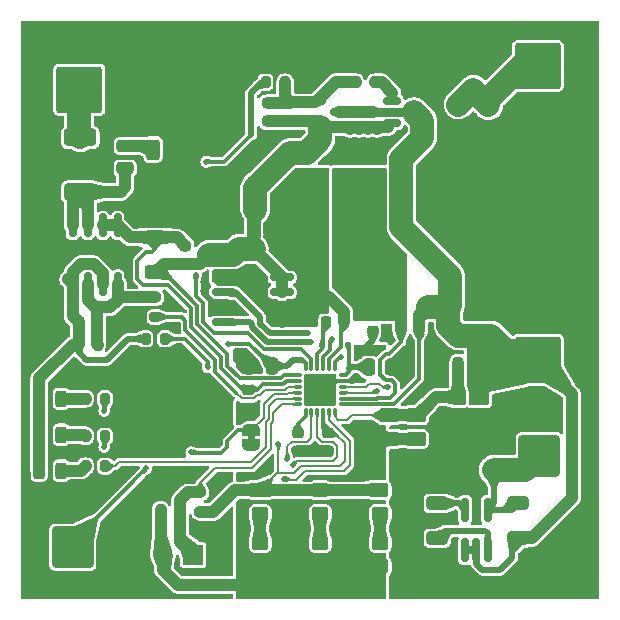
<source format=gtl>
%TF.GenerationSoftware,KiCad,Pcbnew,8.0.2*%
%TF.CreationDate,2024-05-28T03:04:17+03:00*%
%TF.ProjectId,ups,7570732e-6b69-4636-9164-5f7063625858,rev?*%
%TF.SameCoordinates,Original*%
%TF.FileFunction,Copper,L1,Top*%
%TF.FilePolarity,Positive*%
%FSLAX46Y46*%
G04 Gerber Fmt 4.6, Leading zero omitted, Abs format (unit mm)*
G04 Created by KiCad (PCBNEW 8.0.2) date 2024-05-28 03:04:17*
%MOMM*%
%LPD*%
G01*
G04 APERTURE LIST*
G04 Aperture macros list*
%AMRoundRect*
0 Rectangle with rounded corners*
0 $1 Rounding radius*
0 $2 $3 $4 $5 $6 $7 $8 $9 X,Y pos of 4 corners*
0 Add a 4 corners polygon primitive as box body*
4,1,4,$2,$3,$4,$5,$6,$7,$8,$9,$2,$3,0*
0 Add four circle primitives for the rounded corners*
1,1,$1+$1,$2,$3*
1,1,$1+$1,$4,$5*
1,1,$1+$1,$6,$7*
1,1,$1+$1,$8,$9*
0 Add four rect primitives between the rounded corners*
20,1,$1+$1,$2,$3,$4,$5,0*
20,1,$1+$1,$4,$5,$6,$7,0*
20,1,$1+$1,$6,$7,$8,$9,0*
20,1,$1+$1,$8,$9,$2,$3,0*%
%AMFreePoly0*
4,1,19,0.500000,-0.750000,0.000000,-0.750000,0.000000,-0.744911,-0.071157,-0.744911,-0.207708,-0.704816,-0.327430,-0.627875,-0.420627,-0.520320,-0.479746,-0.390866,-0.500000,-0.250000,-0.500000,0.250000,-0.479746,0.390866,-0.420627,0.520320,-0.327430,0.627875,-0.207708,0.704816,-0.071157,0.744911,0.000000,0.744911,0.000000,0.750000,0.500000,0.750000,0.500000,-0.750000,0.500000,-0.750000,
$1*%
%AMFreePoly1*
4,1,19,0.000000,0.744911,0.071157,0.744911,0.207708,0.704816,0.327430,0.627875,0.420627,0.520320,0.479746,0.390866,0.500000,0.250000,0.500000,-0.250000,0.479746,-0.390866,0.420627,-0.520320,0.327430,-0.627875,0.207708,-0.704816,0.071157,-0.744911,0.000000,-0.744911,0.000000,-0.750000,-0.500000,-0.750000,-0.500000,0.750000,0.000000,0.750000,0.000000,0.744911,0.000000,0.744911,
$1*%
G04 Aperture macros list end*
%TA.AperFunction,EtchedComponent*%
%ADD10C,0.000000*%
%TD*%
%TA.AperFunction,SMDPad,CuDef*%
%ADD11RoundRect,0.150000X0.150000X-0.825000X0.150000X0.825000X-0.150000X0.825000X-0.150000X-0.825000X0*%
%TD*%
%TA.AperFunction,SMDPad,CuDef*%
%ADD12RoundRect,0.200000X-0.200000X-0.275000X0.200000X-0.275000X0.200000X0.275000X-0.200000X0.275000X0*%
%TD*%
%TA.AperFunction,SMDPad,CuDef*%
%ADD13RoundRect,0.250000X-0.325000X-0.650000X0.325000X-0.650000X0.325000X0.650000X-0.325000X0.650000X0*%
%TD*%
%TA.AperFunction,SMDPad,CuDef*%
%ADD14RoundRect,0.250000X0.450000X-0.350000X0.450000X0.350000X-0.450000X0.350000X-0.450000X-0.350000X0*%
%TD*%
%TA.AperFunction,SMDPad,CuDef*%
%ADD15RoundRect,0.162500X-0.162500X0.837500X-0.162500X-0.837500X0.162500X-0.837500X0.162500X0.837500X0*%
%TD*%
%TA.AperFunction,SMDPad,CuDef*%
%ADD16RoundRect,0.250000X0.350000X0.450000X-0.350000X0.450000X-0.350000X-0.450000X0.350000X-0.450000X0*%
%TD*%
%TA.AperFunction,SMDPad,CuDef*%
%ADD17RoundRect,0.250000X-0.650000X0.325000X-0.650000X-0.325000X0.650000X-0.325000X0.650000X0.325000X0*%
%TD*%
%TA.AperFunction,SMDPad,CuDef*%
%ADD18RoundRect,0.250000X0.325000X0.650000X-0.325000X0.650000X-0.325000X-0.650000X0.325000X-0.650000X0*%
%TD*%
%TA.AperFunction,SMDPad,CuDef*%
%ADD19RoundRect,0.250000X0.650000X-0.325000X0.650000X0.325000X-0.650000X0.325000X-0.650000X-0.325000X0*%
%TD*%
%TA.AperFunction,SMDPad,CuDef*%
%ADD20RoundRect,0.250000X-0.625000X0.312500X-0.625000X-0.312500X0.625000X-0.312500X0.625000X0.312500X0*%
%TD*%
%TA.AperFunction,SMDPad,CuDef*%
%ADD21RoundRect,0.225000X-0.250000X0.225000X-0.250000X-0.225000X0.250000X-0.225000X0.250000X0.225000X0*%
%TD*%
%TA.AperFunction,SMDPad,CuDef*%
%ADD22RoundRect,0.225000X-0.225000X-0.250000X0.225000X-0.250000X0.225000X0.250000X-0.225000X0.250000X0*%
%TD*%
%TA.AperFunction,ComponentPad*%
%ADD23C,5.600000*%
%TD*%
%TA.AperFunction,SMDPad,CuDef*%
%ADD24RoundRect,0.200000X0.275000X-0.200000X0.275000X0.200000X-0.275000X0.200000X-0.275000X-0.200000X0*%
%TD*%
%TA.AperFunction,SMDPad,CuDef*%
%ADD25RoundRect,0.243750X0.243750X0.456250X-0.243750X0.456250X-0.243750X-0.456250X0.243750X-0.456250X0*%
%TD*%
%TA.AperFunction,SMDPad,CuDef*%
%ADD26RoundRect,0.250000X0.250000X0.475000X-0.250000X0.475000X-0.250000X-0.475000X0.250000X-0.475000X0*%
%TD*%
%TA.AperFunction,SMDPad,CuDef*%
%ADD27RoundRect,0.225000X0.250000X-0.225000X0.250000X0.225000X-0.250000X0.225000X-0.250000X-0.225000X0*%
%TD*%
%TA.AperFunction,SMDPad,CuDef*%
%ADD28RoundRect,0.235000X-0.940000X-1.465000X0.940000X-1.465000X0.940000X1.465000X-0.940000X1.465000X0*%
%TD*%
%TA.AperFunction,SMDPad,CuDef*%
%ADD29RoundRect,0.225000X0.225000X0.250000X-0.225000X0.250000X-0.225000X-0.250000X0.225000X-0.250000X0*%
%TD*%
%TA.AperFunction,SMDPad,CuDef*%
%ADD30RoundRect,0.200000X-0.275000X0.200000X-0.275000X-0.200000X0.275000X-0.200000X0.275000X0.200000X0*%
%TD*%
%TA.AperFunction,SMDPad,CuDef*%
%ADD31RoundRect,0.250000X-0.250000X-0.475000X0.250000X-0.475000X0.250000X0.475000X-0.250000X0.475000X0*%
%TD*%
%TA.AperFunction,SMDPad,CuDef*%
%ADD32RoundRect,0.125000X-0.125000X-0.125000X0.125000X-0.125000X0.125000X0.125000X-0.125000X0.125000X0*%
%TD*%
%TA.AperFunction,ComponentPad*%
%ADD33RoundRect,0.250002X-1.499998X-1.499998X1.499998X-1.499998X1.499998X1.499998X-1.499998X1.499998X0*%
%TD*%
%TA.AperFunction,ComponentPad*%
%ADD34RoundRect,0.250002X-1.699998X-1.699998X1.699998X-1.699998X1.699998X1.699998X-1.699998X1.699998X0*%
%TD*%
%TA.AperFunction,ComponentPad*%
%ADD35C,3.900000*%
%TD*%
%TA.AperFunction,SMDPad,CuDef*%
%ADD36R,2.450000X2.450000*%
%TD*%
%TA.AperFunction,SMDPad,CuDef*%
%ADD37RoundRect,0.006250X-0.118750X0.293750X-0.118750X-0.293750X0.118750X-0.293750X0.118750X0.293750X0*%
%TD*%
%TA.AperFunction,SMDPad,CuDef*%
%ADD38RoundRect,0.006250X0.293750X0.118750X-0.293750X0.118750X-0.293750X-0.118750X0.293750X-0.118750X0*%
%TD*%
%TA.AperFunction,SMDPad,CuDef*%
%ADD39RoundRect,0.006250X0.118750X-0.293750X0.118750X0.293750X-0.118750X0.293750X-0.118750X-0.293750X0*%
%TD*%
%TA.AperFunction,SMDPad,CuDef*%
%ADD40RoundRect,0.006250X-0.293750X-0.118750X0.293750X-0.118750X0.293750X0.118750X-0.293750X0.118750X0*%
%TD*%
%TA.AperFunction,ComponentPad*%
%ADD41RoundRect,0.250002X1.499998X1.499998X-1.499998X1.499998X-1.499998X-1.499998X1.499998X-1.499998X0*%
%TD*%
%TA.AperFunction,ComponentPad*%
%ADD42RoundRect,0.250002X-1.699998X1.699998X-1.699998X-1.699998X1.699998X-1.699998X1.699998X1.699998X0*%
%TD*%
%TA.AperFunction,SMDPad,CuDef*%
%ADD43RoundRect,0.150000X-0.587500X-0.150000X0.587500X-0.150000X0.587500X0.150000X-0.587500X0.150000X0*%
%TD*%
%TA.AperFunction,ComponentPad*%
%ADD44RoundRect,0.250002X1.699998X-1.699998X1.699998X1.699998X-1.699998X1.699998X-1.699998X-1.699998X0*%
%TD*%
%TA.AperFunction,SMDPad,CuDef*%
%ADD45RoundRect,0.250000X-0.450000X0.350000X-0.450000X-0.350000X0.450000X-0.350000X0.450000X0.350000X0*%
%TD*%
%TA.AperFunction,SMDPad,CuDef*%
%ADD46RoundRect,0.250000X0.312500X0.625000X-0.312500X0.625000X-0.312500X-0.625000X0.312500X-0.625000X0*%
%TD*%
%TA.AperFunction,SMDPad,CuDef*%
%ADD47RoundRect,0.250000X0.475000X-0.250000X0.475000X0.250000X-0.475000X0.250000X-0.475000X-0.250000X0*%
%TD*%
%TA.AperFunction,SMDPad,CuDef*%
%ADD48RoundRect,0.327333X-1.059917X0.409167X-1.059917X-0.409167X1.059917X-0.409167X1.059917X0.409167X0*%
%TD*%
%TA.AperFunction,SMDPad,CuDef*%
%ADD49RoundRect,0.327333X-1.030667X0.409167X-1.030667X-0.409167X1.030667X-0.409167X1.030667X0.409167X0*%
%TD*%
%TA.AperFunction,ComponentPad*%
%ADD50R,1.700000X1.700000*%
%TD*%
%TA.AperFunction,ComponentPad*%
%ADD51O,1.700000X1.700000*%
%TD*%
%TA.AperFunction,SMDPad,CuDef*%
%ADD52RoundRect,0.250000X-0.312500X-0.625000X0.312500X-0.625000X0.312500X0.625000X-0.312500X0.625000X0*%
%TD*%
%TA.AperFunction,SMDPad,CuDef*%
%ADD53FreePoly0,90.000000*%
%TD*%
%TA.AperFunction,SMDPad,CuDef*%
%ADD54FreePoly1,90.000000*%
%TD*%
%TA.AperFunction,SMDPad,CuDef*%
%ADD55RoundRect,0.150000X-0.825000X-0.150000X0.825000X-0.150000X0.825000X0.150000X-0.825000X0.150000X0*%
%TD*%
%TA.AperFunction,ViaPad*%
%ADD56C,0.500000*%
%TD*%
%TA.AperFunction,ViaPad*%
%ADD57C,0.600000*%
%TD*%
%TA.AperFunction,Conductor*%
%ADD58C,0.500000*%
%TD*%
%TA.AperFunction,Conductor*%
%ADD59C,0.300000*%
%TD*%
%TA.AperFunction,Conductor*%
%ADD60C,0.200000*%
%TD*%
%TA.AperFunction,Conductor*%
%ADD61C,1.000000*%
%TD*%
%TA.AperFunction,Conductor*%
%ADD62C,2.000000*%
%TD*%
%TA.AperFunction,Conductor*%
%ADD63C,0.350000*%
%TD*%
%TA.AperFunction,Conductor*%
%ADD64C,0.800000*%
%TD*%
G04 APERTURE END LIST*
D10*
%TA.AperFunction,EtchedComponent*%
%TO.C,JP1*%
G36*
X104948000Y-79244000D02*
G01*
X104348000Y-79244000D01*
X104348000Y-78744000D01*
X104948000Y-78744000D01*
X104948000Y-79244000D01*
G37*
%TD.AperFunction*%
%TD*%
D11*
%TO.P,Q1,1,S1*%
%TO.N,Net-(D2-A)*%
X89535000Y-65975000D03*
%TO.P,Q1,2,G1*%
%TO.N,Net-(Q1A-G1)*%
X90805000Y-65975000D03*
%TO.P,Q1,3,S2*%
%TO.N,Net-(D2-A)*%
X92075000Y-65975000D03*
%TO.P,Q1,4,G2*%
%TO.N,Net-(Q1A-G1)*%
X93345000Y-65975000D03*
%TO.P,Q1,5,D2*%
%TO.N,Net-(U1-ACP)*%
X93345000Y-61025000D03*
%TO.P,Q1,6,D2*%
X92075000Y-61025000D03*
%TO.P,Q1,7,D1*%
%TO.N,Net-(C6-Pad1)*%
X90805000Y-61025000D03*
%TO.P,Q1,8,D1*%
X89535000Y-61025000D03*
%TD*%
D12*
%TO.P,R15,1*%
%TO.N,Net-(D4-K)*%
X90615000Y-75695000D03*
%TO.P,R15,2*%
%TO.N,/PG*%
X92265000Y-75695000D03*
%TD*%
%TO.P,R23,1*%
%TO.N,GND*%
X96965000Y-85090000D03*
%TO.P,R23,2*%
%TO.N,Net-(J5-Pin_1)*%
X98615000Y-85090000D03*
%TD*%
D13*
%TO.P,C10,1*%
%TO.N,Net-(J3-Pin_1)*%
X121461000Y-67818000D03*
%TO.P,C10,2*%
%TO.N,Earth*%
X124411000Y-67818000D03*
%TD*%
D14*
%TO.P,R10,1*%
%TO.N,GND*%
X105410000Y-89900000D03*
%TO.P,R10,2*%
%TO.N,Net-(U1-ISET1)*%
X105410000Y-87900000D03*
%TD*%
D15*
%TO.P,U2,1,GND*%
%TO.N,Net-(J6-Pin_1)*%
X124648000Y-85090000D03*
%TO.P,U2,2,OUT*%
%TO.N,Earth*%
X123698000Y-85090000D03*
%TO.P,U2,3,CAP-*%
%TO.N,Net-(U2-CAP-)*%
X122748000Y-85090000D03*
%TO.P,U2,4,~{SD}*%
%TO.N,Net-(J3-Pin_1)*%
X122748000Y-88510000D03*
%TO.P,U2,5,V+*%
X123698000Y-88510000D03*
%TO.P,U2,6,CAP+*%
%TO.N,Net-(U2-CAP+)*%
X124648000Y-88510000D03*
%TD*%
D16*
%TO.P,R19,1*%
%TO.N,Net-(J3-Pin_1)*%
X124190000Y-75565000D03*
%TO.P,R19,2*%
%TO.N,Net-(U1-VFB)*%
X122190000Y-75565000D03*
%TD*%
D17*
%TO.P,C1,1*%
%TO.N,Net-(J2-Pin_1)*%
X124714000Y-50849000D03*
%TO.P,C1,2*%
%TO.N,Earth*%
X124714000Y-53799000D03*
%TD*%
D14*
%TO.P,R18,1*%
%TO.N,Net-(U1-ACSET)*%
X115570000Y-85455000D03*
%TO.P,R18,2*%
%TO.N,Net-(JP1-A)*%
X115570000Y-83455000D03*
%TD*%
D18*
%TO.P,C3,1*%
%TO.N,Net-(J2-Pin_1)*%
X104853000Y-57737000D03*
%TO.P,C3,2*%
%TO.N,Earth*%
X101903000Y-57737000D03*
%TD*%
D19*
%TO.P,C20,1*%
%TO.N,Net-(U2-CAP+)*%
X120396000Y-87513000D03*
%TO.P,C20,2*%
%TO.N,Net-(U2-CAP-)*%
X120396000Y-84563000D03*
%TD*%
D20*
%TO.P,R2,1*%
%TO.N,Net-(U1-ACP)*%
X96520000Y-62037500D03*
%TO.P,R2,2*%
%TO.N,Net-(J2-Pin_1)*%
X96520000Y-64962500D03*
%TD*%
D21*
%TO.P,C17,1*%
%TO.N,Net-(U1-TTC)*%
X108585000Y-78600000D03*
%TO.P,C17,2*%
%TO.N,GND*%
X108585000Y-80150000D03*
%TD*%
D12*
%TO.P,R8,1*%
%TO.N,Net-(Q2-G)*%
X113475000Y-48895000D03*
%TO.P,R8,2*%
%TO.N,Net-(Q3-G)*%
X115125000Y-48895000D03*
%TD*%
D13*
%TO.P,C19,1*%
%TO.N,Earth*%
X122223000Y-81720000D03*
%TO.P,C19,2*%
%TO.N,Net-(J6-Pin_1)*%
X125173000Y-81720000D03*
%TD*%
D22*
%TO.P,C9,1*%
%TO.N,Net-(D1-K)*%
X110985000Y-69215000D03*
%TO.P,C9,2*%
%TO.N,Net-(Q4A-S1)*%
X112535000Y-69215000D03*
%TD*%
D23*
%TO.P,H2,1,1*%
%TO.N,Earth*%
X121920000Y-59055000D03*
%TD*%
D21*
%TO.P,C4,1*%
%TO.N,Net-(U1-ACP)*%
X99060000Y-62725000D03*
%TO.P,C4,2*%
%TO.N,Net-(J2-Pin_1)*%
X99060000Y-64275000D03*
%TD*%
D24*
%TO.P,R6,1*%
%TO.N,Net-(U1-~{ACDRV})*%
X96520000Y-68770000D03*
%TO.P,R6,2*%
%TO.N,Net-(Q1A-G1)*%
X96520000Y-67120000D03*
%TD*%
D25*
%TO.P,D2,1,K*%
%TO.N,Net-(D2-K)*%
X88567500Y-81780000D03*
%TO.P,D2,2,A*%
%TO.N,Net-(D2-A)*%
X86692500Y-81780000D03*
%TD*%
D26*
%TO.P,C8,1*%
%TO.N,Net-(U1-VCC)*%
X106360000Y-72898000D03*
%TO.P,C8,2*%
%TO.N,GND*%
X104460000Y-72898000D03*
%TD*%
D19*
%TO.P,C15,1*%
%TO.N,Net-(J3-Pin_1)*%
X127254000Y-87513000D03*
%TO.P,C15,2*%
%TO.N,Net-(J6-Pin_1)*%
X127254000Y-84563000D03*
%TD*%
D13*
%TO.P,C11,1*%
%TO.N,Net-(J3-Pin_1)*%
X121461000Y-65278000D03*
%TO.P,C11,2*%
%TO.N,Earth*%
X124411000Y-65278000D03*
%TD*%
D27*
%TO.P,C13,1*%
%TO.N,GND*%
X104394000Y-76467000D03*
%TO.P,C13,2*%
%TO.N,Net-(U1-ACP)*%
X104394000Y-74917000D03*
%TD*%
D28*
%TO.P,L1,1,1*%
%TO.N,Net-(Q4A-S1)*%
X108100000Y-60960000D03*
%TO.P,L1,2,2*%
%TO.N,Net-(U1-SRP)*%
X114150000Y-60960000D03*
%TD*%
D29*
%TO.P,C14,1*%
%TO.N,Net-(J3-Pin_1)*%
X123711000Y-72644000D03*
%TO.P,C14,2*%
%TO.N,Net-(U1-VFB)*%
X122161000Y-72644000D03*
%TD*%
D12*
%TO.P,R3,1*%
%TO.N,Net-(D2-A)*%
X89980000Y-71120000D03*
%TO.P,R3,2*%
%TO.N,Net-(Q1A-G1)*%
X91630000Y-71120000D03*
%TD*%
D30*
%TO.P,R22,1*%
%TO.N,Net-(J5-Pin_1)*%
X100330000Y-83630000D03*
%TO.P,R22,2*%
%TO.N,Net-(JP1-A)*%
X100330000Y-85280000D03*
%TD*%
D31*
%TO.P,C18,1*%
%TO.N,Net-(D1-A)*%
X114620000Y-73025000D03*
%TO.P,C18,2*%
%TO.N,Earth*%
X116520000Y-73025000D03*
%TD*%
D27*
%TO.P,C16,1*%
%TO.N,GND*%
X114935000Y-69990000D03*
%TO.P,C16,2*%
%TO.N,Net-(U1-SRP)*%
X114935000Y-68440000D03*
%TD*%
D12*
%TO.P,R5,1*%
%TO.N,Net-(U1-~{BATDRV})*%
X105855000Y-48895000D03*
%TO.P,R5,2*%
%TO.N,Net-(Q2-G)*%
X107505000Y-48895000D03*
%TD*%
D32*
%TO.P,D1,1,K*%
%TO.N,Net-(D1-K)*%
X110660000Y-71120000D03*
%TO.P,D1,2,A*%
%TO.N,Net-(D1-A)*%
X112860000Y-71120000D03*
%TD*%
D24*
%TO.P,R4,1*%
%TO.N,Net-(J2-Pin_1)*%
X107950000Y-52260000D03*
%TO.P,R4,2*%
%TO.N,Net-(Q2-G)*%
X107950000Y-50610000D03*
%TD*%
D33*
%TO.P,J6,1,Pin_1*%
%TO.N,Net-(J6-Pin_1)*%
X129032000Y-80518000D03*
%TD*%
D22*
%TO.P,C5,1*%
%TO.N,Net-(D2-A)*%
X90030000Y-69215000D03*
%TO.P,C5,2*%
%TO.N,Net-(Q1A-G1)*%
X91580000Y-69215000D03*
%TD*%
D34*
%TO.P,J1,1,Pin_1*%
%TO.N,Net-(J1-Pin_1)*%
X90080000Y-49530000D03*
D35*
%TO.P,J1,2,Pin_2*%
%TO.N,Earth*%
X97880000Y-49530000D03*
%TD*%
D14*
%TO.P,R11,1*%
%TO.N,GND*%
X110490000Y-89900000D03*
%TO.P,R11,2*%
%TO.N,Net-(U1-ISET2)*%
X110490000Y-87900000D03*
%TD*%
D18*
%TO.P,C2,1*%
%TO.N,Net-(J2-Pin_1)*%
X104853000Y-61087000D03*
%TO.P,C2,2*%
%TO.N,Earth*%
X101903000Y-61087000D03*
%TD*%
D14*
%TO.P,R16,1*%
%TO.N,Net-(U1-ISET1)*%
X105410000Y-85455000D03*
%TO.P,R16,2*%
%TO.N,Net-(JP1-A)*%
X105410000Y-83455000D03*
%TD*%
D27*
%TO.P,C7,1*%
%TO.N,Net-(J2-Pin_1)*%
X106045000Y-52210000D03*
%TO.P,C7,2*%
%TO.N,Net-(Q2-G)*%
X106045000Y-50660000D03*
%TD*%
D14*
%TO.P,R12,1*%
%TO.N,GND*%
X115570000Y-89900000D03*
%TO.P,R12,2*%
%TO.N,Net-(U1-ACSET)*%
X115570000Y-87900000D03*
%TD*%
D36*
%TO.P,U1,PAD,PWRPAD*%
%TO.N,GND*%
X110490000Y-74930000D03*
D37*
%TO.P,U1,P24,VCC*%
%TO.N,Net-(U1-VCC)*%
X109240000Y-73030000D03*
%TO.P,U1,P23,~{BATDRV}*%
%TO.N,Net-(U1-~{BATDRV})*%
X109740000Y-73030000D03*
%TO.P,U1,P22,BTST*%
%TO.N,Net-(D1-K)*%
X110240000Y-73030000D03*
%TO.P,U1,P21,HIDRV*%
%TO.N,Net-(Q4A-G1)*%
X110740000Y-73030000D03*
%TO.P,U1,P20,PH*%
%TO.N,Net-(Q4A-S1)*%
X111240000Y-73030000D03*
%TO.P,U1,P19,LODRV*%
%TO.N,Net-(Q4B-G2)*%
X111740000Y-73030000D03*
D38*
%TO.P,U1,P18,REGN*%
%TO.N,Net-(D1-A)*%
X112390000Y-73680000D03*
%TO.P,U1,P17,GND*%
%TO.N,GND*%
X112390000Y-74180000D03*
%TO.P,U1,P16,ACSET*%
%TO.N,Net-(U1-ACSET)*%
X112390000Y-74680000D03*
%TO.P,U1,P15,ISET2*%
%TO.N,Net-(U1-ISET2)*%
X112390000Y-75180000D03*
%TO.P,U1,P14,SRP*%
%TO.N,Net-(U1-SRP)*%
X112390000Y-75680000D03*
%TO.P,U1,P13,SRN*%
%TO.N,Net-(J3-Pin_1)*%
X112390000Y-76180000D03*
D39*
%TO.P,U1,P12,VFB*%
%TO.N,Net-(U1-VFB)*%
X111740000Y-76830000D03*
%TO.P,U1,P11,ISET1*%
%TO.N,Net-(U1-ISET1)*%
X111240000Y-76830000D03*
%TO.P,U1,P10,VREF*%
%TO.N,Net-(JP1-A)*%
X110740000Y-76830000D03*
%TO.P,U1,P9,STAT2*%
%TO.N,/ST2*%
X110240000Y-76830000D03*
%TO.P,U1,P8,~{PG}*%
%TO.N,/PG*%
X109740000Y-76830000D03*
%TO.P,U1,P7,TTC*%
%TO.N,Net-(U1-TTC)*%
X109240000Y-76830000D03*
D40*
%TO.P,U1,P6,TS*%
%TO.N,Net-(J5-Pin_1)*%
X108590000Y-76180000D03*
%TO.P,U1,P5,STAT1*%
%TO.N,/ST1*%
X108590000Y-75680000D03*
%TO.P,U1,P4,CE*%
%TO.N,Net-(J4-Pin_1)*%
X108590000Y-75180000D03*
%TO.P,U1,P3,~{ACDRV}*%
%TO.N,Net-(U1-~{ACDRV})*%
X108590000Y-74680000D03*
%TO.P,U1,P2,ACP*%
%TO.N,Net-(U1-ACP)*%
X108590000Y-74180000D03*
%TO.P,U1,P1,ACN*%
%TO.N,Net-(J2-Pin_1)*%
X108590000Y-73680000D03*
%TD*%
D23*
%TO.P,H1,1,1*%
%TO.N,Earth*%
X97155000Y-77470000D03*
%TD*%
D41*
%TO.P,J4,1,Pin_1*%
%TO.N,Net-(J4-Pin_1)*%
X89535000Y-88265000D03*
%TD*%
D42*
%TO.P,J2,1,Pin_1*%
%TO.N,Net-(J2-Pin_1)*%
X128905000Y-47535000D03*
D35*
%TO.P,J2,2,Pin_2*%
%TO.N,Earth*%
X128905000Y-55335000D03*
%TD*%
D14*
%TO.P,R17,1*%
%TO.N,Net-(U1-ISET2)*%
X110490000Y-85455000D03*
%TO.P,R17,2*%
%TO.N,Net-(JP1-A)*%
X110490000Y-83455000D03*
%TD*%
D43*
%TO.P,Q3,1,G*%
%TO.N,Net-(Q3-G)*%
X116537500Y-50485000D03*
%TO.P,Q3,2,S*%
%TO.N,Net-(J2-Pin_1)*%
X116537500Y-52385000D03*
%TO.P,Q3,3,D*%
%TO.N,Net-(J3-Pin_1)*%
X118412500Y-51435000D03*
%TD*%
D25*
%TO.P,D4,1,K*%
%TO.N,Net-(D4-K)*%
X88567500Y-75700000D03*
%TO.P,D4,2,A*%
%TO.N,Net-(D2-A)*%
X86692500Y-75700000D03*
%TD*%
D12*
%TO.P,R1,1*%
%TO.N,Net-(D2-A)*%
X95695000Y-70612000D03*
%TO.P,R1,2*%
%TO.N,Net-(U1-VCC)*%
X97345000Y-70612000D03*
%TD*%
D44*
%TO.P,J3,1,Pin_1*%
%TO.N,Net-(J3-Pin_1)*%
X128905000Y-72390000D03*
D35*
%TO.P,J3,2,Pin_2*%
%TO.N,Earth*%
X128905000Y-64590000D03*
%TD*%
D45*
%TO.P,R20,1*%
%TO.N,Net-(U1-VFB)*%
X118745000Y-77105000D03*
%TO.P,R20,2*%
%TO.N,GND*%
X118745000Y-79105000D03*
%TD*%
D21*
%TO.P,C21,1*%
%TO.N,Net-(JP1-A)*%
X111125000Y-78600000D03*
%TO.P,C21,2*%
%TO.N,GND*%
X111125000Y-80150000D03*
%TD*%
D45*
%TO.P,R21,1*%
%TO.N,Net-(U1-VFB)*%
X116205000Y-77105000D03*
%TO.P,R21,2*%
%TO.N,GND*%
X116205000Y-79105000D03*
%TD*%
D46*
%TO.P,R7,1*%
%TO.N,Earth*%
X99252500Y-54610000D03*
%TO.P,R7,2*%
%TO.N,Net-(C6-Pad2)*%
X96327500Y-54610000D03*
%TD*%
D47*
%TO.P,C6,1*%
%TO.N,Net-(C6-Pad1)*%
X93980000Y-56195000D03*
%TO.P,C6,2*%
%TO.N,Net-(C6-Pad2)*%
X93980000Y-54295000D03*
%TD*%
D48*
%TO.P,F1,1*%
%TO.N,Net-(J1-Pin_1)*%
X90170000Y-53568500D03*
D49*
%TO.P,F1,2*%
%TO.N,Net-(C6-Pad1)*%
X90170000Y-58191500D03*
%TD*%
D50*
%TO.P,J5,1,Pin_1*%
%TO.N,Net-(J5-Pin_1)*%
X99700000Y-88900000D03*
D51*
%TO.P,J5,2,Pin_2*%
%TO.N,GND*%
X97160000Y-88900000D03*
%TD*%
D25*
%TO.P,D3,1,K*%
%TO.N,Net-(D3-K)*%
X88567500Y-78740000D03*
%TO.P,D3,2,A*%
%TO.N,Net-(D2-A)*%
X86692500Y-78740000D03*
%TD*%
D52*
%TO.P,R9,1*%
%TO.N,Net-(U1-SRP)*%
X116647500Y-67945000D03*
%TO.P,R9,2*%
%TO.N,Net-(J3-Pin_1)*%
X119572500Y-67945000D03*
%TD*%
D22*
%TO.P,C12,1*%
%TO.N,Net-(U1-SRP)*%
X117335000Y-69850000D03*
%TO.P,C12,2*%
%TO.N,Net-(J3-Pin_1)*%
X118885000Y-69850000D03*
%TD*%
D53*
%TO.P,JP1,1,A*%
%TO.N,Net-(JP1-A)*%
X104648000Y-79644000D03*
D54*
%TO.P,JP1,2,B*%
%TO.N,Net-(J4-Pin_1)*%
X104648000Y-78344000D03*
%TD*%
D55*
%TO.P,Q4,1,S1*%
%TO.N,Net-(Q4A-S1)*%
X102300000Y-65405000D03*
%TO.P,Q4,2,G1*%
%TO.N,Net-(Q4A-G1)*%
X102300000Y-66675000D03*
%TO.P,Q4,3,S2*%
%TO.N,Earth*%
X102300000Y-67945000D03*
%TO.P,Q4,4,G2*%
%TO.N,Net-(Q4B-G2)*%
X102300000Y-69215000D03*
%TO.P,Q4,5,D2*%
%TO.N,Net-(Q4A-S1)*%
X107250000Y-69215000D03*
%TO.P,Q4,6,D2*%
X107250000Y-67945000D03*
%TO.P,Q4,7,D1*%
%TO.N,Net-(J2-Pin_1)*%
X107250000Y-66675000D03*
%TO.P,Q4,8,D1*%
X107250000Y-65405000D03*
%TD*%
D12*
%TO.P,R14,1*%
%TO.N,Net-(D3-K)*%
X90615000Y-78870000D03*
%TO.P,R14,2*%
%TO.N,/ST2*%
X92265000Y-78870000D03*
%TD*%
%TO.P,R13,1*%
%TO.N,Net-(D2-K)*%
X90615000Y-81410000D03*
%TO.P,R13,2*%
%TO.N,/ST1*%
X92265000Y-81410000D03*
%TD*%
D43*
%TO.P,Q2,1,G*%
%TO.N,Net-(Q2-G)*%
X110187500Y-50485000D03*
%TO.P,Q2,2,S*%
%TO.N,Net-(J2-Pin_1)*%
X110187500Y-52385000D03*
%TO.P,Q2,3,D*%
%TO.N,Net-(J3-Pin_1)*%
X112062500Y-51435000D03*
%TD*%
D56*
%TO.N,Earth*%
X120142000Y-72644000D03*
X124714000Y-54864000D03*
X86614000Y-83566000D03*
X93218000Y-82550000D03*
X95758000Y-83566000D03*
X86614000Y-91440000D03*
X87968666Y-91440000D03*
X89323332Y-91440000D03*
X90677998Y-91440000D03*
X92032664Y-91440000D03*
X93387330Y-91440000D03*
X94742000Y-91440000D03*
X102108000Y-90170000D03*
X102108000Y-86360000D03*
X102108000Y-82296000D03*
X99822000Y-82296000D03*
%TO.N,Net-(J4-Pin_1)*%
X95765797Y-81600000D03*
X99568000Y-80222000D03*
%TO.N,Earth*%
X126238000Y-79756000D03*
X126238000Y-75438000D03*
X130048000Y-76454000D03*
X121920000Y-53594000D03*
X120142000Y-50038000D03*
X105918000Y-53594000D03*
%TO.N,GND*%
X113284000Y-78232000D03*
X113538000Y-82296000D03*
X107950000Y-88900000D03*
X107950000Y-85852000D03*
X113030000Y-88900000D03*
X113030000Y-85852000D03*
X114300000Y-81788000D03*
X115316000Y-81788000D03*
X114935000Y-91440000D03*
X113429142Y-91440000D03*
X111923285Y-91440000D03*
X110417428Y-91440000D03*
X108911571Y-91440000D03*
X107405714Y-91440000D03*
X105899857Y-91440000D03*
X104394000Y-91440000D03*
%TO.N,Earth*%
X116078000Y-70104000D03*
%TO.N,Net-(JP1-A)*%
X104648000Y-79502000D03*
X106934000Y-79502000D03*
%TO.N,Net-(U1-ISET1)*%
X105410000Y-86614000D03*
X107442000Y-82505000D03*
%TO.N,Net-(U1-ACSET)*%
X115570000Y-86614000D03*
%TO.N,Net-(U1-ISET2)*%
X110490000Y-86614000D03*
X115316000Y-75055000D03*
%TO.N,Net-(U1-ACSET)*%
X116240000Y-74700000D03*
%TO.N,GND*%
X114808000Y-70866000D03*
X113284000Y-74168000D03*
%TO.N,Earth*%
X117856000Y-74168000D03*
X117856000Y-72136000D03*
X117856000Y-73077294D03*
X118110000Y-86285294D03*
X118110000Y-89004588D03*
X118110000Y-83566000D03*
%TO.N,GND*%
X113792000Y-71882000D03*
X114300000Y-71374000D03*
%TO.N,Earth*%
X130227304Y-91440000D03*
X128210232Y-91440000D03*
X124176116Y-91440000D03*
X126193174Y-91440000D03*
X122159058Y-91440000D03*
X120142000Y-91440000D03*
X133096000Y-75124234D03*
X133096000Y-86001410D03*
X133096000Y-64247058D03*
X133096000Y-61527764D03*
X133096000Y-72404940D03*
X133096000Y-91440000D03*
X133096000Y-77843528D03*
X133096000Y-88720704D03*
X133096000Y-80562822D03*
X133096000Y-83282116D03*
X133096000Y-56089176D03*
X133096000Y-45212000D03*
X133096000Y-69685646D03*
X133096000Y-47931294D03*
X133096000Y-58808470D03*
X133096000Y-66966352D03*
X133096000Y-53369882D03*
X133096000Y-50650588D03*
X114808000Y-55118000D03*
X113665000Y-55118000D03*
X97790000Y-59944000D03*
X96266000Y-59944000D03*
X97790000Y-58674000D03*
X96266000Y-58674000D03*
X112103638Y-44450000D03*
X120171870Y-44450000D03*
X104035406Y-44450000D03*
X102018348Y-44450000D03*
X110086580Y-44450000D03*
X124206000Y-44450000D03*
X114120696Y-44450000D03*
X122188928Y-44450000D03*
X116137754Y-44450000D03*
X118154812Y-44450000D03*
X97984232Y-44450000D03*
X89916000Y-44450000D03*
X108069522Y-44450000D03*
X91933058Y-44450000D03*
X100001290Y-44450000D03*
X106052464Y-44450000D03*
X95967174Y-44450000D03*
X93950116Y-44450000D03*
X86106000Y-71882000D03*
X86106000Y-65786000D03*
X86106000Y-64262000D03*
X86106000Y-70358000D03*
X86106000Y-68834000D03*
X86106000Y-67310000D03*
X86106000Y-61214000D03*
X86106000Y-55118000D03*
X86106000Y-56642000D03*
X86106000Y-62738000D03*
X86106000Y-59690000D03*
X86106000Y-58166000D03*
X86106000Y-50546000D03*
X86106000Y-52070000D03*
X86106000Y-53594000D03*
X86106000Y-49022000D03*
X86106000Y-47498000D03*
X86106000Y-45974000D03*
X100838000Y-53086000D03*
X100838000Y-54356000D03*
X102108000Y-56388000D03*
X103124000Y-56388000D03*
X100838000Y-60706000D03*
X100838000Y-61468000D03*
X103886000Y-68326000D03*
X100584000Y-66548000D03*
%TO.N,/ST2*%
X92202000Y-79756000D03*
%TO.N,/PG*%
X92202000Y-76708000D03*
X107696000Y-80772000D03*
%TO.N,/ST2*%
X108175091Y-81293091D03*
%TO.N,GND*%
X110236000Y-80150000D03*
X104750000Y-77200000D03*
X105156000Y-76200000D03*
X115316000Y-79502000D03*
X115316000Y-78740000D03*
X109588000Y-80150000D03*
%TO.N,Earth*%
X100584000Y-65786000D03*
%TO.N,GND*%
X103378000Y-72390000D03*
X104140000Y-71628000D03*
X103378000Y-71628000D03*
%TO.N,Net-(U1-VCC)*%
X100950000Y-73050000D03*
X102631818Y-71104182D03*
%TO.N,Net-(J2-Pin_1)*%
X123444000Y-49530000D03*
X122936000Y-50038000D03*
X122428000Y-50546000D03*
X121920000Y-51054000D03*
X115316000Y-52832000D03*
X114554000Y-52832000D03*
X113792000Y-52832000D03*
X113030000Y-52832000D03*
%TO.N,Net-(U1-~{BATDRV})*%
X99949000Y-65225000D03*
X100838000Y-55626000D03*
%TO.N,Net-(Q4B-G2)*%
X109728000Y-70866000D03*
%TO.N,Net-(Q4A-G1)*%
X109474000Y-70104000D03*
X111506000Y-70612000D03*
%TO.N,Net-(Q4B-G2)*%
X112268000Y-72136000D03*
D57*
%TO.N,GND*%
X109728000Y-75692000D03*
X111252000Y-75692000D03*
X110490000Y-74930000D03*
X111252000Y-74168000D03*
X109728000Y-74168000D03*
D56*
X104394000Y-82296000D03*
%TD*%
D58*
%TO.N,GND*%
X104750000Y-77200000D02*
X104750000Y-76823000D01*
X104750000Y-76823000D02*
X104394000Y-76467000D01*
D59*
%TO.N,Net-(Q3-G)*%
X116537500Y-49832500D02*
X116537500Y-50485000D01*
%TO.N,Net-(U1-VCC)*%
X99012000Y-70612000D02*
X97345000Y-70612000D01*
X100950000Y-72550000D02*
X99012000Y-70612000D01*
X100950000Y-73050000D02*
X100950000Y-72550000D01*
D58*
%TO.N,GND*%
X113792000Y-82296000D02*
X114300000Y-81788000D01*
X113538000Y-82296000D02*
X113792000Y-82296000D01*
D60*
%TO.N,/ST2*%
X111548696Y-79350000D02*
X110651304Y-79350000D01*
X111925000Y-79726304D02*
X111548696Y-79350000D01*
X110651304Y-79350000D02*
X110240000Y-78938696D01*
X110240000Y-78938696D02*
X110240000Y-76830000D01*
X111925000Y-80607000D02*
X111925000Y-79726304D01*
X108175091Y-81293091D02*
X108480182Y-80988000D01*
X108480182Y-80988000D02*
X111544000Y-80988000D01*
X111544000Y-80988000D02*
X111925000Y-80607000D01*
D59*
%TO.N,Net-(U1-VCC)*%
X102631818Y-71104182D02*
X102708000Y-71028000D01*
X102708000Y-71028000D02*
X104490000Y-71028000D01*
X104490000Y-71028000D02*
X106360000Y-72898000D01*
%TO.N,Earth*%
X102108000Y-90170000D02*
X102108000Y-86360000D01*
%TO.N,Net-(J4-Pin_1)*%
X89535000Y-87830797D02*
X89535000Y-88265000D01*
X95765797Y-81600000D02*
X89535000Y-87830797D01*
X99568000Y-80264000D02*
X99568000Y-80222000D01*
X102108000Y-80264000D02*
X99568000Y-80264000D01*
X102616000Y-79756000D02*
X102108000Y-80264000D01*
X102616000Y-79248000D02*
X102616000Y-79756000D01*
X103520000Y-78344000D02*
X102616000Y-79248000D01*
X104648000Y-78344000D02*
X103520000Y-78344000D01*
D60*
%TO.N,/ST1*%
X93088000Y-81410000D02*
X92265000Y-81410000D01*
X93472000Y-81026000D02*
X93088000Y-81410000D01*
X104659877Y-81026000D02*
X93472000Y-81026000D01*
X105918000Y-77639685D02*
X105918000Y-79767877D01*
X106106000Y-77451685D02*
X105918000Y-77639685D01*
X106106000Y-76323686D02*
X106106000Y-77451685D01*
X106706686Y-75723000D02*
X106106000Y-76323686D01*
X107853875Y-75723000D02*
X106706686Y-75723000D01*
X107896875Y-75680000D02*
X107853875Y-75723000D01*
X105918000Y-79767877D02*
X104659877Y-81026000D01*
X108590000Y-75680000D02*
X107896875Y-75680000D01*
D58*
%TO.N,Earth*%
X124968000Y-77724000D02*
X126238000Y-77724000D01*
X122223000Y-80469000D02*
X124968000Y-77724000D01*
X122223000Y-81720000D02*
X122223000Y-80469000D01*
X126238000Y-77724000D02*
X126238000Y-76454000D01*
X126238000Y-79756000D02*
X126238000Y-77724000D01*
X126238000Y-76454000D02*
X126238000Y-75438000D01*
X130048000Y-76454000D02*
X126238000Y-76454000D01*
D61*
X120142000Y-44450000D02*
X89916000Y-44450000D01*
X124206000Y-44450000D02*
X120142000Y-44450000D01*
D58*
X120142000Y-50038000D02*
X120142000Y-44450000D01*
X124509000Y-53594000D02*
X124714000Y-53799000D01*
X121920000Y-53594000D02*
X124509000Y-53594000D01*
X103124000Y-56388000D02*
X105918000Y-53594000D01*
D62*
X99252500Y-53086000D02*
X99252500Y-54610000D01*
X99252500Y-50902500D02*
X99252500Y-53086000D01*
D58*
X100838000Y-53086000D02*
X99252500Y-53086000D01*
X99506500Y-54356000D02*
X99252500Y-54610000D01*
X100838000Y-54356000D02*
X99506500Y-54356000D01*
%TO.N,GND*%
X114808000Y-78232000D02*
X115316000Y-78740000D01*
X113284000Y-78232000D02*
X114808000Y-78232000D01*
X115316000Y-81788000D02*
X114300000Y-81788000D01*
X115316000Y-79502000D02*
X115316000Y-81788000D01*
D61*
%TO.N,Net-(J3-Pin_1)*%
X131826000Y-75311000D02*
X128905000Y-72390000D01*
X131826000Y-84074000D02*
X131826000Y-75311000D01*
X128387000Y-87513000D02*
X131826000Y-84074000D01*
X127254000Y-87513000D02*
X128387000Y-87513000D01*
D62*
%TO.N,Net-(J6-Pin_1)*%
X125173000Y-81720000D02*
X127830000Y-81720000D01*
X127830000Y-81720000D02*
X129032000Y-80518000D01*
D59*
%TO.N,Net-(U1-SRP)*%
X115292437Y-75655000D02*
X115267437Y-75680000D01*
X116369000Y-75655000D02*
X115292437Y-75655000D01*
X115267437Y-75680000D02*
X112390000Y-75680000D01*
X116840000Y-75184000D02*
X116369000Y-75655000D01*
X116014544Y-74100000D02*
X116519136Y-74100000D01*
X115570000Y-72394544D02*
X115570000Y-73655456D01*
X116014544Y-71950000D02*
X115570000Y-72394544D01*
X116264000Y-71950000D02*
X116014544Y-71950000D01*
X117335000Y-70879000D02*
X116264000Y-71950000D01*
X117335000Y-69850000D02*
X117335000Y-70879000D01*
X115570000Y-73655456D02*
X116014544Y-74100000D01*
X116840000Y-74420864D02*
X116840000Y-75184000D01*
X116519136Y-74100000D02*
X116840000Y-74420864D01*
D60*
%TO.N,Net-(U1-VFB)*%
X112014000Y-77470000D02*
X111740000Y-77196000D01*
X111740000Y-77196000D02*
X111740000Y-76830000D01*
X112776000Y-77470000D02*
X112014000Y-77470000D01*
X113141000Y-77105000D02*
X112776000Y-77470000D01*
X116205000Y-77105000D02*
X113141000Y-77105000D01*
%TO.N,Net-(JP1-A)*%
X108291000Y-81955000D02*
X106958000Y-81955000D01*
X106958000Y-81955000D02*
X106934000Y-81931000D01*
X108858000Y-81388000D02*
X108291000Y-81955000D01*
X112175818Y-81388000D02*
X108858000Y-81388000D01*
X111817686Y-78740000D02*
X112564000Y-79486314D01*
X111265000Y-78740000D02*
X111817686Y-78740000D01*
X112564000Y-80999818D02*
X112175818Y-81388000D01*
X111125000Y-78600000D02*
X111156000Y-78600000D01*
X111296000Y-78740000D02*
X111265000Y-78740000D01*
X112564000Y-79486314D02*
X112564000Y-80999818D01*
X111156000Y-78600000D02*
X111296000Y-78740000D01*
%TO.N,Net-(U1-ISET1)*%
X112522000Y-81788000D02*
X109220000Y-81788000D01*
X113030000Y-81280000D02*
X112522000Y-81788000D01*
X113030000Y-79248000D02*
X113030000Y-81280000D01*
X107442000Y-82550000D02*
X107442000Y-82505000D01*
X111240000Y-77458000D02*
X113030000Y-79248000D01*
X111240000Y-76830000D02*
X111240000Y-77458000D01*
X109220000Y-81788000D02*
X108458000Y-82550000D01*
X108458000Y-82550000D02*
X107442000Y-82550000D01*
%TO.N,Net-(JP1-A)*%
X106934000Y-81931000D02*
X106934000Y-79502000D01*
X105410000Y-83455000D02*
X106934000Y-81931000D01*
D61*
%TO.N,Net-(U1-ISET2)*%
X110490000Y-86614000D02*
X110490000Y-85455000D01*
X110490000Y-87900000D02*
X110490000Y-86614000D01*
D60*
X115187000Y-75184000D02*
X115316000Y-75055000D01*
X113792000Y-75184000D02*
X115187000Y-75184000D01*
%TO.N,Net-(U1-ACSET)*%
X114621918Y-74422000D02*
X115488014Y-74422000D01*
X115766014Y-74700000D02*
X116240000Y-74700000D01*
X115488014Y-74422000D02*
X115766014Y-74700000D01*
%TO.N,Net-(U1-ISET2)*%
X112390000Y-75180000D02*
X113788000Y-75180000D01*
X113788000Y-75180000D02*
X113792000Y-75184000D01*
%TO.N,Net-(U1-ACSET)*%
X114325918Y-74718000D02*
X114621918Y-74422000D01*
X112428000Y-74718000D02*
X114325918Y-74718000D01*
X112390000Y-74680000D02*
X112428000Y-74718000D01*
D59*
%TO.N,Net-(J3-Pin_1)*%
X115474544Y-76180000D02*
X112390000Y-76180000D01*
X115499544Y-76155000D02*
X115474544Y-76180000D01*
X116717528Y-76155000D02*
X115499544Y-76155000D01*
X118885000Y-73987528D02*
X116717528Y-76155000D01*
X118885000Y-69850000D02*
X118885000Y-73987528D01*
D58*
%TO.N,Net-(D1-A)*%
X113040000Y-73025000D02*
X112913000Y-73152000D01*
X114620000Y-73025000D02*
X113040000Y-73025000D01*
D63*
X112913000Y-73152000D02*
X112913000Y-73396000D01*
X112913000Y-71173000D02*
X112913000Y-73152000D01*
D58*
%TO.N,GND*%
X114935000Y-70739000D02*
X114935000Y-69990000D01*
X113792000Y-71882000D02*
X114935000Y-70739000D01*
%TO.N,Net-(U1-SRP)*%
X117335000Y-69850000D02*
X117094000Y-69850000D01*
%TO.N,Earth*%
X117856000Y-74168000D02*
X117663000Y-74168000D01*
X117663000Y-74168000D02*
X116520000Y-73025000D01*
X117856000Y-72136000D02*
X117409000Y-72136000D01*
X117409000Y-72136000D02*
X116520000Y-73025000D01*
X117803706Y-73025000D02*
X117856000Y-73077294D01*
X116520000Y-73025000D02*
X117803706Y-73025000D01*
X117856000Y-72136000D02*
X117856000Y-74168000D01*
X118110000Y-89408000D02*
X120142000Y-91440000D01*
X118940000Y-81720000D02*
X118110000Y-82550000D01*
X118110000Y-82550000D02*
X118110000Y-89408000D01*
X122223000Y-81720000D02*
X118940000Y-81720000D01*
%TO.N,Net-(J3-Pin_1)*%
X122748000Y-88510000D02*
X123698000Y-88510000D01*
X126746000Y-88021000D02*
X127254000Y-87513000D01*
X126746000Y-89154000D02*
X126746000Y-88021000D01*
X124206000Y-90170000D02*
X125730000Y-90170000D01*
X125730000Y-90170000D02*
X126746000Y-89154000D01*
X123698000Y-89662000D02*
X124206000Y-90170000D01*
X123698000Y-88510000D02*
X123698000Y-89662000D01*
%TO.N,Net-(U2-CAP+)*%
X124648000Y-87056000D02*
X124648000Y-88510000D01*
X121041000Y-86868000D02*
X124460000Y-86868000D01*
X120396000Y-87513000D02*
X121041000Y-86868000D01*
X124460000Y-86868000D02*
X124648000Y-87056000D01*
%TO.N,Net-(U2-CAP-)*%
X122221000Y-84563000D02*
X122748000Y-85090000D01*
X120396000Y-84563000D02*
X122221000Y-84563000D01*
%TO.N,Net-(J6-Pin_1)*%
X125173000Y-84565000D02*
X124648000Y-85090000D01*
X125173000Y-81720000D02*
X125173000Y-84565000D01*
%TO.N,Earth*%
X123698000Y-83195000D02*
X122223000Y-81720000D01*
X123698000Y-85090000D02*
X123698000Y-83195000D01*
%TO.N,Net-(J6-Pin_1)*%
X126727000Y-85090000D02*
X127254000Y-84563000D01*
X124648000Y-85090000D02*
X126727000Y-85090000D01*
D61*
%TO.N,Earth*%
X126500000Y-91432000D02*
X126492000Y-91440000D01*
X126492000Y-91440000D02*
X133096000Y-91440000D01*
X120142000Y-91440000D02*
X126492000Y-91440000D01*
X133096000Y-58808470D02*
X129024530Y-58808470D01*
X129024530Y-58808470D02*
X128905000Y-58928000D01*
X133096000Y-91440000D02*
X133096000Y-45212000D01*
X86106000Y-45974000D02*
X86106000Y-71882000D01*
X87630000Y-44450000D02*
X86106000Y-45974000D01*
X89916000Y-44450000D02*
X87630000Y-44450000D01*
D59*
X101522000Y-61468000D02*
X101903000Y-61087000D01*
X100838000Y-61468000D02*
X101522000Y-61468000D01*
X101522000Y-60706000D02*
X101903000Y-61087000D01*
X100838000Y-60706000D02*
X101522000Y-60706000D01*
X100838000Y-60706000D02*
X100838000Y-61468000D01*
X96266000Y-59944000D02*
X97790000Y-59944000D01*
X98044000Y-58121000D02*
X99252500Y-56912500D01*
X98044000Y-58420000D02*
X98044000Y-58121000D01*
X97790000Y-58674000D02*
X98044000Y-58420000D01*
X96266000Y-58674000D02*
X97790000Y-58674000D01*
X97790000Y-59944000D02*
X97790000Y-58674000D01*
X96266000Y-59944000D02*
X96266000Y-58674000D01*
X103505000Y-67945000D02*
X103886000Y-68326000D01*
X102300000Y-67945000D02*
X103505000Y-67945000D01*
X101883738Y-67945000D02*
X100584000Y-66645262D01*
X100584000Y-66645262D02*
X100584000Y-66548000D01*
X102300000Y-67945000D02*
X101883738Y-67945000D01*
X100584000Y-65786000D02*
X100584000Y-66548000D01*
D58*
X101903000Y-57737000D02*
X101903000Y-57609000D01*
X101903000Y-57609000D02*
X103124000Y-56388000D01*
X101903000Y-56593000D02*
X102108000Y-56388000D01*
X101903000Y-57737000D02*
X101903000Y-56593000D01*
D61*
X97155000Y-77470000D02*
X98059000Y-78374000D01*
D60*
%TO.N,Net-(J5-Pin_1)*%
X107208000Y-76180000D02*
X108590000Y-76180000D01*
X106506000Y-76882000D02*
X107208000Y-76180000D01*
X106318000Y-79933563D02*
X106318000Y-77805371D01*
X106506000Y-77617371D02*
X106506000Y-76882000D01*
X104717563Y-81534000D02*
X106318000Y-79933563D01*
X101600000Y-81534000D02*
X104717563Y-81534000D01*
X100330000Y-82804000D02*
X101600000Y-81534000D01*
X106318000Y-77805371D02*
X106506000Y-77617371D01*
X100330000Y-83630000D02*
X100330000Y-82804000D01*
%TO.N,Net-(J4-Pin_1)*%
X105706000Y-77286000D02*
X104648000Y-78344000D01*
X107688189Y-75323000D02*
X106541000Y-75323000D01*
X105706000Y-76158000D02*
X105706000Y-77286000D01*
X107831189Y-75180000D02*
X107688189Y-75323000D01*
X108590000Y-75180000D02*
X107831189Y-75180000D01*
X106541000Y-75323000D02*
X105706000Y-76158000D01*
%TO.N,/ST2*%
X92202000Y-78933000D02*
X92265000Y-78870000D01*
X92202000Y-79756000D02*
X92202000Y-78933000D01*
%TO.N,/PG*%
X92202000Y-76708000D02*
X92202000Y-75758000D01*
X92202000Y-75758000D02*
X92265000Y-75695000D01*
X107696000Y-79706000D02*
X107696000Y-80772000D01*
X109372000Y-79350000D02*
X108052000Y-79350000D01*
X108052000Y-79350000D02*
X107696000Y-79706000D01*
X109740000Y-76830000D02*
X109740000Y-78982000D01*
X109740000Y-78982000D02*
X109372000Y-79350000D01*
D61*
%TO.N,GND*%
X108585000Y-80150000D02*
X110858000Y-80150000D01*
X110858000Y-80150000D02*
X111125000Y-80150000D01*
D59*
%TO.N,Net-(JP1-A)*%
X110740000Y-78215000D02*
X111125000Y-78600000D01*
X110740000Y-76830000D02*
X110740000Y-78215000D01*
%TO.N,Net-(U1-TTC)*%
X109240000Y-77196000D02*
X108585000Y-77851000D01*
X109240000Y-76830000D02*
X109240000Y-77196000D01*
X108585000Y-77851000D02*
X108585000Y-78600000D01*
D58*
%TO.N,GND*%
X104889000Y-76467000D02*
X104394000Y-76467000D01*
X105156000Y-76200000D02*
X104889000Y-76467000D01*
X115316000Y-79502000D02*
X115808000Y-79502000D01*
X115808000Y-79502000D02*
X116205000Y-79105000D01*
X115840000Y-78740000D02*
X116205000Y-79105000D01*
X115316000Y-78740000D02*
X115840000Y-78740000D01*
D59*
%TO.N,Net-(U1-~{BATDRV})*%
X109740000Y-72315472D02*
X109740000Y-73030000D01*
X108890528Y-71466000D02*
X109740000Y-72315472D01*
X100584000Y-69185262D02*
X101502738Y-70104000D01*
X104333522Y-70104000D02*
X105695522Y-71466000D01*
X100584000Y-67618894D02*
X100584000Y-69185262D01*
X101502738Y-70104000D02*
X104333522Y-70104000D01*
X99949000Y-66983894D02*
X100584000Y-67618894D01*
X99949000Y-65225000D02*
X99949000Y-66983894D01*
X105695522Y-71466000D02*
X108890528Y-71466000D01*
D58*
%TO.N,Net-(D2-A)*%
X94234000Y-70612000D02*
X95695000Y-70612000D01*
X92456000Y-72390000D02*
X94234000Y-70612000D01*
X90678000Y-72390000D02*
X92456000Y-72390000D01*
X89980000Y-71692000D02*
X90678000Y-72390000D01*
X89980000Y-71120000D02*
X89980000Y-71692000D01*
%TO.N,GND*%
X103378000Y-71628000D02*
X103378000Y-72390000D01*
X103952000Y-72390000D02*
X104460000Y-72898000D01*
X103378000Y-72390000D02*
X103952000Y-72390000D01*
D59*
%TO.N,Net-(J2-Pin_1)*%
X97220500Y-64962500D02*
X96520000Y-64962500D01*
X100076000Y-69396893D02*
X100076000Y-67818000D01*
X102616000Y-71936893D02*
X100076000Y-69396893D01*
X107129000Y-73973000D02*
X103691000Y-73973000D01*
X100076000Y-67818000D02*
X97220500Y-64962500D01*
X103691000Y-73973000D02*
X102616000Y-72898000D01*
X107422000Y-73680000D02*
X107129000Y-73973000D01*
X102616000Y-72898000D02*
X102616000Y-71936893D01*
X108590000Y-73680000D02*
X107422000Y-73680000D01*
%TO.N,Net-(U1-ACP)*%
X96520000Y-62992000D02*
X96520000Y-62037500D01*
X96266000Y-63246000D02*
X96520000Y-62992000D01*
X95758000Y-63246000D02*
X96266000Y-63246000D01*
X94996000Y-64008000D02*
X95758000Y-63246000D01*
X95504000Y-66040000D02*
X94996000Y-65532000D01*
X94996000Y-65532000D02*
X94996000Y-64008000D01*
X99576000Y-69604000D02*
X99576000Y-68025106D01*
X97590894Y-66040000D02*
X95504000Y-66040000D01*
X103919000Y-74917000D02*
X102108000Y-73106000D01*
X102108000Y-72136000D02*
X99576000Y-69604000D01*
X102108000Y-73106000D02*
X102108000Y-72136000D01*
X99576000Y-68025106D02*
X97590894Y-66040000D01*
X104394000Y-74917000D02*
X103919000Y-74917000D01*
%TO.N,Net-(U1-~{ACDRV})*%
X101600000Y-73406000D02*
X103378000Y-75184000D01*
X101600000Y-72390000D02*
X101600000Y-73406000D01*
X99060000Y-69850000D02*
X101600000Y-72390000D01*
X99060000Y-69088000D02*
X99060000Y-69850000D01*
X98742000Y-68770000D02*
X99060000Y-69088000D01*
X96520000Y-68770000D02*
X98742000Y-68770000D01*
D58*
%TO.N,GND*%
X103378000Y-71628000D02*
X104140000Y-71628000D01*
X104140000Y-72578000D02*
X104460000Y-72898000D01*
X104140000Y-71628000D02*
X104140000Y-72578000D01*
D60*
%TO.N,Net-(U1-~{ACDRV})*%
X107522503Y-74923000D02*
X107765503Y-74680000D01*
X105355396Y-75367000D02*
X105799396Y-74923000D01*
X105167696Y-75367000D02*
X105355396Y-75367000D01*
X105799396Y-74923000D02*
X107522503Y-74923000D01*
X104867696Y-75667000D02*
X105167696Y-75367000D01*
X103861000Y-75667000D02*
X104867696Y-75667000D01*
X107765503Y-74680000D02*
X108590000Y-74680000D01*
X103378000Y-75184000D02*
X103861000Y-75667000D01*
D58*
%TO.N,Net-(Q4B-G2)*%
X104710000Y-69631950D02*
X105944050Y-70866000D01*
X104521000Y-69215000D02*
X104710000Y-69404000D01*
X105944050Y-70866000D02*
X109728000Y-70866000D01*
X102300000Y-69215000D02*
X104521000Y-69215000D01*
X104710000Y-69404000D02*
X104710000Y-69631950D01*
%TO.N,Net-(Q4A-G1)*%
X109413000Y-70165000D02*
X109474000Y-70104000D01*
X106233000Y-70165000D02*
X109413000Y-70165000D01*
X105410000Y-69342000D02*
X106233000Y-70165000D01*
X105410000Y-68810001D02*
X105410000Y-69342000D01*
X103274999Y-66675000D02*
X105410000Y-68810001D01*
X102300000Y-66675000D02*
X103274999Y-66675000D01*
%TO.N,Net-(U1-VCC)*%
X107188000Y-72898000D02*
X107696000Y-72898000D01*
X107188000Y-72898000D02*
X106360000Y-72898000D01*
X108204000Y-72390000D02*
X108966000Y-72390000D01*
X107696000Y-72898000D02*
X108204000Y-72390000D01*
D61*
%TO.N,GND*%
X116205000Y-79105000D02*
X118745000Y-79105000D01*
%TO.N,Net-(U1-VFB)*%
X120285000Y-75565000D02*
X118745000Y-77105000D01*
X122190000Y-75565000D02*
X120285000Y-75565000D01*
X116205000Y-77105000D02*
X118745000Y-77105000D01*
%TO.N,Net-(J3-Pin_1)*%
X124968000Y-74168000D02*
X126746000Y-72390000D01*
X126746000Y-72390000D02*
X128905000Y-72390000D01*
X124190000Y-74168000D02*
X124968000Y-74168000D01*
X124190000Y-74168000D02*
X124190000Y-73123000D01*
X124190000Y-75565000D02*
X124190000Y-74168000D01*
X124190000Y-73123000D02*
X123711000Y-72644000D01*
%TO.N,Net-(U1-VFB)*%
X122161000Y-75536000D02*
X122190000Y-75565000D01*
X122161000Y-72644000D02*
X122161000Y-75536000D01*
D62*
%TO.N,Net-(J3-Pin_1)*%
X123952000Y-70358000D02*
X122174000Y-70358000D01*
X124968000Y-70358000D02*
X123952000Y-70358000D01*
X121334000Y-69518000D02*
X121334000Y-67945000D01*
X127000000Y-72390000D02*
X124968000Y-70358000D01*
X128905000Y-72390000D02*
X127000000Y-72390000D01*
X122174000Y-70358000D02*
X121334000Y-69518000D01*
X119126000Y-52148500D02*
X118412500Y-51435000D01*
X117348000Y-55372000D02*
X119126000Y-53594000D01*
X117348000Y-61165000D02*
X117348000Y-55372000D01*
X121461000Y-65278000D02*
X117348000Y-61165000D01*
X119126000Y-53594000D02*
X119126000Y-52148500D01*
%TO.N,Earth*%
X128778000Y-59055000D02*
X121920000Y-59055000D01*
X128905000Y-58928000D02*
X128778000Y-59055000D01*
X128905000Y-58928000D02*
X128905000Y-55335000D01*
X128905000Y-64590000D02*
X128905000Y-58928000D01*
%TO.N,Net-(J2-Pin_1)*%
X123444000Y-49530000D02*
X122174000Y-50800000D01*
X124714000Y-50800000D02*
X123444000Y-49530000D01*
X124714000Y-50849000D02*
X124714000Y-50800000D01*
D61*
X115463001Y-52684999D02*
X116237501Y-52684999D01*
X115316000Y-52832000D02*
X115463001Y-52684999D01*
X115168999Y-52684999D02*
X115316000Y-52832000D01*
X114701001Y-52684999D02*
X115168999Y-52684999D01*
X114554000Y-52832000D02*
X114701001Y-52684999D01*
X114406999Y-52684999D02*
X114554000Y-52832000D01*
X113939001Y-52684999D02*
X114406999Y-52684999D01*
X113792000Y-52832000D02*
X113939001Y-52684999D01*
X113644999Y-52684999D02*
X113792000Y-52832000D01*
X113177001Y-52684999D02*
X113644999Y-52684999D01*
X113030000Y-52832000D02*
X113177001Y-52684999D01*
X112882999Y-52684999D02*
X113030000Y-52832000D01*
D62*
%TO.N,Earth*%
X128217000Y-65278000D02*
X128905000Y-64590000D01*
X124411000Y-65278000D02*
X128217000Y-65278000D01*
X124411000Y-65278000D02*
X124411000Y-67818000D01*
%TO.N,Net-(J3-Pin_1)*%
X121461000Y-65278000D02*
X121461000Y-67818000D01*
X119572500Y-67945000D02*
X121334000Y-67945000D01*
X121334000Y-67945000D02*
X121461000Y-67818000D01*
D59*
%TO.N,Net-(U1-~{BATDRV})*%
X102362000Y-55626000D02*
X104648000Y-53340000D01*
X100838000Y-55626000D02*
X102362000Y-55626000D01*
%TO.N,Net-(U1-ACP)*%
X105169000Y-74917000D02*
X104394000Y-74917000D01*
X107336107Y-74473000D02*
X105613000Y-74473000D01*
X107629107Y-74180000D02*
X107336107Y-74473000D01*
X108590000Y-74180000D02*
X107629107Y-74180000D01*
X105613000Y-74473000D02*
X105169000Y-74917000D01*
D58*
%TO.N,Net-(U1-~{BATDRV})*%
X104648000Y-49784000D02*
X104648000Y-53340000D01*
X105537000Y-48895000D02*
X104648000Y-49784000D01*
X105855000Y-48895000D02*
X105537000Y-48895000D01*
D59*
%TO.N,Net-(Q4B-G2)*%
X112158212Y-72136000D02*
X111740000Y-72554212D01*
X111740000Y-72554212D02*
X111740000Y-73030000D01*
X112268000Y-72136000D02*
X112158212Y-72136000D01*
%TO.N,Net-(Q4A-S1)*%
X111240000Y-72347106D02*
X111732553Y-71854553D01*
X111240000Y-73030000D02*
X111240000Y-72347106D01*
%TO.N,Net-(D1-K)*%
X110240000Y-71878000D02*
X110240000Y-71886000D01*
X110660000Y-71458000D02*
X110240000Y-71878000D01*
%TO.N,Net-(Q4A-S1)*%
X112235000Y-71320471D02*
X111716735Y-71838736D01*
X112235000Y-71280000D02*
X112235000Y-71320471D01*
%TO.N,Net-(Q4A-G1)*%
X111269000Y-70849000D02*
X111506000Y-70612000D01*
X110740000Y-72140000D02*
X111269000Y-71611000D01*
X111269000Y-71611000D02*
X111269000Y-70849000D01*
X110740000Y-73030000D02*
X110740000Y-72140000D01*
D63*
%TO.N,Net-(D1-K)*%
X110744000Y-71036000D02*
X110660000Y-71120000D01*
X110744000Y-69456000D02*
X110744000Y-71036000D01*
X110985000Y-69215000D02*
X110744000Y-69456000D01*
%TO.N,Net-(Q4A-S1)*%
X112235000Y-70784428D02*
X112235000Y-71280000D01*
X112535000Y-69215000D02*
X112268000Y-69482000D01*
X112268000Y-69482000D02*
X112268000Y-70751428D01*
X112268000Y-70751428D02*
X112235000Y-70784428D01*
%TO.N,Net-(D1-A)*%
X112913000Y-73396000D02*
X112860000Y-73449000D01*
X112860000Y-71120000D02*
X112913000Y-71173000D01*
D62*
%TO.N,Earth*%
X128880000Y-64565000D02*
X128905000Y-64590000D01*
D61*
%TO.N,Net-(J3-Pin_1)*%
X118885000Y-68632500D02*
X119572500Y-67945000D01*
X118885000Y-69850000D02*
X118885000Y-68632500D01*
%TO.N,Net-(U1-SRP)*%
X117335000Y-68632500D02*
X116647500Y-67945000D01*
X117335000Y-69850000D02*
X117335000Y-68632500D01*
D62*
X114150000Y-59690000D02*
X114150000Y-66271000D01*
D58*
X115824000Y-67945000D02*
X115430000Y-67945000D01*
D62*
X114150000Y-66271000D02*
X115824000Y-67945000D01*
D58*
X116647500Y-67945000D02*
X115824000Y-67945000D01*
D59*
%TO.N,GND*%
X111252000Y-74168000D02*
X112112183Y-74180000D01*
%TO.N,Net-(U1-VCC)*%
X108966000Y-72390000D02*
X109240000Y-72664000D01*
X109240000Y-72664000D02*
X109240000Y-73030000D01*
D61*
%TO.N,Net-(U1-ACSET)*%
X115570000Y-87900000D02*
X115570000Y-85455000D01*
%TO.N,Net-(U1-ISET1)*%
X105410000Y-87900000D02*
X105410000Y-85455000D01*
%TO.N,Net-(JP1-A)*%
X105410000Y-83455000D02*
X115570000Y-83455000D01*
X103235000Y-83455000D02*
X105410000Y-83455000D01*
X101410000Y-85280000D02*
X103235000Y-83455000D01*
X100330000Y-85280000D02*
X101410000Y-85280000D01*
%TO.N,Net-(J2-Pin_1)*%
X110487499Y-52684999D02*
X112882999Y-52684999D01*
X106045000Y-52210000D02*
X110012500Y-52210000D01*
X110012500Y-52210000D02*
X110187500Y-52385000D01*
X110187500Y-52385000D02*
X110487499Y-52684999D01*
D62*
X127520000Y-47535000D02*
X125095000Y-49960000D01*
D61*
X96520000Y-64962500D02*
X97220500Y-64262000D01*
X107250000Y-65405000D02*
X104853000Y-63008000D01*
X100317000Y-64275000D02*
X101092000Y-63500000D01*
X104853000Y-63008000D02*
X104853000Y-61087000D01*
X99060000Y-64275000D02*
X100317000Y-64275000D01*
D62*
X109347000Y-54864000D02*
X110487499Y-53723501D01*
X128905000Y-47535000D02*
X127520000Y-47535000D01*
X104980000Y-57834000D02*
X107950000Y-54864000D01*
D61*
X99047000Y-64262000D02*
X99060000Y-64275000D01*
X107250000Y-65405000D02*
X107250000Y-66675000D01*
D62*
X110487499Y-53723501D02*
X110487499Y-52684999D01*
D61*
X97220500Y-64262000D02*
X99047000Y-64262000D01*
D62*
X107950000Y-54864000D02*
X109347000Y-54864000D01*
X103616000Y-63008000D02*
X103124000Y-63500000D01*
X104980000Y-59690000D02*
X104980000Y-57834000D01*
X103124000Y-63500000D02*
X101092000Y-63500000D01*
X104853000Y-63008000D02*
X103616000Y-63008000D01*
%TO.N,Earth*%
X124714000Y-53799000D02*
X126287000Y-55372000D01*
X97880000Y-49530000D02*
X99252500Y-50902500D01*
X99252500Y-54610000D02*
X99252500Y-56912500D01*
X126287000Y-55372000D02*
X128868000Y-55372000D01*
X128868000Y-55372000D02*
X128905000Y-55335000D01*
X99252500Y-56912500D02*
X102030000Y-59690000D01*
D61*
%TO.N,Net-(U1-ACP)*%
X92075000Y-61025000D02*
X93345000Y-61025000D01*
X96520000Y-62037500D02*
X94357500Y-62037500D01*
X99060000Y-62725000D02*
X98372500Y-62037500D01*
X94357500Y-62037500D02*
X93345000Y-61025000D01*
X98372500Y-62037500D02*
X96520000Y-62037500D01*
%TO.N,Net-(Q1A-G1)*%
X90805000Y-67310000D02*
X91580000Y-68085000D01*
X90805000Y-65975000D02*
X90805000Y-67310000D01*
X91580000Y-68085000D02*
X91720000Y-67945000D01*
X92710000Y-67945000D02*
X93345000Y-67310000D01*
X93345000Y-67310000D02*
X93345000Y-65975000D01*
X91720000Y-67945000D02*
X92710000Y-67945000D01*
X91580000Y-71070000D02*
X91630000Y-71120000D01*
X91580000Y-69215000D02*
X91580000Y-71070000D01*
X91580000Y-68085000D02*
X91580000Y-69215000D01*
X93535000Y-67120000D02*
X93345000Y-67310000D01*
X96520000Y-67120000D02*
X93535000Y-67120000D01*
%TO.N,Net-(D2-K)*%
X88567500Y-81780000D02*
X90245000Y-81780000D01*
X90245000Y-81780000D02*
X90615000Y-81410000D01*
%TO.N,Net-(C6-Pad1)*%
X90805000Y-58826500D02*
X90170000Y-58191500D01*
X90805000Y-61025000D02*
X90805000Y-58826500D01*
X90170000Y-58191500D02*
X93573500Y-58191500D01*
X89535000Y-61025000D02*
X89535000Y-58826500D01*
X93980000Y-56195000D02*
X93980000Y-57785000D01*
X89535000Y-58826500D02*
X90170000Y-58191500D01*
X93573500Y-58191500D02*
X93980000Y-57785000D01*
%TO.N,Net-(C6-Pad2)*%
X93980000Y-54295000D02*
X96012500Y-54295000D01*
X96012500Y-54295000D02*
X96327500Y-54610000D01*
%TO.N,Net-(Q2-G)*%
X106045000Y-50660000D02*
X107900000Y-50660000D01*
X107505000Y-50165000D02*
X107950000Y-50610000D01*
X111777500Y-48895000D02*
X110187500Y-50485000D01*
X107950000Y-50610000D02*
X110062500Y-50610000D01*
X107505000Y-48895000D02*
X107505000Y-50165000D01*
X107900000Y-50660000D02*
X107950000Y-50610000D01*
X113475000Y-48895000D02*
X111777500Y-48895000D01*
X110062500Y-50610000D02*
X110187500Y-50485000D01*
D59*
%TO.N,GND*%
X113157000Y-74168000D02*
X113145000Y-74180000D01*
D61*
X114935000Y-91440000D02*
X115570000Y-90805000D01*
X105410000Y-89900000D02*
X105410000Y-91440000D01*
X97160000Y-88900000D02*
X97160000Y-90175000D01*
D59*
X111240000Y-74180000D02*
X111252000Y-74168000D01*
D61*
X98425000Y-91440000D02*
X105410000Y-91440000D01*
X110490000Y-91440000D02*
X114935000Y-91440000D01*
X97160000Y-90175000D02*
X98425000Y-91440000D01*
D59*
X113145000Y-74180000D02*
X112390000Y-74180000D01*
D61*
X105410000Y-91440000D02*
X110490000Y-91440000D01*
D63*
X110490000Y-74930000D02*
X111240000Y-74180000D01*
D61*
X110490000Y-89900000D02*
X110490000Y-91440000D01*
X115570000Y-90805000D02*
X115570000Y-89900000D01*
X96965000Y-88705000D02*
X97160000Y-88900000D01*
X96965000Y-85090000D02*
X96965000Y-88705000D01*
D63*
%TO.N,Net-(D1-K)*%
X110236000Y-71882000D02*
X110240000Y-71886000D01*
D59*
X110240000Y-71886000D02*
X110240000Y-73030000D01*
D63*
X110660000Y-71120000D02*
X110660000Y-71458000D01*
D61*
%TO.N,Net-(J3-Pin_1)*%
X112062500Y-51435000D02*
X114935000Y-51435000D01*
D64*
X114935000Y-51435000D02*
X118412500Y-51435000D01*
D58*
%TO.N,Net-(U1-SRP)*%
X115430000Y-67945000D02*
X114935000Y-68440000D01*
D59*
%TO.N,Net-(D1-A)*%
X112629000Y-73680000D02*
X112390000Y-73680000D01*
X112860000Y-73449000D02*
X112629000Y-73680000D01*
D61*
%TO.N,Net-(D2-A)*%
X91311238Y-64300000D02*
X90235001Y-64300000D01*
X90030000Y-69215000D02*
X90030000Y-71070000D01*
X89980000Y-71120000D02*
X89535000Y-71120000D01*
X89535000Y-65975000D02*
X89535000Y-68720000D01*
X92075000Y-65975000D02*
X92075000Y-65063762D01*
X90030000Y-71070000D02*
X89980000Y-71120000D01*
X89535000Y-65000001D02*
X89535000Y-65975000D01*
X90235001Y-64300000D02*
X89535000Y-65000001D01*
X89535000Y-71120000D02*
X86692500Y-73962500D01*
X86692500Y-73962500D02*
X86692500Y-81780000D01*
X89535000Y-68720000D02*
X90030000Y-69215000D01*
X89155000Y-65595000D02*
X89535000Y-65975000D01*
X92075000Y-65063762D02*
X91311238Y-64300000D01*
%TO.N,Net-(D3-K)*%
X90485000Y-78740000D02*
X90615000Y-78870000D01*
X88567500Y-78740000D02*
X90485000Y-78740000D01*
%TO.N,Net-(D4-K)*%
X90610000Y-75700000D02*
X90615000Y-75695000D01*
X88567500Y-75700000D02*
X90610000Y-75700000D01*
D62*
%TO.N,Net-(J1-Pin_1)*%
X90080000Y-53478500D02*
X90170000Y-53568500D01*
X90080000Y-49530000D02*
X90080000Y-53478500D01*
D61*
%TO.N,Net-(J5-Pin_1)*%
X98615000Y-85090000D02*
X98615000Y-87815000D01*
X98615000Y-85090000D02*
X98615000Y-84265000D01*
X98615000Y-87815000D02*
X99700000Y-88900000D01*
X98615000Y-84265000D02*
X99250000Y-83630000D01*
X99250000Y-83630000D02*
X100330000Y-83630000D01*
%TO.N,Net-(Q3-G)*%
X116586000Y-49784000D02*
X116537500Y-49832500D01*
X115697000Y-48895000D02*
X116586000Y-49784000D01*
X115125000Y-48895000D02*
X115697000Y-48895000D01*
%TO.N,Net-(Q4A-S1)*%
X109093000Y-67945000D02*
X109982000Y-67056000D01*
D62*
X108100000Y-62126000D02*
X109982000Y-64008000D01*
D61*
X103886000Y-65405000D02*
X105410000Y-66929000D01*
X105410000Y-67079999D02*
X106275001Y-67945000D01*
X111252000Y-67056000D02*
X109982000Y-67056000D01*
X107250000Y-67945000D02*
X107250000Y-69215000D01*
D62*
X109982000Y-64008000D02*
X109982000Y-67056000D01*
D61*
X107250000Y-67945000D02*
X109093000Y-67945000D01*
X112535000Y-68339000D02*
X111252000Y-67056000D01*
D62*
X108100000Y-59690000D02*
X108100000Y-62126000D01*
D61*
X106275001Y-67945000D02*
X107250000Y-67945000D01*
X105410000Y-66929000D02*
X105410000Y-67079999D01*
X102300000Y-65405000D02*
X103886000Y-65405000D01*
X112535000Y-69215000D02*
X112535000Y-68339000D01*
%TD*%
%TA.AperFunction,Conductor*%
%TO.N,GND*%
G36*
X104084286Y-84209792D02*
G01*
X104084533Y-84208664D01*
X104090468Y-84209961D01*
X104090480Y-84209965D01*
X104923467Y-84307964D01*
X104956377Y-84309696D01*
X104959386Y-84309660D01*
X104992177Y-84307151D01*
X104992177Y-84307150D01*
X105000256Y-84306533D01*
X105000277Y-84306811D01*
X105012922Y-84305499D01*
X105860572Y-84305499D01*
X105870387Y-84305888D01*
X105896532Y-84307964D01*
X106729520Y-84209965D01*
X106729528Y-84209962D01*
X106734600Y-84208932D01*
X106734711Y-84209481D01*
X106762546Y-84205500D01*
X109698561Y-84205500D01*
X109765600Y-84225185D01*
X109772872Y-84230233D01*
X109797668Y-84248795D01*
X109797671Y-84248797D01*
X109932517Y-84299091D01*
X109932516Y-84299091D01*
X109939444Y-84299835D01*
X109992127Y-84305500D01*
X110987872Y-84305499D01*
X111047483Y-84299091D01*
X111182331Y-84248796D01*
X111207128Y-84230233D01*
X111272592Y-84205816D01*
X111281439Y-84205500D01*
X114217111Y-84205500D01*
X114244286Y-84209792D01*
X114244533Y-84208664D01*
X114250468Y-84209961D01*
X114250480Y-84209965D01*
X115083467Y-84307964D01*
X115116377Y-84309696D01*
X115119386Y-84309660D01*
X115152177Y-84307151D01*
X115152177Y-84307150D01*
X115160256Y-84306533D01*
X115160277Y-84306811D01*
X115172922Y-84305499D01*
X115954000Y-84305499D01*
X116021039Y-84325184D01*
X116066794Y-84377988D01*
X116078000Y-84429499D01*
X116078000Y-84480500D01*
X116058315Y-84547539D01*
X116005511Y-84593294D01*
X115954000Y-84604500D01*
X115072129Y-84604500D01*
X115072123Y-84604501D01*
X115012516Y-84610908D01*
X114877671Y-84661202D01*
X114877664Y-84661206D01*
X114762455Y-84747452D01*
X114762452Y-84747455D01*
X114676206Y-84862664D01*
X114676202Y-84862671D01*
X114625908Y-84997517D01*
X114619501Y-85057116D01*
X114619501Y-85057123D01*
X114619500Y-85057135D01*
X114619500Y-85852870D01*
X114619501Y-85852876D01*
X114625908Y-85912483D01*
X114676202Y-86047328D01*
X114676204Y-86047331D01*
X114711099Y-86093945D01*
X114734413Y-86149551D01*
X114812121Y-86658794D01*
X114812121Y-86696204D01*
X114734413Y-87205449D01*
X114711100Y-87261052D01*
X114676205Y-87307668D01*
X114676202Y-87307672D01*
X114625908Y-87442517D01*
X114619501Y-87502116D01*
X114619501Y-87502123D01*
X114619500Y-87502135D01*
X114619500Y-88297870D01*
X114619501Y-88297876D01*
X114625908Y-88357483D01*
X114676202Y-88492328D01*
X114676206Y-88492335D01*
X114762452Y-88607544D01*
X114762455Y-88607547D01*
X114877664Y-88693793D01*
X114877671Y-88693797D01*
X115012517Y-88744091D01*
X115012516Y-88744091D01*
X115019444Y-88744835D01*
X115072127Y-88750500D01*
X115954000Y-88750499D01*
X116021039Y-88770183D01*
X116066794Y-88822987D01*
X116078000Y-88874499D01*
X116078000Y-92555500D01*
X116058315Y-92622539D01*
X116005511Y-92668294D01*
X115954000Y-92679500D01*
X103502000Y-92679500D01*
X103434961Y-92659815D01*
X103389206Y-92607011D01*
X103378000Y-92555500D01*
X103378000Y-85057135D01*
X104459500Y-85057135D01*
X104459500Y-85852870D01*
X104459501Y-85852876D01*
X104465908Y-85912483D01*
X104516202Y-86047328D01*
X104516204Y-86047331D01*
X104551099Y-86093945D01*
X104574413Y-86149551D01*
X104652121Y-86658794D01*
X104652121Y-86696204D01*
X104574413Y-87205449D01*
X104551100Y-87261052D01*
X104516205Y-87307668D01*
X104516202Y-87307672D01*
X104465908Y-87442517D01*
X104459501Y-87502116D01*
X104459501Y-87502123D01*
X104459500Y-87502135D01*
X104459500Y-88297870D01*
X104459501Y-88297876D01*
X104465908Y-88357483D01*
X104516202Y-88492328D01*
X104516206Y-88492335D01*
X104602452Y-88607544D01*
X104602455Y-88607547D01*
X104717664Y-88693793D01*
X104717671Y-88693797D01*
X104852517Y-88744091D01*
X104852516Y-88744091D01*
X104859444Y-88744835D01*
X104912127Y-88750500D01*
X105907872Y-88750499D01*
X105967483Y-88744091D01*
X106102331Y-88693796D01*
X106217546Y-88607546D01*
X106303796Y-88492331D01*
X106354091Y-88357483D01*
X106360500Y-88297873D01*
X106360499Y-87502128D01*
X106354091Y-87442517D01*
X106303796Y-87307669D01*
X106268897Y-87261051D01*
X106245584Y-87205449D01*
X106167877Y-86696202D01*
X106167877Y-86658794D01*
X106245585Y-86149549D01*
X106268898Y-86093947D01*
X106303796Y-86047331D01*
X106354091Y-85912483D01*
X106360500Y-85852873D01*
X106360499Y-85057135D01*
X109539500Y-85057135D01*
X109539500Y-85852870D01*
X109539501Y-85852876D01*
X109545908Y-85912483D01*
X109596202Y-86047328D01*
X109596204Y-86047331D01*
X109631099Y-86093945D01*
X109654413Y-86149551D01*
X109732121Y-86658794D01*
X109732121Y-86696204D01*
X109654413Y-87205449D01*
X109631100Y-87261052D01*
X109596205Y-87307668D01*
X109596202Y-87307672D01*
X109545908Y-87442517D01*
X109539501Y-87502116D01*
X109539501Y-87502123D01*
X109539500Y-87502135D01*
X109539500Y-88297870D01*
X109539501Y-88297876D01*
X109545908Y-88357483D01*
X109596202Y-88492328D01*
X109596206Y-88492335D01*
X109682452Y-88607544D01*
X109682455Y-88607547D01*
X109797664Y-88693793D01*
X109797671Y-88693797D01*
X109932517Y-88744091D01*
X109932516Y-88744091D01*
X109939444Y-88744835D01*
X109992127Y-88750500D01*
X110987872Y-88750499D01*
X111047483Y-88744091D01*
X111182331Y-88693796D01*
X111297546Y-88607546D01*
X111383796Y-88492331D01*
X111434091Y-88357483D01*
X111440500Y-88297873D01*
X111440499Y-87502128D01*
X111434091Y-87442517D01*
X111383796Y-87307669D01*
X111348897Y-87261051D01*
X111325584Y-87205449D01*
X111247877Y-86696202D01*
X111247877Y-86658794D01*
X111325585Y-86149549D01*
X111348898Y-86093947D01*
X111383796Y-86047331D01*
X111434091Y-85912483D01*
X111440500Y-85852873D01*
X111440499Y-85057128D01*
X111434091Y-84997517D01*
X111383796Y-84862669D01*
X111383795Y-84862668D01*
X111383793Y-84862664D01*
X111297547Y-84747455D01*
X111297544Y-84747452D01*
X111182335Y-84661206D01*
X111182328Y-84661202D01*
X111047482Y-84610908D01*
X111047483Y-84610908D01*
X110987883Y-84604501D01*
X110987881Y-84604500D01*
X110987873Y-84604500D01*
X110987864Y-84604500D01*
X109992129Y-84604500D01*
X109992123Y-84604501D01*
X109932516Y-84610908D01*
X109797671Y-84661202D01*
X109797664Y-84661206D01*
X109682455Y-84747452D01*
X109682452Y-84747455D01*
X109596206Y-84862664D01*
X109596202Y-84862671D01*
X109545908Y-84997517D01*
X109539501Y-85057116D01*
X109539501Y-85057123D01*
X109539500Y-85057135D01*
X106360499Y-85057135D01*
X106360499Y-85057128D01*
X106354091Y-84997517D01*
X106303796Y-84862669D01*
X106303795Y-84862668D01*
X106303793Y-84862664D01*
X106217547Y-84747455D01*
X106217544Y-84747452D01*
X106102335Y-84661206D01*
X106102328Y-84661202D01*
X105967482Y-84610908D01*
X105967483Y-84610908D01*
X105907883Y-84604501D01*
X105907881Y-84604500D01*
X105907873Y-84604500D01*
X105907864Y-84604500D01*
X104912129Y-84604500D01*
X104912123Y-84604501D01*
X104852516Y-84610908D01*
X104717671Y-84661202D01*
X104717664Y-84661206D01*
X104602455Y-84747452D01*
X104602452Y-84747455D01*
X104516206Y-84862664D01*
X104516202Y-84862671D01*
X104465908Y-84997517D01*
X104459501Y-85057116D01*
X104459501Y-85057123D01*
X104459500Y-85057135D01*
X103378000Y-85057135D01*
X103378000Y-84424730D01*
X103397685Y-84357691D01*
X103414319Y-84337049D01*
X103509549Y-84241819D01*
X103570872Y-84208334D01*
X103597230Y-84205500D01*
X104057111Y-84205500D01*
X104084286Y-84209792D01*
G37*
%TD.AperFunction*%
%TA.AperFunction,Conductor*%
G36*
X106502834Y-80346925D02*
G01*
X106558767Y-80388797D01*
X106583184Y-80454261D01*
X106583500Y-80463107D01*
X106583500Y-81734455D01*
X106563815Y-81801494D01*
X106547181Y-81822136D01*
X106217081Y-82152235D01*
X106174962Y-82179880D01*
X105590508Y-82410782D01*
X105128537Y-82593294D01*
X105122128Y-82595826D01*
X105076566Y-82604500D01*
X104959435Y-82604500D01*
X104949623Y-82604111D01*
X104923474Y-82602035D01*
X104923470Y-82602035D01*
X104923469Y-82602035D01*
X104784637Y-82618368D01*
X104090474Y-82700034D01*
X104085406Y-82701066D01*
X104085294Y-82700517D01*
X104057451Y-82704500D01*
X103502000Y-82704500D01*
X103434961Y-82684815D01*
X103389206Y-82632011D01*
X103378000Y-82580500D01*
X103378000Y-82008500D01*
X103397685Y-81941461D01*
X103450489Y-81895706D01*
X103502000Y-81884500D01*
X104763705Y-81884500D01*
X104763707Y-81884500D01*
X104852851Y-81860614D01*
X104932775Y-81814470D01*
X106371819Y-80375426D01*
X106433142Y-80341941D01*
X106502834Y-80346925D01*
G37*
%TD.AperFunction*%
%TA.AperFunction,Conductor*%
G36*
X114853131Y-77474944D02*
G01*
X115474300Y-77871011D01*
X115478833Y-77873901D01*
X115486477Y-77879189D01*
X115512669Y-77898796D01*
X115552594Y-77913687D01*
X115559592Y-77916544D01*
X115567780Y-77920182D01*
X115583330Y-77927092D01*
X115594450Y-77930154D01*
X115594383Y-77930395D01*
X115606788Y-77933899D01*
X115647517Y-77949091D01*
X115707127Y-77955500D01*
X115954002Y-77955499D01*
X116021039Y-77975183D01*
X116066794Y-78027987D01*
X116078000Y-78079499D01*
X116078000Y-82480500D01*
X116058315Y-82547539D01*
X116005511Y-82593294D01*
X115954000Y-82604500D01*
X115119435Y-82604500D01*
X115109623Y-82604111D01*
X115083474Y-82602035D01*
X115083470Y-82602035D01*
X115083469Y-82602035D01*
X114944637Y-82618368D01*
X114250474Y-82700034D01*
X114245406Y-82701066D01*
X114245294Y-82700517D01*
X114217451Y-82704500D01*
X111281439Y-82704500D01*
X111214400Y-82684815D01*
X111207128Y-82679767D01*
X111182331Y-82661204D01*
X111182328Y-82661202D01*
X111047482Y-82610908D01*
X111047483Y-82610908D01*
X110987883Y-82604501D01*
X110987881Y-82604500D01*
X110987873Y-82604500D01*
X110987864Y-82604500D01*
X109992129Y-82604500D01*
X109992123Y-82604501D01*
X109932516Y-82610908D01*
X109797671Y-82661202D01*
X109797668Y-82661204D01*
X109772872Y-82679767D01*
X109707408Y-82704184D01*
X109698561Y-82704500D01*
X109098544Y-82704500D01*
X109031505Y-82684815D01*
X108985750Y-82632011D01*
X108975806Y-82562853D01*
X109004831Y-82499297D01*
X109010863Y-82492819D01*
X109328863Y-82174819D01*
X109390186Y-82141334D01*
X109416544Y-82138500D01*
X112568142Y-82138500D01*
X112568144Y-82138500D01*
X112657288Y-82114614D01*
X112737212Y-82068470D01*
X113310469Y-81495213D01*
X113356614Y-81415288D01*
X113380500Y-81326144D01*
X113380500Y-79201856D01*
X113356614Y-79112712D01*
X113336388Y-79077680D01*
X113310473Y-79032794D01*
X113310470Y-79032791D01*
X113310469Y-79032788D01*
X113245212Y-78967531D01*
X112309863Y-78032181D01*
X112276378Y-77970858D01*
X112281362Y-77901166D01*
X112323234Y-77845233D01*
X112388698Y-77820816D01*
X112397544Y-77820500D01*
X112822142Y-77820500D01*
X112822144Y-77820500D01*
X112911288Y-77796614D01*
X112991212Y-77750470D01*
X113249863Y-77491819D01*
X113311186Y-77458334D01*
X113337544Y-77455500D01*
X114786466Y-77455500D01*
X114853131Y-77474944D01*
G37*
%TD.AperFunction*%
%TA.AperFunction,Conductor*%
G36*
X110054986Y-79265210D02*
G01*
X110099333Y-79293711D01*
X110436092Y-79630470D01*
X110516016Y-79676614D01*
X110605160Y-79700500D01*
X110605161Y-79700500D01*
X110697448Y-79700500D01*
X111352152Y-79700500D01*
X111419191Y-79720185D01*
X111439833Y-79736819D01*
X111538181Y-79835167D01*
X111571666Y-79896490D01*
X111574500Y-79922848D01*
X111574500Y-80410456D01*
X111554815Y-80477495D01*
X111538181Y-80498137D01*
X111435137Y-80601181D01*
X111373814Y-80634666D01*
X111347456Y-80637500D01*
X108434038Y-80637500D01*
X108344894Y-80661386D01*
X108337384Y-80664497D01*
X108336543Y-80662466D01*
X108279806Y-80676222D01*
X108213783Y-80653359D01*
X108170601Y-80598430D01*
X108167760Y-80590574D01*
X108166718Y-80587359D01*
X108166718Y-80587353D01*
X108052534Y-80234844D01*
X108046500Y-80196633D01*
X108046500Y-79902544D01*
X108066185Y-79835505D01*
X108082819Y-79814863D01*
X108160863Y-79736819D01*
X108222186Y-79703334D01*
X108248544Y-79700500D01*
X109418142Y-79700500D01*
X109418144Y-79700500D01*
X109507288Y-79676614D01*
X109587212Y-79630470D01*
X109923971Y-79293711D01*
X109985294Y-79260226D01*
X110054986Y-79265210D01*
G37*
%TD.AperFunction*%
%TA.AperFunction,Conductor*%
G36*
X105352174Y-75780716D02*
G01*
X105408108Y-75822587D01*
X105432525Y-75888052D01*
X105417673Y-75956324D01*
X105416229Y-75958897D01*
X105388681Y-76006613D01*
X105388680Y-76006613D01*
X105379389Y-76022705D01*
X105379386Y-76022712D01*
X105355500Y-76111856D01*
X105355500Y-77089456D01*
X105335815Y-77156495D01*
X105319181Y-77177137D01*
X104946678Y-77549640D01*
X104885355Y-77583125D01*
X104866027Y-77585203D01*
X104866059Y-77585643D01*
X104861635Y-77585959D01*
X104852742Y-77587238D01*
X104835097Y-77588500D01*
X104460903Y-77588500D01*
X104443258Y-77587238D01*
X104434364Y-77585959D01*
X104434361Y-77585959D01*
X104361638Y-77585959D01*
X104219328Y-77606419D01*
X104149542Y-77626910D01*
X104018772Y-77686630D01*
X104018756Y-77686639D01*
X103957588Y-77725950D01*
X103957572Y-77725961D01*
X103848922Y-77820106D01*
X103801297Y-77875069D01*
X103793926Y-77886540D01*
X103741122Y-77932295D01*
X103689611Y-77943500D01*
X103502000Y-77943500D01*
X103434961Y-77923815D01*
X103389206Y-77871011D01*
X103378000Y-77819500D01*
X103378000Y-75979044D01*
X103397685Y-75912005D01*
X103450489Y-75866250D01*
X103519647Y-75856306D01*
X103583203Y-75885331D01*
X103589681Y-75891363D01*
X103645788Y-75947470D01*
X103645789Y-75947471D01*
X103645791Y-75947472D01*
X103700476Y-75979044D01*
X103720301Y-75990490D01*
X103725712Y-75993614D01*
X103814856Y-76017500D01*
X103814858Y-76017500D01*
X104913838Y-76017500D01*
X104913840Y-76017500D01*
X105002984Y-75993614D01*
X105008395Y-75990490D01*
X105082908Y-75947470D01*
X105221163Y-75809214D01*
X105282482Y-75775732D01*
X105352174Y-75780716D01*
G37*
%TD.AperFunction*%
%TA.AperFunction,Conductor*%
G36*
X111514190Y-73564235D02*
G01*
X111555744Y-73572500D01*
X111595963Y-73580500D01*
X111715500Y-73580499D01*
X111782539Y-73600183D01*
X111828294Y-73652987D01*
X111839500Y-73704498D01*
X111839500Y-73824033D01*
X111854397Y-73898929D01*
X111911143Y-73983856D01*
X111936053Y-74000500D01*
X111996071Y-74040603D01*
X111996074Y-74040603D01*
X111996075Y-74040604D01*
X112021259Y-74045613D01*
X112070963Y-74055500D01*
X112227642Y-74055499D01*
X112259717Y-74059718D01*
X112263459Y-74060721D01*
X112323123Y-74097077D01*
X112353661Y-74159919D01*
X112345377Y-74229296D01*
X112300899Y-74283180D01*
X112234350Y-74304464D01*
X112231382Y-74304500D01*
X112070966Y-74304500D01*
X111996070Y-74319397D01*
X111911143Y-74376143D01*
X111854397Y-74461071D01*
X111854395Y-74461075D01*
X111839500Y-74535959D01*
X111839500Y-74824035D01*
X111855765Y-74905809D01*
X111855765Y-74954187D01*
X111839500Y-75035962D01*
X111839500Y-75324035D01*
X111855765Y-75405809D01*
X111855765Y-75454187D01*
X111839500Y-75535962D01*
X111839500Y-75824035D01*
X111855765Y-75905809D01*
X111855765Y-75954188D01*
X111839500Y-76035963D01*
X111839500Y-76155500D01*
X111819815Y-76222539D01*
X111767011Y-76268294D01*
X111715501Y-76279500D01*
X111595964Y-76279500D01*
X111595963Y-76279501D01*
X111514189Y-76295765D01*
X111465811Y-76295765D01*
X111408722Y-76284410D01*
X111384037Y-76279500D01*
X111384035Y-76279500D01*
X111095964Y-76279500D01*
X111095963Y-76279501D01*
X111014189Y-76295765D01*
X110965811Y-76295765D01*
X110908722Y-76284410D01*
X110884037Y-76279500D01*
X110884035Y-76279500D01*
X110595964Y-76279500D01*
X110595963Y-76279501D01*
X110514189Y-76295765D01*
X110465811Y-76295765D01*
X110408722Y-76284410D01*
X110384037Y-76279500D01*
X110384035Y-76279500D01*
X110095964Y-76279500D01*
X110095963Y-76279501D01*
X110014189Y-76295765D01*
X109965811Y-76295765D01*
X109908722Y-76284410D01*
X109884037Y-76279500D01*
X109884035Y-76279500D01*
X109595964Y-76279500D01*
X109595963Y-76279501D01*
X109514189Y-76295765D01*
X109465811Y-76295765D01*
X109384037Y-76279500D01*
X109264499Y-76279500D01*
X109197460Y-76259815D01*
X109151705Y-76207011D01*
X109140499Y-76155500D01*
X109140499Y-76035965D01*
X109136826Y-76017500D01*
X109125603Y-75961071D01*
X109125602Y-75961070D01*
X109124234Y-75954189D01*
X109124235Y-75905809D01*
X109140499Y-75824040D01*
X109140500Y-75824037D01*
X109140499Y-75535964D01*
X109125603Y-75461071D01*
X109125602Y-75461070D01*
X109124234Y-75454189D01*
X109124235Y-75405809D01*
X109140499Y-75324040D01*
X109140500Y-75324037D01*
X109140499Y-75035964D01*
X109125603Y-74961071D01*
X109125602Y-74961070D01*
X109124234Y-74954189D01*
X109124235Y-74905809D01*
X109133411Y-74859672D01*
X109140500Y-74824037D01*
X109140499Y-74535964D01*
X109125603Y-74461071D01*
X109125602Y-74461070D01*
X109124234Y-74454189D01*
X109124235Y-74405809D01*
X109135770Y-74347815D01*
X109140500Y-74324037D01*
X109140499Y-74035964D01*
X109125603Y-73961071D01*
X109125602Y-73961070D01*
X109124234Y-73954189D01*
X109124235Y-73905809D01*
X109140499Y-73824040D01*
X109140500Y-73824037D01*
X109140499Y-73704498D01*
X109160183Y-73637460D01*
X109212987Y-73591705D01*
X109264499Y-73580499D01*
X109384034Y-73580499D01*
X109384036Y-73580499D01*
X109458929Y-73565603D01*
X109458930Y-73565602D01*
X109465809Y-73564234D01*
X109514190Y-73564235D01*
X109555744Y-73572500D01*
X109595963Y-73580500D01*
X109884036Y-73580499D01*
X109958929Y-73565603D01*
X109958930Y-73565602D01*
X109965809Y-73564234D01*
X110014190Y-73564235D01*
X110055744Y-73572500D01*
X110095963Y-73580500D01*
X110384036Y-73580499D01*
X110458929Y-73565603D01*
X110458930Y-73565602D01*
X110465809Y-73564234D01*
X110514190Y-73564235D01*
X110555744Y-73572500D01*
X110595963Y-73580500D01*
X110884036Y-73580499D01*
X110958929Y-73565603D01*
X110958930Y-73565602D01*
X110965809Y-73564234D01*
X111014190Y-73564235D01*
X111055744Y-73572500D01*
X111095963Y-73580500D01*
X111384036Y-73580499D01*
X111458929Y-73565603D01*
X111458930Y-73565602D01*
X111465809Y-73564234D01*
X111514190Y-73564235D01*
G37*
%TD.AperFunction*%
%TA.AperFunction,Conductor*%
G36*
X113576121Y-73538373D02*
G01*
X113868210Y-73682979D01*
X113919555Y-73730363D01*
X113922023Y-73734674D01*
X113926202Y-73742327D01*
X113926203Y-73742328D01*
X113926204Y-73742331D01*
X114012454Y-73857546D01*
X114058643Y-73892123D01*
X114127664Y-73943793D01*
X114127671Y-73943797D01*
X114155534Y-73954189D01*
X114262517Y-73994091D01*
X114268144Y-73994696D01*
X114332694Y-74021433D01*
X114372542Y-74078825D01*
X114375036Y-74148650D01*
X114342570Y-74205666D01*
X114217053Y-74331182D01*
X114155733Y-74364666D01*
X114129374Y-74367500D01*
X112893535Y-74367500D01*
X112826496Y-74347815D01*
X112824644Y-74346602D01*
X112783928Y-74319396D01*
X112735150Y-74309693D01*
X112673240Y-74277307D01*
X112638666Y-74216591D01*
X112642407Y-74146821D01*
X112683274Y-74090150D01*
X112727248Y-74068302D01*
X112783588Y-74053207D01*
X112874913Y-74000480D01*
X113026072Y-73849319D01*
X113051749Y-73829617D01*
X113121263Y-73789485D01*
X113183955Y-73726793D01*
X113253485Y-73657263D01*
X113293763Y-73587500D01*
X113344330Y-73539284D01*
X113401150Y-73525500D01*
X113521105Y-73525500D01*
X113576121Y-73538373D01*
G37*
%TD.AperFunction*%
%TA.AperFunction,Conductor*%
G36*
X104339784Y-71448185D02*
G01*
X104360426Y-71464819D01*
X105171498Y-72275891D01*
X105195640Y-72309984D01*
X105356144Y-72644912D01*
X105356144Y-72644913D01*
X105520807Y-72988524D01*
X105520811Y-72988529D01*
X105526823Y-73001074D01*
X105526823Y-73001075D01*
X105595348Y-73144069D01*
X105597323Y-73148189D01*
X105609500Y-73201776D01*
X105609500Y-73420869D01*
X105609501Y-73420879D01*
X105611046Y-73435248D01*
X105598639Y-73504007D01*
X105551027Y-73555143D01*
X105487756Y-73572500D01*
X103908254Y-73572500D01*
X103841215Y-73552815D01*
X103820573Y-73536181D01*
X103414319Y-73129926D01*
X103380834Y-73068603D01*
X103378000Y-73042245D01*
X103378000Y-71552500D01*
X103397685Y-71485461D01*
X103450489Y-71439706D01*
X103502000Y-71428500D01*
X104272745Y-71428500D01*
X104339784Y-71448185D01*
G37*
%TD.AperFunction*%
%TA.AperFunction,Conductor*%
G36*
X116021039Y-71139685D02*
G01*
X116066794Y-71192489D01*
X116078000Y-71244000D01*
X116078000Y-71425500D01*
X116058315Y-71492539D01*
X116005511Y-71538294D01*
X115969570Y-71546112D01*
X115969877Y-71548439D01*
X115961817Y-71549500D01*
X115859954Y-71576793D01*
X115768631Y-71629520D01*
X115768628Y-71629522D01*
X115291027Y-72107122D01*
X115229704Y-72140607D01*
X115160012Y-72135623D01*
X115129037Y-72118709D01*
X115112334Y-72106205D01*
X115112328Y-72106202D01*
X114977486Y-72055910D01*
X114977485Y-72055909D01*
X114977483Y-72055909D01*
X114917873Y-72049500D01*
X114917863Y-72049500D01*
X114322129Y-72049500D01*
X114322123Y-72049501D01*
X114262516Y-72055908D01*
X114127671Y-72106202D01*
X114127664Y-72106206D01*
X114012456Y-72192452D01*
X114012455Y-72192453D01*
X114012454Y-72192454D01*
X113983704Y-72230859D01*
X113926200Y-72307673D01*
X113922024Y-72315322D01*
X113872617Y-72364725D01*
X113868212Y-72367017D01*
X113576118Y-72511627D01*
X113521101Y-72524500D01*
X113462500Y-72524500D01*
X113395461Y-72504815D01*
X113349706Y-72452011D01*
X113338500Y-72400500D01*
X113338500Y-71659820D01*
X113342508Y-71628547D01*
X113343707Y-71623948D01*
X113364610Y-71267636D01*
X113363923Y-71248428D01*
X113381200Y-71180730D01*
X113432336Y-71133118D01*
X113487844Y-71120000D01*
X115954000Y-71120000D01*
X116021039Y-71139685D01*
G37*
%TD.AperFunction*%
%TD*%
%TA.AperFunction,Conductor*%
%TO.N,Earth*%
G36*
X134062539Y-43700185D02*
G01*
X134108294Y-43752989D01*
X134119500Y-43804500D01*
X134119500Y-92555500D01*
X134099815Y-92622539D01*
X134047011Y-92668294D01*
X133995500Y-92679500D01*
X116457500Y-92679500D01*
X116390461Y-92659815D01*
X116344706Y-92607011D01*
X116333500Y-92555500D01*
X116333500Y-90702588D01*
X116353185Y-90635549D01*
X116372388Y-90614931D01*
X116371275Y-90613818D01*
X116377543Y-90607549D01*
X116377544Y-90607547D01*
X116377546Y-90607546D01*
X116463796Y-90492331D01*
X116514091Y-90357483D01*
X116520500Y-90297873D01*
X116520499Y-89502128D01*
X116514091Y-89442517D01*
X116490776Y-89380007D01*
X116463797Y-89307671D01*
X116463793Y-89307664D01*
X116377548Y-89192457D01*
X116377546Y-89192454D01*
X116377542Y-89192451D01*
X116371272Y-89186180D01*
X116373591Y-89183860D01*
X116341312Y-89140729D01*
X116333500Y-89097411D01*
X116333500Y-88874499D01*
X116327661Y-88820187D01*
X116316455Y-88768675D01*
X116316452Y-88768666D01*
X116316449Y-88768650D01*
X116312539Y-88754402D01*
X116313781Y-88684544D01*
X116352594Y-88626446D01*
X116357786Y-88622337D01*
X116377546Y-88607546D01*
X116463796Y-88492331D01*
X116514091Y-88357483D01*
X116520500Y-88297873D01*
X116520499Y-87502128D01*
X116514091Y-87442517D01*
X116493826Y-87388185D01*
X116463797Y-87307671D01*
X116463795Y-87307668D01*
X116428897Y-87261051D01*
X116405584Y-87205449D01*
X116327877Y-86696202D01*
X116327877Y-86658794D01*
X116328072Y-86657519D01*
X116405585Y-86149549D01*
X116428898Y-86093947D01*
X116463796Y-86047331D01*
X116514091Y-85912483D01*
X116520500Y-85852873D01*
X116520499Y-85057128D01*
X116514091Y-84997517D01*
X116513333Y-84995486D01*
X116463797Y-84862671D01*
X116463793Y-84862664D01*
X116377547Y-84747455D01*
X116377546Y-84747454D01*
X116360248Y-84734505D01*
X116354941Y-84730532D01*
X116313070Y-84674600D01*
X116308086Y-84604908D01*
X116310276Y-84596329D01*
X116316284Y-84575867D01*
X116323150Y-84552485D01*
X116333500Y-84480500D01*
X116333500Y-84429499D01*
X116327661Y-84375186D01*
X116316455Y-84323675D01*
X116312537Y-84309394D01*
X116313782Y-84239539D01*
X116352598Y-84181443D01*
X116357786Y-84177337D01*
X116377546Y-84162546D01*
X116463796Y-84047331D01*
X116514091Y-83912483D01*
X116520500Y-83852873D01*
X116520499Y-83057128D01*
X116514091Y-82997517D01*
X116504014Y-82970500D01*
X116463797Y-82862671D01*
X116463793Y-82862664D01*
X116377547Y-82747455D01*
X116377546Y-82747454D01*
X116358693Y-82733341D01*
X116354941Y-82730532D01*
X116313070Y-82674600D01*
X116308086Y-82604908D01*
X116310276Y-82596329D01*
X116323147Y-82552494D01*
X116323150Y-82552485D01*
X116333500Y-82480500D01*
X116333500Y-80088938D01*
X116353185Y-80021899D01*
X116405989Y-79976144D01*
X116429831Y-79968065D01*
X116471092Y-79958622D01*
X116498751Y-79955499D01*
X116655572Y-79955499D01*
X116665387Y-79955888D01*
X116691532Y-79957964D01*
X117460515Y-79867494D01*
X117489483Y-79867494D01*
X118258467Y-79957964D01*
X118291377Y-79959696D01*
X118294386Y-79959660D01*
X118327177Y-79957151D01*
X118327177Y-79957150D01*
X118335256Y-79956533D01*
X118335277Y-79956811D01*
X118347922Y-79955499D01*
X119242871Y-79955499D01*
X119242872Y-79955499D01*
X119302483Y-79949091D01*
X119437331Y-79898796D01*
X119552546Y-79812546D01*
X119638796Y-79697331D01*
X119689091Y-79562483D01*
X119695500Y-79502873D01*
X119695499Y-78707128D01*
X119689091Y-78647517D01*
X119677044Y-78615218D01*
X119638797Y-78512671D01*
X119638793Y-78512664D01*
X119552547Y-78397455D01*
X119552544Y-78397452D01*
X119437335Y-78311206D01*
X119437328Y-78311202D01*
X119302482Y-78260908D01*
X119302483Y-78260908D01*
X119242883Y-78254501D01*
X119242881Y-78254500D01*
X119242873Y-78254500D01*
X119242865Y-78254500D01*
X118294435Y-78254500D01*
X118284623Y-78254111D01*
X118258474Y-78252035D01*
X118258470Y-78252035D01*
X118258469Y-78252035D01*
X118183049Y-78260908D01*
X117489486Y-78342503D01*
X117460510Y-78342503D01*
X117009476Y-78289440D01*
X116691526Y-78252035D01*
X116691521Y-78252034D01*
X116691515Y-78252034D01*
X116691507Y-78252033D01*
X116661739Y-78250467D01*
X116658610Y-78250303D01*
X116658608Y-78250303D01*
X116655596Y-78250339D01*
X116614764Y-78253464D01*
X116614742Y-78253187D01*
X116602088Y-78254500D01*
X116457500Y-78254500D01*
X116390461Y-78234815D01*
X116344706Y-78182011D01*
X116333500Y-78130500D01*
X116333500Y-78079499D01*
X116353185Y-78012460D01*
X116405989Y-77966705D01*
X116457500Y-77955499D01*
X116655572Y-77955499D01*
X116665387Y-77955888D01*
X116691532Y-77957964D01*
X117460515Y-77867494D01*
X117489483Y-77867494D01*
X118258467Y-77957964D01*
X118291377Y-77959696D01*
X118294386Y-77959660D01*
X118327177Y-77957151D01*
X118327177Y-77957150D01*
X118335256Y-77956533D01*
X118335277Y-77956811D01*
X118347922Y-77955499D01*
X119242871Y-77955499D01*
X119242872Y-77955499D01*
X119302483Y-77949091D01*
X119437331Y-77898796D01*
X119552546Y-77812546D01*
X119638796Y-77697331D01*
X119689091Y-77562483D01*
X119695500Y-77502873D01*
X119695499Y-77395335D01*
X119715183Y-77328296D01*
X119723618Y-77316704D01*
X120280487Y-76637673D01*
X120281041Y-76636693D01*
X120282226Y-76635135D01*
X120283502Y-76633275D01*
X120283593Y-76633337D01*
X120301264Y-76610102D01*
X120559550Y-76351816D01*
X120620872Y-76318334D01*
X120647230Y-76315500D01*
X120931746Y-76315500D01*
X120955327Y-76318458D01*
X120955371Y-76318173D01*
X120961392Y-76319091D01*
X120961393Y-76319092D01*
X121495449Y-76400584D01*
X121551051Y-76423897D01*
X121597665Y-76458793D01*
X121597668Y-76458795D01*
X121597671Y-76458797D01*
X121732517Y-76509091D01*
X121732516Y-76509091D01*
X121734749Y-76509331D01*
X121792127Y-76515500D01*
X122587872Y-76515499D01*
X122647483Y-76509091D01*
X122782331Y-76458796D01*
X122793413Y-76450500D01*
X122845718Y-76411345D01*
X122911182Y-76386927D01*
X122977505Y-76400736D01*
X123024779Y-76425465D01*
X123024780Y-76425466D01*
X123074908Y-76440184D01*
X123091818Y-76445150D01*
X123091822Y-76445150D01*
X123091824Y-76445151D01*
X123103455Y-76446823D01*
X123163803Y-76455500D01*
X123566460Y-76455500D01*
X123609793Y-76463318D01*
X123732517Y-76509091D01*
X123732516Y-76509091D01*
X123734749Y-76509331D01*
X123792127Y-76515500D01*
X124587872Y-76515499D01*
X124647483Y-76509091D01*
X124782331Y-76458796D01*
X124897546Y-76372546D01*
X124983796Y-76257331D01*
X125034091Y-76122483D01*
X125040500Y-76062873D01*
X125040499Y-75422705D01*
X125060183Y-75355667D01*
X125112987Y-75309912D01*
X125138454Y-75301472D01*
X127971705Y-74692843D01*
X127998416Y-74685571D01*
X128002185Y-74684321D01*
X128023882Y-74677132D01*
X128023883Y-74677137D01*
X128023919Y-74677119D01*
X128024198Y-74677027D01*
X128110828Y-74627696D01*
X128118799Y-74620788D01*
X128182352Y-74591762D01*
X128200004Y-74590499D01*
X129329701Y-74590499D01*
X129392131Y-74607361D01*
X130421374Y-75207117D01*
X130981138Y-75533300D01*
X131006388Y-75552756D01*
X131039181Y-75585549D01*
X131072666Y-75646872D01*
X131075500Y-75673230D01*
X131075500Y-78551937D01*
X131055815Y-78618976D01*
X131003011Y-78664731D01*
X130933853Y-78674675D01*
X130877190Y-78651204D01*
X130774330Y-78574204D01*
X130774327Y-78574202D01*
X130639480Y-78523908D01*
X130639481Y-78523908D01*
X130579881Y-78517501D01*
X130579879Y-78517500D01*
X130579871Y-78517500D01*
X130579862Y-78517500D01*
X127484131Y-78517500D01*
X127484125Y-78517501D01*
X127424518Y-78523908D01*
X127289672Y-78574202D01*
X127289670Y-78574204D01*
X127174454Y-78660454D01*
X127088204Y-78775670D01*
X127088202Y-78775672D01*
X127037908Y-78910519D01*
X127031501Y-78970118D01*
X127031500Y-78970137D01*
X127031500Y-80345500D01*
X127011815Y-80412539D01*
X126959011Y-80458294D01*
X126907500Y-80469500D01*
X125074578Y-80469500D01*
X124880173Y-80500290D01*
X124692970Y-80561117D01*
X124517594Y-80650476D01*
X124450275Y-80699387D01*
X124358354Y-80766172D01*
X124358352Y-80766174D01*
X124358351Y-80766174D01*
X124219174Y-80905351D01*
X124219174Y-80905352D01*
X124219172Y-80905354D01*
X124193645Y-80940489D01*
X124103476Y-81064594D01*
X124014117Y-81239970D01*
X123953290Y-81427173D01*
X123922500Y-81621577D01*
X123922500Y-81818422D01*
X123953290Y-82012826D01*
X124014117Y-82200029D01*
X124095819Y-82360378D01*
X124103476Y-82375405D01*
X124219172Y-82534646D01*
X124358354Y-82673828D01*
X124429458Y-82725488D01*
X124470915Y-82777833D01*
X124662845Y-83235329D01*
X124672500Y-83283297D01*
X124672500Y-83715500D01*
X124652815Y-83782539D01*
X124600011Y-83828294D01*
X124548501Y-83839500D01*
X124452993Y-83839500D01*
X124452992Y-83839501D01*
X124356286Y-83854817D01*
X124356285Y-83854817D01*
X124278077Y-83894666D01*
X124239719Y-83914211D01*
X124239718Y-83914212D01*
X124239713Y-83914215D01*
X124147215Y-84006713D01*
X124147210Y-84006720D01*
X124087816Y-84123288D01*
X124072500Y-84219996D01*
X124072500Y-85960007D01*
X124087817Y-86056713D01*
X124087817Y-86056714D01*
X124087818Y-86056715D01*
X124147211Y-86173281D01*
X124147212Y-86173282D01*
X124151642Y-86181976D01*
X124149684Y-86182973D01*
X124168754Y-86236422D01*
X124152928Y-86304476D01*
X124102822Y-86353170D01*
X124044956Y-86367500D01*
X123351044Y-86367500D01*
X123284005Y-86347815D01*
X123238250Y-86295011D01*
X123228306Y-86225853D01*
X123245813Y-86182718D01*
X123244358Y-86181977D01*
X123260879Y-86149552D01*
X123308182Y-86056715D01*
X123309669Y-86047331D01*
X123312334Y-86030500D01*
X123323500Y-85960003D01*
X123323499Y-84219998D01*
X123323499Y-84219996D01*
X123323499Y-84219992D01*
X123308182Y-84123286D01*
X123308182Y-84123285D01*
X123248789Y-84006719D01*
X123248785Y-84006715D01*
X123248784Y-84006713D01*
X123156286Y-83914215D01*
X123156282Y-83914212D01*
X123156281Y-83914211D01*
X123039715Y-83854818D01*
X123039714Y-83854817D01*
X123039711Y-83854816D01*
X123039712Y-83854816D01*
X122943003Y-83839500D01*
X122552992Y-83839500D01*
X122552992Y-83839501D01*
X122456286Y-83854817D01*
X122456285Y-83854817D01*
X122378077Y-83894666D01*
X122339719Y-83914211D01*
X122339718Y-83914212D01*
X122339713Y-83914215D01*
X122247209Y-84006719D01*
X122243819Y-84011386D01*
X122188489Y-84054052D01*
X122143502Y-84062500D01*
X121959299Y-84062500D01*
X121911329Y-84052845D01*
X121246669Y-83774005D01*
X121216289Y-83763455D01*
X121216270Y-83763449D01*
X121213456Y-83762667D01*
X121213415Y-83762657D01*
X121200148Y-83759853D01*
X121182462Y-83754717D01*
X121165194Y-83748276D01*
X121153481Y-83743908D01*
X121153482Y-83743908D01*
X121093883Y-83737501D01*
X121093881Y-83737500D01*
X121093873Y-83737500D01*
X121093864Y-83737500D01*
X119698129Y-83737500D01*
X119698123Y-83737501D01*
X119638516Y-83743908D01*
X119503671Y-83794202D01*
X119503664Y-83794206D01*
X119388455Y-83880452D01*
X119388452Y-83880455D01*
X119302206Y-83995664D01*
X119302202Y-83995671D01*
X119254605Y-84123288D01*
X119251909Y-84130517D01*
X119245500Y-84190127D01*
X119245500Y-84190134D01*
X119245500Y-84190135D01*
X119245500Y-84935870D01*
X119245501Y-84935876D01*
X119251908Y-84995483D01*
X119302202Y-85130328D01*
X119302206Y-85130335D01*
X119388452Y-85245544D01*
X119388455Y-85245547D01*
X119503664Y-85331793D01*
X119503671Y-85331797D01*
X119638517Y-85382091D01*
X119638516Y-85382091D01*
X119645444Y-85382835D01*
X119698127Y-85388500D01*
X121093872Y-85388499D01*
X121153483Y-85382091D01*
X121210080Y-85360981D01*
X121228656Y-85355661D01*
X121246670Y-85351993D01*
X121894055Y-85080401D01*
X121911327Y-85073155D01*
X121959297Y-85063500D01*
X121959741Y-85063500D01*
X122026780Y-85083185D01*
X122067112Y-85125472D01*
X122136475Y-85245546D01*
X122155872Y-85279122D01*
X122172500Y-85341148D01*
X122172500Y-85960007D01*
X122187817Y-86056713D01*
X122187817Y-86056714D01*
X122187818Y-86056715D01*
X122247211Y-86173281D01*
X122247212Y-86173282D01*
X122251642Y-86181976D01*
X122249684Y-86182973D01*
X122268754Y-86236422D01*
X122252928Y-86304476D01*
X122202822Y-86353170D01*
X122144956Y-86367500D01*
X120975108Y-86367500D01*
X120847813Y-86401608D01*
X120733683Y-86467502D01*
X120646331Y-86554853D01*
X120588825Y-86587444D01*
X120359852Y-86644889D01*
X120204864Y-86683773D01*
X120174692Y-86687500D01*
X119698129Y-86687500D01*
X119698123Y-86687501D01*
X119638516Y-86693908D01*
X119503671Y-86744202D01*
X119503664Y-86744206D01*
X119388455Y-86830452D01*
X119388452Y-86830455D01*
X119302206Y-86945664D01*
X119302202Y-86945671D01*
X119251910Y-87080513D01*
X119251909Y-87080517D01*
X119245500Y-87140127D01*
X119245500Y-87140134D01*
X119245500Y-87140135D01*
X119245500Y-87885870D01*
X119245501Y-87885876D01*
X119251908Y-87945483D01*
X119302202Y-88080328D01*
X119302206Y-88080335D01*
X119388452Y-88195544D01*
X119388455Y-88195547D01*
X119503664Y-88281793D01*
X119503671Y-88281797D01*
X119638517Y-88332091D01*
X119638516Y-88332091D01*
X119645444Y-88332835D01*
X119698127Y-88338500D01*
X121093872Y-88338499D01*
X121153483Y-88332091D01*
X121288331Y-88281796D01*
X121403546Y-88195546D01*
X121489796Y-88080331D01*
X121540091Y-87945483D01*
X121546500Y-87885873D01*
X121546499Y-87745123D01*
X121555730Y-87698176D01*
X121556170Y-87697102D01*
X121659068Y-87445553D01*
X121702669Y-87390956D01*
X121768865Y-87368600D01*
X121773837Y-87368500D01*
X122074526Y-87368500D01*
X122141565Y-87388185D01*
X122187320Y-87440989D01*
X122197264Y-87510147D01*
X122189805Y-87533675D01*
X122190832Y-87534009D01*
X122187816Y-87543287D01*
X122172500Y-87639996D01*
X122172500Y-89380007D01*
X122187817Y-89476713D01*
X122187817Y-89476714D01*
X122187818Y-89476715D01*
X122247211Y-89593281D01*
X122247213Y-89593283D01*
X122247215Y-89593286D01*
X122339713Y-89685784D01*
X122339716Y-89685786D01*
X122339719Y-89685789D01*
X122456285Y-89745182D01*
X122456286Y-89745182D01*
X122456288Y-89745183D01*
X122456287Y-89745183D01*
X122499618Y-89752045D01*
X122552997Y-89760500D01*
X122943002Y-89760499D01*
X122943007Y-89760499D01*
X122943007Y-89760498D01*
X122978032Y-89754951D01*
X123039711Y-89745183D01*
X123039712Y-89745182D01*
X123039715Y-89745182D01*
X123046180Y-89741887D01*
X123114847Y-89728988D01*
X123179588Y-89755261D01*
X123219849Y-89812365D01*
X123222253Y-89820275D01*
X123231607Y-89855184D01*
X123231607Y-89855185D01*
X123241593Y-89872481D01*
X123297500Y-89969314D01*
X123805500Y-90477314D01*
X123898686Y-90570500D01*
X124012814Y-90636392D01*
X124140107Y-90670500D01*
X124140108Y-90670500D01*
X124140109Y-90670500D01*
X125795890Y-90670500D01*
X125795892Y-90670500D01*
X125923186Y-90636392D01*
X126037314Y-90570500D01*
X127146500Y-89461314D01*
X127212392Y-89347186D01*
X127246500Y-89219892D01*
X127246500Y-89088108D01*
X127246500Y-88835388D01*
X127266185Y-88768349D01*
X127287074Y-88743649D01*
X127288558Y-88742300D01*
X127554176Y-88500750D01*
X127697118Y-88370760D01*
X127759959Y-88340220D01*
X127780544Y-88338499D01*
X127951871Y-88338499D01*
X127951872Y-88338499D01*
X128011483Y-88332091D01*
X128146331Y-88281796D01*
X128146333Y-88281793D01*
X128152058Y-88278669D01*
X128211487Y-88263500D01*
X128460920Y-88263500D01*
X128558462Y-88244096D01*
X128605913Y-88234658D01*
X128742495Y-88178084D01*
X128803549Y-88137289D01*
X128865416Y-88095952D01*
X132408951Y-84552416D01*
X132491084Y-84429495D01*
X132547658Y-84292913D01*
X132552291Y-84269622D01*
X132562162Y-84219997D01*
X132576500Y-84147920D01*
X132576500Y-75237079D01*
X132547659Y-75092092D01*
X132547658Y-75092091D01*
X132547658Y-75092087D01*
X132516642Y-75017207D01*
X132491087Y-74955511D01*
X132491083Y-74955504D01*
X132456356Y-74903531D01*
X132453941Y-74899916D01*
X132408956Y-74832589D01*
X132408952Y-74832584D01*
X132067757Y-74491389D01*
X132048301Y-74466139D01*
X131901239Y-74213765D01*
X131901238Y-74213765D01*
X131306106Y-73192456D01*
X131122362Y-72877132D01*
X131105499Y-72814701D01*
X131105499Y-70642131D01*
X131105498Y-70642125D01*
X131104209Y-70630135D01*
X131099091Y-70582519D01*
X131095190Y-70572061D01*
X131048797Y-70447672D01*
X131048796Y-70447671D01*
X131048796Y-70447670D01*
X130962546Y-70332454D01*
X130847330Y-70246204D01*
X130847328Y-70246203D01*
X130847327Y-70246202D01*
X130712480Y-70195908D01*
X130712481Y-70195908D01*
X130652881Y-70189501D01*
X130652879Y-70189500D01*
X130652871Y-70189500D01*
X130652862Y-70189500D01*
X127157131Y-70189500D01*
X127157125Y-70189501D01*
X127097518Y-70195908D01*
X126962672Y-70246202D01*
X126962669Y-70246204D01*
X126901474Y-70292015D01*
X126867949Y-70317112D01*
X126855392Y-70326512D01*
X126789928Y-70350929D01*
X126721655Y-70336077D01*
X126693400Y-70314926D01*
X125782648Y-69404174D01*
X125782646Y-69404172D01*
X125623405Y-69288476D01*
X125583197Y-69267989D01*
X125448030Y-69199117D01*
X125260826Y-69138290D01*
X125066422Y-69107500D01*
X125066417Y-69107500D01*
X124050417Y-69107500D01*
X122743336Y-69107500D01*
X122676297Y-69087815D01*
X122655655Y-69071181D01*
X122620819Y-69036345D01*
X122587334Y-68975022D01*
X122584500Y-68948664D01*
X122584500Y-68397241D01*
X122598015Y-68340946D01*
X122619882Y-68298030D01*
X122619882Y-68298029D01*
X122619884Y-68298026D01*
X122680709Y-68110826D01*
X122688197Y-68063548D01*
X122711500Y-67916422D01*
X122711500Y-65179579D01*
X122704634Y-65136232D01*
X122704634Y-65136231D01*
X122701522Y-65116584D01*
X122680709Y-64985173D01*
X122649324Y-64888583D01*
X122649323Y-64888579D01*
X122619885Y-64797977D01*
X122619883Y-64797974D01*
X122612138Y-64782772D01*
X122530524Y-64622595D01*
X122414828Y-64463354D01*
X122275646Y-64324172D01*
X118634819Y-60683345D01*
X118601334Y-60622022D01*
X118598500Y-60595664D01*
X118598500Y-55941336D01*
X118618185Y-55874297D01*
X118634819Y-55853655D01*
X119346956Y-55141518D01*
X120079829Y-54408645D01*
X120195524Y-54249405D01*
X120284884Y-54074026D01*
X120345709Y-53886826D01*
X120368541Y-53742669D01*
X120371261Y-53725494D01*
X120371261Y-53725492D01*
X120374488Y-53705117D01*
X120376500Y-53692417D01*
X120376500Y-52050083D01*
X120376500Y-52050078D01*
X120362056Y-51958884D01*
X120358988Y-51939515D01*
X120345709Y-51855673D01*
X120312616Y-51753825D01*
X120304168Y-51727825D01*
X120284885Y-51668477D01*
X120284883Y-51668474D01*
X120282425Y-51663648D01*
X120195524Y-51493095D01*
X120079828Y-51333854D01*
X119940646Y-51194672D01*
X119447551Y-50701577D01*
X120923500Y-50701577D01*
X120923500Y-50898422D01*
X120954290Y-51092826D01*
X121015117Y-51280030D01*
X121066900Y-51381658D01*
X121104476Y-51455405D01*
X121220172Y-51614646D01*
X121359354Y-51753828D01*
X121518595Y-51869524D01*
X121601454Y-51911742D01*
X121693969Y-51958882D01*
X121693971Y-51958882D01*
X121693974Y-51958884D01*
X121794318Y-51991487D01*
X121881173Y-52019709D01*
X122075578Y-52050500D01*
X122075583Y-52050500D01*
X122272422Y-52050500D01*
X122466826Y-52019709D01*
X122495476Y-52010400D01*
X122654026Y-51958884D01*
X122829405Y-51869524D01*
X122988646Y-51753828D01*
X123356319Y-51386155D01*
X123417642Y-51352670D01*
X123487334Y-51357654D01*
X123531681Y-51386155D01*
X123625463Y-51479937D01*
X123643509Y-51502828D01*
X123644471Y-51504399D01*
X123660249Y-51526115D01*
X123760172Y-51663646D01*
X123899354Y-51802828D01*
X124058595Y-51918524D01*
X124141455Y-51960743D01*
X124233970Y-52007882D01*
X124233972Y-52007882D01*
X124233975Y-52007884D01*
X124334317Y-52040487D01*
X124421173Y-52068709D01*
X124615578Y-52099500D01*
X124615583Y-52099500D01*
X124812422Y-52099500D01*
X125006826Y-52068709D01*
X125062867Y-52050500D01*
X125194025Y-52007884D01*
X125369405Y-51918524D01*
X125528646Y-51802828D01*
X125667828Y-51663646D01*
X125783524Y-51504405D01*
X125872884Y-51329025D01*
X125933709Y-51141826D01*
X125948782Y-51046658D01*
X125964500Y-50947422D01*
X125964500Y-50910335D01*
X125984185Y-50843296D01*
X126000814Y-50822658D01*
X127052738Y-49770734D01*
X127114059Y-49737251D01*
X127153672Y-49735128D01*
X127157129Y-49735500D01*
X130652870Y-49735499D01*
X130712481Y-49729091D01*
X130847330Y-49678796D01*
X130962546Y-49592546D01*
X131048796Y-49477330D01*
X131099091Y-49342481D01*
X131105500Y-49282871D01*
X131105499Y-45787130D01*
X131099091Y-45727519D01*
X131048796Y-45592670D01*
X130962546Y-45477454D01*
X130847330Y-45391204D01*
X130847328Y-45391203D01*
X130847327Y-45391202D01*
X130712480Y-45340908D01*
X130712481Y-45340908D01*
X130652881Y-45334501D01*
X130652879Y-45334500D01*
X130652871Y-45334500D01*
X130652862Y-45334500D01*
X127157131Y-45334500D01*
X127157125Y-45334501D01*
X127097518Y-45340908D01*
X126962672Y-45391202D01*
X126962670Y-45391204D01*
X126847454Y-45477454D01*
X126761204Y-45592670D01*
X126761202Y-45592672D01*
X126710908Y-45727519D01*
X126704501Y-45787118D01*
X126704501Y-45787125D01*
X126704500Y-45787137D01*
X126704500Y-46530663D01*
X126684815Y-46597702D01*
X126668181Y-46618344D01*
X124572180Y-48714344D01*
X124510857Y-48747829D01*
X124441165Y-48742845D01*
X124396818Y-48714344D01*
X124258648Y-48576174D01*
X124258646Y-48576172D01*
X124099405Y-48460476D01*
X123924030Y-48371117D01*
X123736826Y-48310290D01*
X123542422Y-48279500D01*
X123542417Y-48279500D01*
X123542416Y-48279500D01*
X123345583Y-48279500D01*
X123345578Y-48279500D01*
X123151172Y-48310290D01*
X122963969Y-48371117D01*
X122788594Y-48460476D01*
X122724712Y-48506890D01*
X122629354Y-48576172D01*
X122629352Y-48576174D01*
X122629351Y-48576174D01*
X121220174Y-49985351D01*
X121220174Y-49985352D01*
X121220172Y-49985354D01*
X121204482Y-50006950D01*
X121104476Y-50144594D01*
X121015117Y-50319969D01*
X120954290Y-50507173D01*
X120923500Y-50701577D01*
X119447551Y-50701577D01*
X119227146Y-50481172D01*
X119067905Y-50365476D01*
X119034953Y-50348686D01*
X118892530Y-50276117D01*
X118705326Y-50215290D01*
X118510922Y-50184500D01*
X118510917Y-50184500D01*
X118314083Y-50184500D01*
X118314078Y-50184500D01*
X118119673Y-50215290D01*
X117932469Y-50276117D01*
X117757092Y-50365477D01*
X117721770Y-50391140D01*
X117655964Y-50414619D01*
X117587910Y-50398793D01*
X117539216Y-50348686D01*
X117527461Y-50308103D01*
X117526261Y-50308294D01*
X117521165Y-50276116D01*
X117510646Y-50209696D01*
X117453050Y-50096658D01*
X117453046Y-50096654D01*
X117453045Y-50096652D01*
X117363094Y-50006701D01*
X117329609Y-49945378D01*
X117329158Y-49894827D01*
X117336500Y-49857919D01*
X117336500Y-49710080D01*
X117307659Y-49565093D01*
X117307658Y-49565092D01*
X117307658Y-49565088D01*
X117251084Y-49428506D01*
X117251078Y-49428497D01*
X117235175Y-49404695D01*
X117235175Y-49404696D01*
X117168952Y-49305584D01*
X117168950Y-49305582D01*
X117168948Y-49305579D01*
X117168947Y-49305578D01*
X116175415Y-48312047D01*
X116175413Y-48312045D01*
X116126703Y-48279500D01*
X116099798Y-48261523D01*
X116099797Y-48261522D01*
X116052503Y-48229920D01*
X116052488Y-48229912D01*
X115915917Y-48173343D01*
X115915907Y-48173340D01*
X115770920Y-48144500D01*
X115770918Y-48144500D01*
X115051082Y-48144500D01*
X115051080Y-48144500D01*
X114937382Y-48167117D01*
X114913190Y-48169500D01*
X114870730Y-48169500D01*
X114840300Y-48172353D01*
X114840298Y-48172353D01*
X114712119Y-48217206D01*
X114712117Y-48217207D01*
X114602850Y-48297850D01*
X114522206Y-48407118D01*
X114522206Y-48407119D01*
X114498634Y-48474482D01*
X114484698Y-48502413D01*
X114459918Y-48539500D01*
X114459915Y-48539505D01*
X114414561Y-48649002D01*
X114370720Y-48703405D01*
X114304426Y-48725470D01*
X114236726Y-48708191D01*
X114189116Y-48657053D01*
X114185439Y-48649001D01*
X114140086Y-48539508D01*
X114131663Y-48526902D01*
X114115303Y-48502417D01*
X114101366Y-48474484D01*
X114077793Y-48407119D01*
X114077793Y-48407118D01*
X113997150Y-48297850D01*
X113887882Y-48217207D01*
X113887880Y-48217206D01*
X113759700Y-48172353D01*
X113729270Y-48169500D01*
X113729266Y-48169500D01*
X113686810Y-48169500D01*
X113662618Y-48167117D01*
X113548920Y-48144500D01*
X113548918Y-48144500D01*
X111703582Y-48144500D01*
X111703576Y-48144500D01*
X111674742Y-48150234D01*
X111674743Y-48150235D01*
X111558592Y-48173339D01*
X111558586Y-48173341D01*
X111517392Y-48190405D01*
X111422008Y-48229914D01*
X111421999Y-48229919D01*
X111374703Y-48261522D01*
X111299082Y-48312049D01*
X111299079Y-48312052D01*
X109787951Y-49823181D01*
X109726628Y-49856666D01*
X109700270Y-49859500D01*
X108379500Y-49859500D01*
X108312461Y-49839815D01*
X108266706Y-49787011D01*
X108255500Y-49735500D01*
X108255500Y-48821079D01*
X108226659Y-48676092D01*
X108226658Y-48676091D01*
X108226658Y-48676087D01*
X108185273Y-48576174D01*
X108170086Y-48539508D01*
X108161663Y-48526902D01*
X108145303Y-48502417D01*
X108131366Y-48474484D01*
X108107793Y-48407119D01*
X108107793Y-48407118D01*
X108027150Y-48297850D01*
X107917882Y-48217207D01*
X107917880Y-48217206D01*
X107789700Y-48172353D01*
X107759270Y-48169500D01*
X107759266Y-48169500D01*
X107716810Y-48169500D01*
X107692618Y-48167117D01*
X107578920Y-48144500D01*
X107578918Y-48144500D01*
X107431082Y-48144500D01*
X107431080Y-48144500D01*
X107317382Y-48167117D01*
X107293190Y-48169500D01*
X107250730Y-48169500D01*
X107220300Y-48172353D01*
X107220298Y-48172353D01*
X107092119Y-48217206D01*
X107092117Y-48217207D01*
X106982850Y-48297850D01*
X106902206Y-48407118D01*
X106902206Y-48407119D01*
X106878634Y-48474482D01*
X106864698Y-48502413D01*
X106839918Y-48539500D01*
X106839915Y-48539505D01*
X106783342Y-48676086D01*
X106783340Y-48676092D01*
X106754500Y-48821079D01*
X106754500Y-49785500D01*
X106734815Y-49852539D01*
X106682011Y-49898294D01*
X106630500Y-49909500D01*
X105971080Y-49909500D01*
X105826088Y-49938341D01*
X105826085Y-49938342D01*
X105797786Y-49950063D01*
X105752807Y-49959014D01*
X105752812Y-49959117D01*
X105752816Y-49959146D01*
X105752814Y-49959146D01*
X105752824Y-49959324D01*
X105750673Y-49959439D01*
X105750368Y-49959500D01*
X105749534Y-49959500D01*
X105749507Y-49959501D01*
X105692885Y-49965587D01*
X105564773Y-50013372D01*
X105455313Y-50095313D01*
X105371767Y-50206918D01*
X105315833Y-50248789D01*
X105246142Y-50253773D01*
X105184819Y-50220288D01*
X105151334Y-50158965D01*
X105148500Y-50132607D01*
X105148500Y-50042675D01*
X105168185Y-49975636D01*
X105184815Y-49954998D01*
X105431941Y-49707871D01*
X105493262Y-49674388D01*
X105502037Y-49672807D01*
X105841387Y-49624237D01*
X105841399Y-49624233D01*
X105845594Y-49623332D01*
X105845657Y-49623626D01*
X105845659Y-49623626D01*
X105845662Y-49623650D01*
X105845778Y-49624188D01*
X105871875Y-49620500D01*
X106109270Y-49620500D01*
X106139699Y-49617646D01*
X106139701Y-49617646D01*
X106211434Y-49592545D01*
X106267882Y-49572793D01*
X106377150Y-49492150D01*
X106457793Y-49382882D01*
X106484841Y-49305584D01*
X106502646Y-49254701D01*
X106502646Y-49254699D01*
X106505500Y-49224269D01*
X106505500Y-48565730D01*
X106502646Y-48535300D01*
X106502646Y-48535298D01*
X106457793Y-48407119D01*
X106457792Y-48407117D01*
X106387631Y-48312052D01*
X106377150Y-48297850D01*
X106267882Y-48217207D01*
X106267880Y-48217206D01*
X106139700Y-48172353D01*
X106109270Y-48169500D01*
X106109266Y-48169500D01*
X105600734Y-48169500D01*
X105600730Y-48169500D01*
X105570300Y-48172353D01*
X105570298Y-48172353D01*
X105442119Y-48217206D01*
X105442117Y-48217207D01*
X105332850Y-48297850D01*
X105252207Y-48407118D01*
X105226642Y-48480177D01*
X105197282Y-48526902D01*
X104922564Y-48801620D01*
X104919398Y-48804676D01*
X104830090Y-48887859D01*
X104826552Y-48891219D01*
X104826210Y-48891550D01*
X104823289Y-48894423D01*
X104823286Y-48894427D01*
X104817032Y-48903786D01*
X104801618Y-48922566D01*
X104340686Y-49383500D01*
X104247502Y-49476683D01*
X104247500Y-49476686D01*
X104181608Y-49590812D01*
X104147500Y-49718108D01*
X104147500Y-53222745D01*
X104127815Y-53289784D01*
X104111181Y-53310426D01*
X102232426Y-55189181D01*
X102171103Y-55222666D01*
X102144745Y-55225500D01*
X101400596Y-55225500D01*
X101376247Y-55223086D01*
X100993232Y-55146384D01*
X100993175Y-55146381D01*
X100993106Y-55146377D01*
X100992910Y-55146344D01*
X100988728Y-55145822D01*
X100988751Y-55145637D01*
X100964518Y-55141518D01*
X100909961Y-55125500D01*
X100766039Y-55125500D01*
X100766036Y-55125500D01*
X100627949Y-55166045D01*
X100506873Y-55243856D01*
X100412623Y-55352626D01*
X100412622Y-55352628D01*
X100352834Y-55483543D01*
X100332353Y-55626000D01*
X100352834Y-55768456D01*
X100410874Y-55895543D01*
X100412623Y-55899373D01*
X100506872Y-56008143D01*
X100627947Y-56085953D01*
X100627950Y-56085954D01*
X100627949Y-56085954D01*
X100766036Y-56126499D01*
X100766038Y-56126500D01*
X100766039Y-56126500D01*
X100909963Y-56126500D01*
X100909963Y-56126499D01*
X100964007Y-56110630D01*
X100987276Y-56107284D01*
X100987170Y-56106220D01*
X100993222Y-56105615D01*
X100993232Y-56105615D01*
X101376245Y-56028913D01*
X101400593Y-56026500D01*
X102414725Y-56026500D01*
X102414727Y-56026500D01*
X102516588Y-55999207D01*
X102607913Y-55946480D01*
X104690399Y-53863992D01*
X104745986Y-53831900D01*
X104841183Y-53806393D01*
X104841183Y-53806392D01*
X104841186Y-53806392D01*
X104955314Y-53740500D01*
X105048500Y-53647314D01*
X105114392Y-53533186D01*
X105148500Y-53405892D01*
X105148500Y-52737392D01*
X105168185Y-52670353D01*
X105220989Y-52624598D01*
X105290147Y-52614654D01*
X105353703Y-52643679D01*
X105371767Y-52663082D01*
X105455311Y-52774685D01*
X105455312Y-52774685D01*
X105455313Y-52774687D01*
X105564774Y-52856628D01*
X105692886Y-52904412D01*
X105714950Y-52906784D01*
X105749501Y-52910499D01*
X105749506Y-52910499D01*
X105749515Y-52910500D01*
X105750315Y-52910499D01*
X105750611Y-52910558D01*
X105752823Y-52910677D01*
X105752813Y-52910855D01*
X105752819Y-52910856D01*
X105752807Y-52910959D01*
X105752805Y-52910995D01*
X105797795Y-52919938D01*
X105826087Y-52931658D01*
X105826089Y-52931658D01*
X105826091Y-52931659D01*
X105971079Y-52960500D01*
X105971082Y-52960500D01*
X109112999Y-52960500D01*
X109180038Y-52980185D01*
X109225793Y-53032989D01*
X109236999Y-53084500D01*
X109236999Y-53154165D01*
X109217314Y-53221204D01*
X109200680Y-53241846D01*
X108865345Y-53577181D01*
X108804022Y-53610666D01*
X108777664Y-53613500D01*
X107851578Y-53613500D01*
X107657172Y-53644291D01*
X107596348Y-53664053D01*
X107596348Y-53664054D01*
X107553103Y-53678105D01*
X107469970Y-53705117D01*
X107400530Y-53740500D01*
X107400529Y-53740500D01*
X107294596Y-53794474D01*
X107198912Y-53863994D01*
X107135354Y-53910172D01*
X107135352Y-53910174D01*
X107135351Y-53910174D01*
X104487414Y-56558110D01*
X104427934Y-56590588D01*
X104428062Y-56591126D01*
X104426101Y-56591589D01*
X104426091Y-56591595D01*
X104426046Y-56591602D01*
X104420517Y-56592908D01*
X104285671Y-56643202D01*
X104285664Y-56643206D01*
X104170455Y-56729452D01*
X104170452Y-56729455D01*
X104084206Y-56844664D01*
X104084201Y-56844673D01*
X104033908Y-56979517D01*
X104033908Y-56979518D01*
X104033760Y-56980900D01*
X104033299Y-56982094D01*
X104032124Y-56987069D01*
X104031445Y-56986908D01*
X104010789Y-57040525D01*
X103910478Y-57178591D01*
X103821114Y-57353976D01*
X103778266Y-57485853D01*
X103774725Y-57496748D01*
X103760290Y-57541173D01*
X103729500Y-57735577D01*
X103729500Y-59788422D01*
X103760290Y-59982826D01*
X103821117Y-60170029D01*
X103874348Y-60274500D01*
X103910476Y-60345405D01*
X104003819Y-60473880D01*
X104027298Y-60539683D01*
X104027500Y-60546763D01*
X104027500Y-61633500D01*
X104007815Y-61700539D01*
X103955011Y-61746294D01*
X103903500Y-61757500D01*
X103517578Y-61757500D01*
X103323173Y-61788290D01*
X103135969Y-61849117D01*
X102960594Y-61938476D01*
X102879840Y-61997148D01*
X102801354Y-62054172D01*
X102801352Y-62054174D01*
X102801351Y-62054174D01*
X102642345Y-62213181D01*
X102581022Y-62246666D01*
X102554664Y-62249500D01*
X100993578Y-62249500D01*
X100799173Y-62280290D01*
X100611970Y-62341117D01*
X100436594Y-62430476D01*
X100403504Y-62454518D01*
X100277354Y-62546172D01*
X100277352Y-62546174D01*
X100277351Y-62546174D01*
X100138173Y-62685352D01*
X100034818Y-62827607D01*
X99979487Y-62870273D01*
X99909874Y-62876251D01*
X99848079Y-62843645D01*
X99813722Y-62782806D01*
X99810500Y-62754721D01*
X99810500Y-62651080D01*
X99787882Y-62537377D01*
X99785499Y-62513185D01*
X99785499Y-62454518D01*
X99785498Y-62454509D01*
X99779412Y-62397885D01*
X99737985Y-62286818D01*
X99731628Y-62269774D01*
X99649687Y-62160313D01*
X99540226Y-62078372D01*
X99540223Y-62078370D01*
X99461056Y-62048842D01*
X99416710Y-62020342D01*
X98850921Y-61454552D01*
X98850920Y-61454551D01*
X98807468Y-61425518D01*
X98766269Y-61397990D01*
X98766268Y-61397989D01*
X98728000Y-61372419D01*
X98727988Y-61372412D01*
X98591417Y-61315843D01*
X98591407Y-61315840D01*
X98446420Y-61287000D01*
X98446418Y-61287000D01*
X98001460Y-61287000D01*
X97968015Y-61282404D01*
X97966293Y-61281922D01*
X97966292Y-61281921D01*
X97966289Y-61281921D01*
X97169582Y-61220636D01*
X97165896Y-61220379D01*
X97165534Y-61220357D01*
X97163365Y-61220231D01*
X97142487Y-61223236D01*
X97124827Y-61224500D01*
X95909991Y-61224500D01*
X95895204Y-61223615D01*
X95884616Y-61222343D01*
X95870411Y-61220637D01*
X95870410Y-61220637D01*
X95073705Y-61281922D01*
X95070699Y-61282702D01*
X95069464Y-61283023D01*
X95038312Y-61287000D01*
X94719729Y-61287000D01*
X94652690Y-61267315D01*
X94632048Y-61250681D01*
X93931818Y-60550450D01*
X93898333Y-60489127D01*
X93895499Y-60462769D01*
X93895499Y-60168482D01*
X93895499Y-60168481D01*
X93880646Y-60074696D01*
X93823050Y-59961658D01*
X93823046Y-59961654D01*
X93823045Y-59961652D01*
X93733347Y-59871954D01*
X93733344Y-59871952D01*
X93733342Y-59871950D01*
X93656517Y-59832805D01*
X93620301Y-59814352D01*
X93526524Y-59799500D01*
X93163482Y-59799500D01*
X93082519Y-59812323D01*
X93069696Y-59814354D01*
X92956658Y-59871950D01*
X92956657Y-59871951D01*
X92956652Y-59871954D01*
X92866954Y-59961652D01*
X92866949Y-59961659D01*
X92820483Y-60052852D01*
X92772508Y-60103648D01*
X92704687Y-60120442D01*
X92638552Y-60097904D01*
X92599516Y-60052852D01*
X92553050Y-59961658D01*
X92553047Y-59961655D01*
X92553045Y-59961652D01*
X92463347Y-59871954D01*
X92463344Y-59871952D01*
X92463342Y-59871950D01*
X92386517Y-59832805D01*
X92350301Y-59814352D01*
X92256524Y-59799500D01*
X91893482Y-59799500D01*
X91812519Y-59812323D01*
X91799696Y-59814354D01*
X91735792Y-59846914D01*
X91667126Y-59859810D01*
X91602385Y-59833534D01*
X91562128Y-59776427D01*
X91555500Y-59736429D01*
X91555500Y-59682141D01*
X91557218Y-59661571D01*
X91560029Y-59644861D01*
X91555555Y-59494305D01*
X91555500Y-59490632D01*
X91555500Y-59212398D01*
X91575185Y-59145359D01*
X91627989Y-59099604D01*
X91652214Y-59091438D01*
X92301655Y-58945034D01*
X92328923Y-58942000D01*
X93647420Y-58942000D01*
X93744962Y-58922596D01*
X93792413Y-58913158D01*
X93928995Y-58856584D01*
X94006361Y-58804890D01*
X94051916Y-58774452D01*
X94562952Y-58263416D01*
X94631105Y-58161416D01*
X94645084Y-58140495D01*
X94701658Y-58003913D01*
X94730500Y-57858918D01*
X94730500Y-56926034D01*
X94750185Y-56858995D01*
X94780185Y-56826770D01*
X94812546Y-56802546D01*
X94898796Y-56687331D01*
X94949091Y-56552483D01*
X94955500Y-56492873D01*
X94955499Y-55897128D01*
X94949091Y-55837517D01*
X94941747Y-55817828D01*
X94898797Y-55702671D01*
X94898793Y-55702664D01*
X94812547Y-55587455D01*
X94812544Y-55587452D01*
X94697335Y-55501206D01*
X94697328Y-55501202D01*
X94562482Y-55450908D01*
X94562483Y-55450908D01*
X94502883Y-55444501D01*
X94502881Y-55444500D01*
X94502873Y-55444500D01*
X94053920Y-55444500D01*
X94053918Y-55444500D01*
X93906082Y-55444500D01*
X93906079Y-55444500D01*
X93457129Y-55444500D01*
X93457123Y-55444501D01*
X93397516Y-55450908D01*
X93262671Y-55501202D01*
X93262664Y-55501206D01*
X93147455Y-55587452D01*
X93147452Y-55587455D01*
X93061206Y-55702664D01*
X93061202Y-55702671D01*
X93016868Y-55821539D01*
X93010909Y-55837517D01*
X93004500Y-55897127D01*
X93004500Y-55897134D01*
X93004500Y-55897135D01*
X93004500Y-56492870D01*
X93004501Y-56492876D01*
X93010908Y-56552483D01*
X93061202Y-56687328D01*
X93061203Y-56687329D01*
X93061204Y-56687331D01*
X93147452Y-56802543D01*
X93147451Y-56802543D01*
X93147452Y-56802544D01*
X93147454Y-56802546D01*
X93179812Y-56826769D01*
X93221681Y-56882700D01*
X93229500Y-56926034D01*
X93229500Y-57317000D01*
X93209815Y-57384039D01*
X93157011Y-57429794D01*
X93105500Y-57441000D01*
X92328929Y-57441000D01*
X92301660Y-57437964D01*
X91385181Y-57231362D01*
X91365000Y-57224960D01*
X91351512Y-57219373D01*
X91337390Y-57217513D01*
X91238547Y-57204500D01*
X91238540Y-57204500D01*
X89101460Y-57204500D01*
X89101452Y-57204500D01*
X88988488Y-57219373D01*
X88988484Y-57219374D01*
X88847927Y-57277594D01*
X88847921Y-57277597D01*
X88727218Y-57370217D01*
X88727217Y-57370218D01*
X88634597Y-57490921D01*
X88634594Y-57490927D01*
X88576374Y-57631484D01*
X88576373Y-57631488D01*
X88561500Y-57744452D01*
X88561500Y-58638547D01*
X88576373Y-58751511D01*
X88576374Y-58751515D01*
X88634594Y-58892072D01*
X88634594Y-58892073D01*
X88672904Y-58942000D01*
X88727218Y-59012782D01*
X88735986Y-59019510D01*
X88777188Y-59075934D01*
X88784500Y-59117885D01*
X88784500Y-59490622D01*
X88784445Y-59494305D01*
X88779973Y-59644756D01*
X88779881Y-59648934D01*
X88779879Y-59649079D01*
X88779852Y-59652804D01*
X88782117Y-59664187D01*
X88784500Y-59688379D01*
X88784500Y-61098918D01*
X88784500Y-61098920D01*
X88784499Y-61098920D01*
X88813340Y-61243907D01*
X88813343Y-61243917D01*
X88869912Y-61380488D01*
X88869919Y-61380501D01*
X88952048Y-61503415D01*
X88955914Y-61508126D01*
X88953808Y-61509854D01*
X88981666Y-61560872D01*
X88984500Y-61587230D01*
X88984500Y-61881517D01*
X88994769Y-61946352D01*
X88999354Y-61975304D01*
X89056950Y-62088342D01*
X89056952Y-62088344D01*
X89056954Y-62088347D01*
X89146652Y-62178045D01*
X89146654Y-62178046D01*
X89146658Y-62178050D01*
X89259694Y-62235645D01*
X89259698Y-62235647D01*
X89353475Y-62250499D01*
X89353481Y-62250500D01*
X89716518Y-62250499D01*
X89810304Y-62235646D01*
X89923342Y-62178050D01*
X90013050Y-62088342D01*
X90059516Y-61997145D01*
X90107490Y-61946352D01*
X90175311Y-61929557D01*
X90241445Y-61952094D01*
X90280482Y-61997145D01*
X90326950Y-62088342D01*
X90326951Y-62088343D01*
X90326954Y-62088347D01*
X90416652Y-62178045D01*
X90416654Y-62178046D01*
X90416658Y-62178050D01*
X90529694Y-62235645D01*
X90529698Y-62235647D01*
X90623475Y-62250499D01*
X90623481Y-62250500D01*
X90986518Y-62250499D01*
X91080304Y-62235646D01*
X91193342Y-62178050D01*
X91283050Y-62088342D01*
X91329516Y-61997145D01*
X91377490Y-61946352D01*
X91445311Y-61929557D01*
X91511445Y-61952094D01*
X91550482Y-61997145D01*
X91596950Y-62088342D01*
X91596951Y-62088343D01*
X91596954Y-62088347D01*
X91686652Y-62178045D01*
X91686654Y-62178046D01*
X91686658Y-62178050D01*
X91799694Y-62235645D01*
X91799698Y-62235647D01*
X91893475Y-62250499D01*
X91893481Y-62250500D01*
X92256518Y-62250499D01*
X92350304Y-62235646D01*
X92463342Y-62178050D01*
X92553050Y-62088342D01*
X92599516Y-61997145D01*
X92647490Y-61946352D01*
X92715311Y-61929557D01*
X92781445Y-61952094D01*
X92820482Y-61997145D01*
X92866950Y-62088342D01*
X92866951Y-62088343D01*
X92866954Y-62088347D01*
X92956652Y-62178045D01*
X92956654Y-62178046D01*
X92956658Y-62178050D01*
X93069694Y-62235645D01*
X93069698Y-62235647D01*
X93163475Y-62250499D01*
X93163481Y-62250500D01*
X93457769Y-62250499D01*
X93524808Y-62270183D01*
X93545450Y-62286818D01*
X93879080Y-62620448D01*
X93879084Y-62620451D01*
X94001998Y-62702580D01*
X94002011Y-62702587D01*
X94127875Y-62754721D01*
X94138587Y-62759158D01*
X94138591Y-62759158D01*
X94138592Y-62759159D01*
X94283579Y-62788000D01*
X94283582Y-62788000D01*
X94431417Y-62788000D01*
X95038540Y-62788000D01*
X95071984Y-62792595D01*
X95073707Y-62793078D01*
X95334946Y-62813173D01*
X95400278Y-62837941D01*
X95441849Y-62894099D01*
X95446459Y-62963816D01*
X95413117Y-63024489D01*
X94675522Y-63762084D01*
X94675518Y-63762090D01*
X94622792Y-63853412D01*
X94622793Y-63853413D01*
X94595500Y-63955273D01*
X94595500Y-65584726D01*
X94622793Y-65686589D01*
X94628976Y-65697298D01*
X94675520Y-65777913D01*
X94675522Y-65777915D01*
X95055426Y-66157819D01*
X95088911Y-66219142D01*
X95083927Y-66288834D01*
X95042055Y-66344767D01*
X94976591Y-66369184D01*
X94967745Y-66369500D01*
X94219500Y-66369500D01*
X94152461Y-66349815D01*
X94106706Y-66297011D01*
X94095500Y-66245500D01*
X94095500Y-65901079D01*
X94066659Y-65756092D01*
X94066658Y-65756091D01*
X94066658Y-65756087D01*
X94066656Y-65756082D01*
X94010087Y-65619511D01*
X94010080Y-65619498D01*
X93927951Y-65496584D01*
X93924086Y-65491874D01*
X93926191Y-65490146D01*
X93898333Y-65439127D01*
X93895499Y-65412769D01*
X93895499Y-65118482D01*
X93889807Y-65082543D01*
X93880646Y-65024696D01*
X93823050Y-64911658D01*
X93823046Y-64911654D01*
X93823045Y-64911652D01*
X93733347Y-64821954D01*
X93733344Y-64821952D01*
X93733342Y-64821950D01*
X93633903Y-64771283D01*
X93620301Y-64764352D01*
X93526524Y-64749500D01*
X93163482Y-64749500D01*
X93082519Y-64762323D01*
X93069696Y-64764354D01*
X92994801Y-64802515D01*
X92956652Y-64821953D01*
X92953623Y-64824154D01*
X92949324Y-64825687D01*
X92947963Y-64826381D01*
X92947873Y-64826204D01*
X92887814Y-64847627D01*
X92819762Y-64831796D01*
X92771072Y-64781685D01*
X92766186Y-64771283D01*
X92754714Y-64743588D01*
X92754714Y-64743587D01*
X92749056Y-64729928D01*
X92740084Y-64708267D01*
X92672424Y-64607006D01*
X92657952Y-64585347D01*
X92657951Y-64585345D01*
X92657949Y-64585343D01*
X91789659Y-63717052D01*
X91789658Y-63717051D01*
X91732781Y-63679048D01*
X91702325Y-63658698D01*
X91666733Y-63634916D01*
X91666731Y-63634915D01*
X91666728Y-63634913D01*
X91530155Y-63578343D01*
X91530145Y-63578340D01*
X91385158Y-63549500D01*
X91385156Y-63549500D01*
X90161083Y-63549500D01*
X90161081Y-63549500D01*
X90016093Y-63578340D01*
X90016083Y-63578343D01*
X89879510Y-63634913D01*
X89843914Y-63658698D01*
X89756583Y-63717049D01*
X88952048Y-64521584D01*
X88938062Y-64542517D01*
X88912932Y-64580128D01*
X88869919Y-64644500D01*
X88869912Y-64644512D01*
X88813343Y-64781083D01*
X88813340Y-64781092D01*
X88791340Y-64891692D01*
X88758954Y-64953602D01*
X88738614Y-64970601D01*
X88676581Y-65012049D01*
X88572052Y-65116578D01*
X88572052Y-65116579D01*
X88572049Y-65116582D01*
X88572048Y-65116584D01*
X88558921Y-65136231D01*
X88489918Y-65239502D01*
X88489914Y-65239509D01*
X88433342Y-65376087D01*
X88433340Y-65376093D01*
X88404500Y-65521080D01*
X88404500Y-65521083D01*
X88404500Y-65668917D01*
X88404500Y-65668919D01*
X88404499Y-65668919D01*
X88433340Y-65813906D01*
X88433342Y-65813912D01*
X88469447Y-65901079D01*
X88489916Y-65950494D01*
X88572048Y-66073416D01*
X88748182Y-66249549D01*
X88781666Y-66310870D01*
X88784500Y-66337229D01*
X88784500Y-68793918D01*
X88784500Y-68793920D01*
X88784499Y-68793920D01*
X88813340Y-68938907D01*
X88813343Y-68938917D01*
X88869914Y-69075492D01*
X88897858Y-69117313D01*
X88897859Y-69117316D01*
X88952046Y-69198414D01*
X88952052Y-69198421D01*
X89243181Y-69489549D01*
X89276666Y-69550872D01*
X89279500Y-69577230D01*
X89279500Y-70330642D01*
X89259815Y-70397681D01*
X89207011Y-70443436D01*
X89202954Y-70445203D01*
X89179505Y-70454915D01*
X89141434Y-70480354D01*
X89141433Y-70480353D01*
X89056585Y-70537046D01*
X89056578Y-70537052D01*
X86109548Y-73484083D01*
X86105887Y-73489563D01*
X86074884Y-73535964D01*
X86027419Y-73606999D01*
X86027412Y-73607011D01*
X85970843Y-73743582D01*
X85970840Y-73743592D01*
X85942000Y-73888579D01*
X85942000Y-81853919D01*
X85952117Y-81904780D01*
X85954500Y-81928972D01*
X85954500Y-82283516D01*
X85954501Y-82283526D01*
X85960828Y-82342391D01*
X85999132Y-82445084D01*
X86010497Y-82475554D01*
X86095669Y-82589331D01*
X86163847Y-82640368D01*
X86193259Y-82662386D01*
X86209446Y-82674503D01*
X86342609Y-82724171D01*
X86401479Y-82730500D01*
X86983520Y-82730499D01*
X87042391Y-82724171D01*
X87175554Y-82674503D01*
X87289331Y-82589331D01*
X87374503Y-82475554D01*
X87424171Y-82342391D01*
X87426536Y-82320383D01*
X87430499Y-82283537D01*
X87430499Y-82283526D01*
X87430500Y-82283521D01*
X87430499Y-81928972D01*
X87432882Y-81904779D01*
X87433001Y-81904185D01*
X87443000Y-81853918D01*
X87443000Y-81706078D01*
X87817000Y-81706078D01*
X87817000Y-81853919D01*
X87827117Y-81904780D01*
X87829500Y-81928972D01*
X87829500Y-82283516D01*
X87829501Y-82283526D01*
X87835828Y-82342391D01*
X87874132Y-82445084D01*
X87885497Y-82475554D01*
X87970669Y-82589331D01*
X88038847Y-82640368D01*
X88068259Y-82662386D01*
X88084446Y-82674503D01*
X88217609Y-82724171D01*
X88276479Y-82730500D01*
X88858520Y-82730499D01*
X88917391Y-82724171D01*
X89050554Y-82674503D01*
X89164331Y-82589331D01*
X89169087Y-82582977D01*
X89171175Y-82580189D01*
X89227109Y-82538318D01*
X89270442Y-82530500D01*
X90318920Y-82530500D01*
X90416462Y-82511096D01*
X90463913Y-82501658D01*
X90532204Y-82473371D01*
X90600491Y-82445086D01*
X90600492Y-82445085D01*
X90600495Y-82445084D01*
X90658342Y-82406432D01*
X90723416Y-82362952D01*
X90962790Y-82123576D01*
X91009516Y-82094219D01*
X91027882Y-82087793D01*
X91137150Y-82007150D01*
X91217793Y-81897882D01*
X91241365Y-81830515D01*
X91255304Y-81802580D01*
X91280084Y-81765494D01*
X91287320Y-81748026D01*
X91325762Y-81655218D01*
X91336658Y-81628912D01*
X91358691Y-81518147D01*
X91365500Y-81483919D01*
X91365500Y-81336080D01*
X91336659Y-81191093D01*
X91336658Y-81191092D01*
X91336658Y-81191088D01*
X91280084Y-81054506D01*
X91255303Y-81017418D01*
X91241367Y-80989487D01*
X91224221Y-80940489D01*
X91217793Y-80922118D01*
X91137150Y-80812850D01*
X91027882Y-80732207D01*
X91027880Y-80732206D01*
X90899700Y-80687353D01*
X90869270Y-80684500D01*
X90869266Y-80684500D01*
X90826809Y-80684500D01*
X90802617Y-80682117D01*
X90688919Y-80659500D01*
X90688917Y-80659500D01*
X90541083Y-80659500D01*
X90541081Y-80659500D01*
X90427383Y-80682117D01*
X90403191Y-80684500D01*
X90360730Y-80684500D01*
X90330300Y-80687353D01*
X90330298Y-80687353D01*
X90202119Y-80732206D01*
X90202117Y-80732207D01*
X90092850Y-80812850D01*
X90012207Y-80922118D01*
X90005778Y-80940489D01*
X89976427Y-80987203D01*
X89970457Y-80993174D01*
X89909136Y-81026664D01*
X89882768Y-81029500D01*
X89270442Y-81029500D01*
X89203403Y-81009815D01*
X89171175Y-80979811D01*
X89164333Y-80970672D01*
X89164331Y-80970669D01*
X89075585Y-80904235D01*
X89050556Y-80885498D01*
X89050554Y-80885497D01*
X88917391Y-80835829D01*
X88917389Y-80835828D01*
X88917387Y-80835828D01*
X88858529Y-80829500D01*
X88276482Y-80829500D01*
X88276473Y-80829501D01*
X88217608Y-80835828D01*
X88084445Y-80885497D01*
X87970669Y-80970669D01*
X87885498Y-81084443D01*
X87835828Y-81217612D01*
X87829500Y-81276462D01*
X87829500Y-81631027D01*
X87827117Y-81655218D01*
X87817000Y-81706078D01*
X87443000Y-81706078D01*
X87443000Y-78666078D01*
X87817000Y-78666078D01*
X87817000Y-78813919D01*
X87827117Y-78864780D01*
X87829500Y-78888972D01*
X87829500Y-79243516D01*
X87829501Y-79243526D01*
X87835828Y-79302391D01*
X87866852Y-79385566D01*
X87885497Y-79435554D01*
X87970669Y-79549331D01*
X88041326Y-79602224D01*
X88071139Y-79624542D01*
X88084446Y-79634503D01*
X88217609Y-79684171D01*
X88276479Y-79690500D01*
X88858520Y-79690499D01*
X88917391Y-79684171D01*
X89050554Y-79634503D01*
X89164331Y-79549331D01*
X89171175Y-79540189D01*
X89227109Y-79498318D01*
X89270442Y-79490500D01*
X90083686Y-79490500D01*
X90150725Y-79510185D01*
X90157301Y-79514717D01*
X90202118Y-79547793D01*
X90330301Y-79592646D01*
X90340445Y-79593597D01*
X90360730Y-79595500D01*
X90360734Y-79595500D01*
X90403191Y-79595500D01*
X90427383Y-79597883D01*
X90541081Y-79620500D01*
X90541083Y-79620500D01*
X90688919Y-79620500D01*
X90802618Y-79597883D01*
X90826810Y-79595500D01*
X90869270Y-79595500D01*
X90899699Y-79592646D01*
X90899701Y-79592646D01*
X90985900Y-79562483D01*
X91027882Y-79547793D01*
X91137150Y-79467150D01*
X91217793Y-79357882D01*
X91241367Y-79290508D01*
X91255299Y-79262587D01*
X91280084Y-79225495D01*
X91336658Y-79088913D01*
X91360286Y-78970129D01*
X91365500Y-78943920D01*
X91365500Y-78796080D01*
X91336659Y-78651093D01*
X91336658Y-78651092D01*
X91336658Y-78651088D01*
X91290946Y-78540730D01*
X91614500Y-78540730D01*
X91614500Y-79199269D01*
X91617353Y-79229697D01*
X91639892Y-79294110D01*
X91644266Y-79309881D01*
X91648197Y-79328835D01*
X91652052Y-79337933D01*
X91652054Y-79337936D01*
X91722514Y-79504247D01*
X91730541Y-79573654D01*
X91721136Y-79604123D01*
X91716835Y-79613542D01*
X91696353Y-79756000D01*
X91716834Y-79898456D01*
X91762785Y-79999073D01*
X91776623Y-80029373D01*
X91870872Y-80138143D01*
X91991947Y-80215953D01*
X91991950Y-80215954D01*
X91991949Y-80215954D01*
X92130036Y-80256499D01*
X92130038Y-80256500D01*
X92130039Y-80256500D01*
X92273962Y-80256500D01*
X92273962Y-80256499D01*
X92391459Y-80222000D01*
X92412050Y-80215954D01*
X92412050Y-80215953D01*
X92412053Y-80215953D01*
X92533128Y-80138143D01*
X92627377Y-80029373D01*
X92687165Y-79898457D01*
X92707647Y-79756000D01*
X92695480Y-79671380D01*
X92705423Y-79602224D01*
X92714929Y-79585125D01*
X92722549Y-79573654D01*
X92846949Y-79386377D01*
X92850451Y-79381377D01*
X92867793Y-79357882D01*
X92896562Y-79275665D01*
X92912646Y-79229701D01*
X92912646Y-79229699D01*
X92915500Y-79199269D01*
X92915500Y-78540730D01*
X92912646Y-78510300D01*
X92912646Y-78510298D01*
X92879006Y-78414163D01*
X92867793Y-78382118D01*
X92787150Y-78272850D01*
X92677882Y-78192207D01*
X92677880Y-78192206D01*
X92549700Y-78147353D01*
X92519270Y-78144500D01*
X92519266Y-78144500D01*
X92010734Y-78144500D01*
X92010730Y-78144500D01*
X91980300Y-78147353D01*
X91980298Y-78147353D01*
X91852119Y-78192206D01*
X91852117Y-78192207D01*
X91742850Y-78272850D01*
X91662207Y-78382117D01*
X91662206Y-78382119D01*
X91617353Y-78510298D01*
X91617353Y-78510300D01*
X91614500Y-78540730D01*
X91290946Y-78540730D01*
X91280084Y-78514506D01*
X91255303Y-78477418D01*
X91241367Y-78449487D01*
X91233052Y-78425726D01*
X91217793Y-78382118D01*
X91137150Y-78272850D01*
X91027882Y-78192207D01*
X91009512Y-78185779D01*
X90968748Y-78160164D01*
X90968131Y-78160917D01*
X90963414Y-78157046D01*
X90873515Y-78096978D01*
X90873416Y-78096913D01*
X90840495Y-78074916D01*
X90840494Y-78074915D01*
X90840492Y-78074914D01*
X90703917Y-78018343D01*
X90703907Y-78018340D01*
X90558920Y-77989500D01*
X90558918Y-77989500D01*
X89270442Y-77989500D01*
X89203403Y-77969815D01*
X89171175Y-77939811D01*
X89164333Y-77930672D01*
X89164331Y-77930669D01*
X89079939Y-77867494D01*
X89050556Y-77845498D01*
X89050554Y-77845497D01*
X88917391Y-77795829D01*
X88917389Y-77795828D01*
X88917387Y-77795828D01*
X88858529Y-77789500D01*
X88276482Y-77789500D01*
X88276473Y-77789501D01*
X88217608Y-77795828D01*
X88084445Y-77845497D01*
X87970669Y-77930669D01*
X87885498Y-78044443D01*
X87835828Y-78177612D01*
X87829500Y-78236462D01*
X87829500Y-78591027D01*
X87827117Y-78615218D01*
X87817000Y-78666078D01*
X87443000Y-78666078D01*
X87443000Y-75626078D01*
X87817000Y-75626078D01*
X87817000Y-75773919D01*
X87827117Y-75824780D01*
X87829500Y-75848972D01*
X87829500Y-76203516D01*
X87829501Y-76203526D01*
X87835828Y-76262391D01*
X87876915Y-76372546D01*
X87885497Y-76395554D01*
X87970669Y-76509331D01*
X88084446Y-76594503D01*
X88217609Y-76644171D01*
X88276479Y-76650500D01*
X88858520Y-76650499D01*
X88917391Y-76644171D01*
X89050554Y-76594503D01*
X89164331Y-76509331D01*
X89171175Y-76500189D01*
X89227109Y-76458318D01*
X89270442Y-76450500D01*
X90683920Y-76450500D01*
X90822755Y-76422883D01*
X90846947Y-76420500D01*
X90869270Y-76420500D01*
X90899699Y-76417646D01*
X90899701Y-76417646D01*
X90963790Y-76395219D01*
X91027882Y-76372793D01*
X91137150Y-76292150D01*
X91217793Y-76182882D01*
X91241365Y-76115515D01*
X91255304Y-76087580D01*
X91280084Y-76050494D01*
X91336658Y-75913913D01*
X91351356Y-75840021D01*
X91365500Y-75768919D01*
X91365500Y-75621080D01*
X91336659Y-75476093D01*
X91336658Y-75476092D01*
X91336658Y-75476088D01*
X91290946Y-75365730D01*
X91614500Y-75365730D01*
X91614500Y-76024269D01*
X91617353Y-76054697D01*
X91639892Y-76119110D01*
X91644266Y-76134881D01*
X91648197Y-76153835D01*
X91652052Y-76162933D01*
X91652054Y-76162936D01*
X91745072Y-76382490D01*
X91753099Y-76451897D01*
X91748862Y-76469072D01*
X91731280Y-76523352D01*
X91730063Y-76528661D01*
X91729358Y-76528499D01*
X91721642Y-76555014D01*
X91716835Y-76565539D01*
X91716835Y-76565542D01*
X91696353Y-76708000D01*
X91716834Y-76850456D01*
X91776622Y-76981371D01*
X91776623Y-76981373D01*
X91870872Y-77090143D01*
X91991947Y-77167953D01*
X91991950Y-77167954D01*
X91991949Y-77167954D01*
X92130036Y-77208499D01*
X92130038Y-77208500D01*
X92130039Y-77208500D01*
X92273962Y-77208500D01*
X92273962Y-77208499D01*
X92412053Y-77167953D01*
X92533128Y-77090143D01*
X92627377Y-76981373D01*
X92687165Y-76850457D01*
X92707647Y-76708000D01*
X92687165Y-76565543D01*
X92685053Y-76560920D01*
X92675107Y-76491763D01*
X92694557Y-76440794D01*
X92733286Y-76382490D01*
X92846949Y-76211377D01*
X92850451Y-76206377D01*
X92867793Y-76182882D01*
X92896562Y-76100664D01*
X92912646Y-76054701D01*
X92912646Y-76054699D01*
X92915500Y-76024269D01*
X92915500Y-75365730D01*
X92912646Y-75335300D01*
X92912646Y-75335298D01*
X92867793Y-75207119D01*
X92867792Y-75207117D01*
X92787150Y-75097850D01*
X92677882Y-75017207D01*
X92677880Y-75017206D01*
X92549700Y-74972353D01*
X92519270Y-74969500D01*
X92519266Y-74969500D01*
X92010734Y-74969500D01*
X92010730Y-74969500D01*
X91980300Y-74972353D01*
X91980298Y-74972353D01*
X91852119Y-75017206D01*
X91852117Y-75017207D01*
X91742850Y-75097850D01*
X91662207Y-75207117D01*
X91662206Y-75207119D01*
X91617353Y-75335298D01*
X91617353Y-75335300D01*
X91614500Y-75365730D01*
X91290946Y-75365730D01*
X91280084Y-75339506D01*
X91255303Y-75302418D01*
X91241367Y-75274487D01*
X91228277Y-75237079D01*
X91217793Y-75207118D01*
X91137150Y-75097850D01*
X91027882Y-75017207D01*
X91027880Y-75017206D01*
X90899700Y-74972353D01*
X90869270Y-74969500D01*
X90869266Y-74969500D01*
X90826809Y-74969500D01*
X90802617Y-74967117D01*
X90688919Y-74944500D01*
X90688917Y-74944500D01*
X90541083Y-74944500D01*
X90527925Y-74947117D01*
X90503734Y-74949500D01*
X89270442Y-74949500D01*
X89203403Y-74929815D01*
X89171175Y-74899811D01*
X89164333Y-74890672D01*
X89164331Y-74890669D01*
X89062581Y-74814500D01*
X89050556Y-74805498D01*
X89050554Y-74805497D01*
X88917391Y-74755829D01*
X88917389Y-74755828D01*
X88917387Y-74755828D01*
X88858529Y-74749500D01*
X88276482Y-74749500D01*
X88276473Y-74749501D01*
X88217608Y-74755828D01*
X88084445Y-74805497D01*
X87970669Y-74890669D01*
X87885498Y-75004443D01*
X87835828Y-75137612D01*
X87829500Y-75196462D01*
X87829500Y-75551027D01*
X87827117Y-75575218D01*
X87817000Y-75626078D01*
X87443000Y-75626078D01*
X87443000Y-74324730D01*
X87462685Y-74257691D01*
X87479319Y-74237049D01*
X89560596Y-72155772D01*
X89621919Y-72122287D01*
X89691611Y-72127271D01*
X89735958Y-72155772D01*
X89803378Y-72223192D01*
X89811089Y-72231778D01*
X89811093Y-72231775D01*
X89811097Y-72231779D01*
X89811131Y-72231751D01*
X89812198Y-72233006D01*
X89830529Y-72253420D01*
X89833458Y-72255959D01*
X89848440Y-72268254D01*
X90370686Y-72790500D01*
X90484814Y-72856392D01*
X90612108Y-72890500D01*
X90612110Y-72890500D01*
X92521890Y-72890500D01*
X92521892Y-72890500D01*
X92649186Y-72856392D01*
X92763314Y-72790500D01*
X94404995Y-71148819D01*
X94466318Y-71115334D01*
X94492676Y-71112500D01*
X94818183Y-71112500D01*
X94857584Y-71118926D01*
X95192618Y-71231201D01*
X95226849Y-71249004D01*
X95282115Y-71289791D01*
X95282118Y-71289793D01*
X95410301Y-71334646D01*
X95420445Y-71335597D01*
X95440730Y-71337500D01*
X95440734Y-71337500D01*
X95949270Y-71337500D01*
X95979699Y-71334646D01*
X95979701Y-71334646D01*
X96044918Y-71311825D01*
X96107882Y-71289793D01*
X96217150Y-71209150D01*
X96297793Y-71099882D01*
X96334114Y-70996082D01*
X96342646Y-70971701D01*
X96342646Y-70971699D01*
X96345500Y-70941269D01*
X96345500Y-70282730D01*
X96342646Y-70252300D01*
X96342646Y-70252298D01*
X96305313Y-70145608D01*
X96297793Y-70124118D01*
X96217150Y-70014850D01*
X96107882Y-69934207D01*
X96107880Y-69934206D01*
X95979700Y-69889353D01*
X95949270Y-69886500D01*
X95949266Y-69886500D01*
X95440734Y-69886500D01*
X95440730Y-69886500D01*
X95410303Y-69889353D01*
X95282115Y-69934208D01*
X95226854Y-69974992D01*
X95192623Y-69992795D01*
X94857581Y-70105074D01*
X94818180Y-70111500D01*
X94168108Y-70111500D01*
X94040812Y-70145608D01*
X93926686Y-70211500D01*
X93926683Y-70211502D01*
X92456809Y-71681376D01*
X92395486Y-71714861D01*
X92325794Y-71709877D01*
X92269861Y-71668005D01*
X92245444Y-71602541D01*
X92252084Y-71552749D01*
X92256367Y-71540508D01*
X92270299Y-71512587D01*
X92295084Y-71475495D01*
X92351659Y-71338913D01*
X92380500Y-71193918D01*
X92380500Y-71046083D01*
X92351659Y-70901088D01*
X92345565Y-70886375D01*
X92339939Y-70872792D01*
X92330500Y-70825340D01*
X92330500Y-68819500D01*
X92350185Y-68752461D01*
X92402989Y-68706706D01*
X92454500Y-68695500D01*
X92783920Y-68695500D01*
X92881462Y-68676096D01*
X92928913Y-68666658D01*
X93065495Y-68610084D01*
X93117279Y-68575483D01*
X93188416Y-68527952D01*
X93809547Y-67906818D01*
X93870870Y-67873334D01*
X93897228Y-67870500D01*
X96593920Y-67870500D01*
X96691462Y-67851096D01*
X96738913Y-67841658D01*
X96875495Y-67785084D01*
X96912582Y-67760302D01*
X96940511Y-67746366D01*
X97007882Y-67722793D01*
X97117150Y-67642150D01*
X97197793Y-67532882D01*
X97221789Y-67464306D01*
X97242646Y-67404701D01*
X97242646Y-67404699D01*
X97245500Y-67374269D01*
X97245500Y-67331810D01*
X97247883Y-67307618D01*
X97270500Y-67193920D01*
X97270500Y-67046079D01*
X97247883Y-66932380D01*
X97245500Y-66908188D01*
X97245500Y-66865730D01*
X97242646Y-66835300D01*
X97242646Y-66835298D01*
X97204152Y-66725291D01*
X97197793Y-66707118D01*
X97146879Y-66638131D01*
X97122909Y-66572505D01*
X97138224Y-66504335D01*
X97187964Y-66455266D01*
X97246650Y-66440500D01*
X97373639Y-66440500D01*
X97440678Y-66460185D01*
X97461320Y-66476819D01*
X99139181Y-68154680D01*
X99172666Y-68216003D01*
X99175500Y-68242361D01*
X99175500Y-68343049D01*
X99155815Y-68410088D01*
X99103011Y-68455843D01*
X99033853Y-68465787D01*
X98989499Y-68450436D01*
X98987913Y-68449520D01*
X98925676Y-68413587D01*
X98896589Y-68396793D01*
X98845657Y-68383146D01*
X98794727Y-68369500D01*
X98794726Y-68369500D01*
X97487355Y-68369500D01*
X97436610Y-68358641D01*
X96983802Y-68155553D01*
X96983800Y-68155552D01*
X96927235Y-68137728D01*
X96923725Y-68136843D01*
X96923758Y-68136709D01*
X96910641Y-68133181D01*
X96879696Y-68122353D01*
X96849270Y-68119500D01*
X96849266Y-68119500D01*
X96190734Y-68119500D01*
X96190730Y-68119500D01*
X96160300Y-68122353D01*
X96160298Y-68122353D01*
X96032119Y-68167206D01*
X96032117Y-68167207D01*
X95922850Y-68247850D01*
X95842207Y-68357117D01*
X95842206Y-68357119D01*
X95797353Y-68485298D01*
X95797353Y-68485300D01*
X95794500Y-68515730D01*
X95794500Y-69024269D01*
X95797353Y-69054699D01*
X95797353Y-69054701D01*
X95842206Y-69182880D01*
X95842207Y-69182882D01*
X95922850Y-69292150D01*
X96032118Y-69372793D01*
X96065412Y-69384443D01*
X96160299Y-69417646D01*
X96190730Y-69420500D01*
X96190734Y-69420500D01*
X96849270Y-69420500D01*
X96873612Y-69418216D01*
X96879699Y-69417646D01*
X96950581Y-69392843D01*
X96963814Y-69389024D01*
X96983803Y-69384444D01*
X97436611Y-69181358D01*
X97487355Y-69170500D01*
X98524745Y-69170500D01*
X98591784Y-69190185D01*
X98612426Y-69206819D01*
X98623181Y-69217574D01*
X98656666Y-69278897D01*
X98659500Y-69305255D01*
X98659500Y-69797273D01*
X98659500Y-69902727D01*
X98685035Y-69998026D01*
X98686794Y-70004591D01*
X98698866Y-70025500D01*
X98715339Y-70093400D01*
X98692487Y-70159427D01*
X98637565Y-70202618D01*
X98591479Y-70211500D01*
X98252749Y-70211500D01*
X98192284Y-70195759D01*
X98096367Y-70142187D01*
X97870169Y-70015849D01*
X97857014Y-70007369D01*
X97757882Y-69934207D01*
X97629699Y-69889354D01*
X97629698Y-69889353D01*
X97629696Y-69889353D01*
X97599270Y-69886500D01*
X97599266Y-69886500D01*
X97090734Y-69886500D01*
X97090730Y-69886500D01*
X97060300Y-69889353D01*
X97060298Y-69889353D01*
X96932119Y-69934206D01*
X96932117Y-69934207D01*
X96822850Y-70014850D01*
X96742207Y-70124117D01*
X96742206Y-70124119D01*
X96697353Y-70252298D01*
X96697353Y-70252300D01*
X96694500Y-70282730D01*
X96694500Y-70941269D01*
X96697353Y-70971699D01*
X96697353Y-70971701D01*
X96742206Y-71099880D01*
X96742207Y-71099882D01*
X96822850Y-71209150D01*
X96932118Y-71289793D01*
X96974845Y-71304744D01*
X97060299Y-71334646D01*
X97090730Y-71337500D01*
X97090734Y-71337500D01*
X97599270Y-71337500D01*
X97629699Y-71334646D01*
X97629701Y-71334646D01*
X97694918Y-71311825D01*
X97757882Y-71289793D01*
X97857022Y-71216623D01*
X97870167Y-71208150D01*
X98160340Y-71046083D01*
X98192285Y-71028241D01*
X98252750Y-71012500D01*
X98794745Y-71012500D01*
X98861784Y-71032185D01*
X98882426Y-71048819D01*
X100466489Y-72632882D01*
X100499974Y-72694205D01*
X100500394Y-72744912D01*
X100472983Y-72881788D01*
X100466654Y-72901343D01*
X100464835Y-72907539D01*
X100444353Y-73050000D01*
X100464834Y-73192456D01*
X100524622Y-73323371D01*
X100524623Y-73323373D01*
X100618872Y-73432143D01*
X100739947Y-73509953D01*
X100739950Y-73509954D01*
X100739949Y-73509954D01*
X100878036Y-73550499D01*
X100878038Y-73550500D01*
X100878039Y-73550500D01*
X101021961Y-73550500D01*
X101098559Y-73528009D01*
X101168426Y-73528009D01*
X101227204Y-73565783D01*
X101240877Y-73584983D01*
X101279520Y-73651913D01*
X103132088Y-75504480D01*
X103190695Y-75538317D01*
X103238909Y-75588883D01*
X103252131Y-75657491D01*
X103226163Y-75722355D01*
X103217925Y-75731806D01*
X103198743Y-75751684D01*
X103152534Y-75840021D01*
X103152533Y-75840021D01*
X103132851Y-75907053D01*
X103132848Y-75907065D01*
X103122500Y-75979042D01*
X103122500Y-77819502D01*
X103128338Y-77873812D01*
X103139543Y-77925318D01*
X103139545Y-77925324D01*
X103141012Y-77930670D01*
X103146065Y-77949091D01*
X103146781Y-77951698D01*
X103155327Y-77966705D01*
X103172237Y-77996402D01*
X103188304Y-78064400D01*
X103165059Y-78130289D01*
X103152163Y-78145442D01*
X102295522Y-79002084D01*
X102295520Y-79002087D01*
X102242791Y-79093413D01*
X102225032Y-79159698D01*
X102225032Y-79159699D01*
X102215500Y-79195272D01*
X102215500Y-79538745D01*
X102195815Y-79605784D01*
X102179181Y-79626426D01*
X101978426Y-79827181D01*
X101917103Y-79860666D01*
X101890745Y-79863500D01*
X100133319Y-79863500D01*
X100096543Y-79857921D01*
X99749604Y-79750179D01*
X99749599Y-79750178D01*
X99737888Y-79748664D01*
X99718858Y-79744665D01*
X99639963Y-79721500D01*
X99639961Y-79721500D01*
X99496039Y-79721500D01*
X99496036Y-79721500D01*
X99357949Y-79762045D01*
X99236873Y-79839856D01*
X99142623Y-79948626D01*
X99142622Y-79948628D01*
X99082834Y-80079543D01*
X99062353Y-80222000D01*
X99082834Y-80364456D01*
X99144731Y-80499988D01*
X99154675Y-80569146D01*
X99125650Y-80632702D01*
X99066873Y-80670477D01*
X99031937Y-80675500D01*
X93425856Y-80675500D01*
X93336712Y-80699386D01*
X93336709Y-80699387D01*
X93256791Y-80745527D01*
X93256788Y-80745530D01*
X93098081Y-80904235D01*
X93036760Y-80937719D01*
X92967068Y-80932735D01*
X92941365Y-80919557D01*
X92920171Y-80905352D01*
X92807368Y-80829748D01*
X92788727Y-80814427D01*
X92787151Y-80812851D01*
X92780987Y-80808302D01*
X92677882Y-80732207D01*
X92677880Y-80732206D01*
X92549700Y-80687353D01*
X92519270Y-80684500D01*
X92519266Y-80684500D01*
X92010734Y-80684500D01*
X92010730Y-80684500D01*
X91980300Y-80687353D01*
X91980298Y-80687353D01*
X91852119Y-80732206D01*
X91852117Y-80732207D01*
X91742850Y-80812850D01*
X91662207Y-80922117D01*
X91662206Y-80922119D01*
X91617353Y-81050298D01*
X91617353Y-81050300D01*
X91614500Y-81080730D01*
X91614500Y-81739269D01*
X91617353Y-81769699D01*
X91617353Y-81769701D01*
X91657524Y-81884500D01*
X91662207Y-81897882D01*
X91742850Y-82007150D01*
X91852118Y-82087793D01*
X91870480Y-82094218D01*
X91980299Y-82132646D01*
X92010730Y-82135500D01*
X92010734Y-82135500D01*
X92519270Y-82135500D01*
X92549699Y-82132646D01*
X92549701Y-82132646D01*
X92632802Y-82103567D01*
X92677882Y-82087793D01*
X92787150Y-82007150D01*
X92787155Y-82007142D01*
X92788721Y-82005578D01*
X92807364Y-81990252D01*
X93143754Y-81764793D01*
X93180688Y-81748028D01*
X93223288Y-81736614D01*
X93303212Y-81690470D01*
X93580863Y-81412819D01*
X93642186Y-81379334D01*
X93668544Y-81376500D01*
X95081351Y-81376500D01*
X95148390Y-81396185D01*
X95194145Y-81448989D01*
X95204089Y-81518147D01*
X95184542Y-81569258D01*
X95100298Y-81695691D01*
X95084788Y-81714614D01*
X91332390Y-85467012D01*
X91296440Y-85492025D01*
X89638275Y-86253194D01*
X89586544Y-86264500D01*
X87987131Y-86264500D01*
X87987125Y-86264501D01*
X87927518Y-86270908D01*
X87792672Y-86321202D01*
X87792670Y-86321204D01*
X87677454Y-86407454D01*
X87591204Y-86522670D01*
X87591202Y-86522672D01*
X87540908Y-86657519D01*
X87534501Y-86717118D01*
X87534500Y-86717137D01*
X87534500Y-89812868D01*
X87534501Y-89812874D01*
X87540908Y-89872481D01*
X87591202Y-90007327D01*
X87591203Y-90007328D01*
X87591204Y-90007330D01*
X87677454Y-90122546D01*
X87792670Y-90208796D01*
X87792671Y-90208796D01*
X87792672Y-90208797D01*
X87927519Y-90259091D01*
X87927518Y-90259091D01*
X87934446Y-90259835D01*
X87987129Y-90265500D01*
X91082870Y-90265499D01*
X91142481Y-90259091D01*
X91277330Y-90208796D01*
X91392546Y-90122546D01*
X91478796Y-90007330D01*
X91529091Y-89872481D01*
X91535500Y-89812871D01*
X91535499Y-87775897D01*
X91538163Y-87750333D01*
X91539261Y-87745124D01*
X91892615Y-86068031D01*
X91925697Y-86006493D01*
X91926078Y-86006109D01*
X95651185Y-82281002D01*
X95670092Y-82265505D01*
X95995170Y-82048905D01*
X95995179Y-82048896D01*
X95998757Y-82046114D01*
X95998936Y-82046344D01*
X96008956Y-82038676D01*
X96096925Y-81982143D01*
X96191174Y-81873373D01*
X96250962Y-81742457D01*
X96271444Y-81600000D01*
X96269745Y-81588181D01*
X96259676Y-81518146D01*
X96269620Y-81448988D01*
X96315375Y-81396184D01*
X96382414Y-81376500D01*
X100962456Y-81376500D01*
X101029495Y-81396185D01*
X101075250Y-81448989D01*
X101085194Y-81518147D01*
X101056169Y-81581703D01*
X101050137Y-81588181D01*
X100049531Y-82588786D01*
X100049527Y-82588791D01*
X100019749Y-82640368D01*
X100019750Y-82640369D01*
X100003385Y-82668713D01*
X100003383Y-82668718D01*
X99990633Y-82716302D01*
X99973864Y-82753243D01*
X99926082Y-82824536D01*
X99872407Y-82869265D01*
X99823077Y-82879500D01*
X99176079Y-82879500D01*
X99165488Y-82881607D01*
X99165483Y-82881608D01*
X99031095Y-82908339D01*
X99031087Y-82908341D01*
X98955360Y-82939709D01*
X98894507Y-82964914D01*
X98894499Y-82964919D01*
X98845714Y-82997517D01*
X98771582Y-83047049D01*
X98771579Y-83047052D01*
X98032052Y-83786578D01*
X98032046Y-83786585D01*
X97986275Y-83855087D01*
X97986276Y-83855088D01*
X97949914Y-83909508D01*
X97893343Y-84046082D01*
X97893340Y-84046092D01*
X97864500Y-84191079D01*
X97864500Y-84678030D01*
X97844815Y-84745069D01*
X97792011Y-84790824D01*
X97722853Y-84800768D01*
X97659297Y-84771743D01*
X97633557Y-84739509D01*
X97633468Y-84739570D01*
X97632761Y-84738512D01*
X97631144Y-84736487D01*
X97630087Y-84734510D01*
X97630080Y-84734500D01*
X97605303Y-84697417D01*
X97591366Y-84669484D01*
X97571902Y-84613862D01*
X97567793Y-84602118D01*
X97487150Y-84492850D01*
X97377882Y-84412207D01*
X97377880Y-84412206D01*
X97249700Y-84367353D01*
X97219270Y-84364500D01*
X97219266Y-84364500D01*
X97176810Y-84364500D01*
X97152618Y-84362117D01*
X97038920Y-84339500D01*
X97038918Y-84339500D01*
X96891082Y-84339500D01*
X96891080Y-84339500D01*
X96777382Y-84362117D01*
X96753190Y-84364500D01*
X96710730Y-84364500D01*
X96680300Y-84367353D01*
X96680298Y-84367353D01*
X96552119Y-84412206D01*
X96552117Y-84412207D01*
X96442850Y-84492850D01*
X96362206Y-84602118D01*
X96362206Y-84602119D01*
X96338634Y-84669482D01*
X96324698Y-84697413D01*
X96299918Y-84734500D01*
X96299915Y-84734505D01*
X96243342Y-84871086D01*
X96243340Y-84871092D01*
X96214500Y-85016079D01*
X96214500Y-87191189D01*
X96210360Y-87219607D01*
X96210772Y-87219687D01*
X96209615Y-87225661D01*
X96056792Y-88863532D01*
X96055975Y-88875170D01*
X96055924Y-88876249D01*
X96055650Y-88887540D01*
X96055159Y-88895964D01*
X96054785Y-88900001D01*
X96073602Y-89103082D01*
X96073603Y-89103084D01*
X96129415Y-89299244D01*
X96129416Y-89299247D01*
X96137679Y-89315843D01*
X96145219Y-89336692D01*
X96145336Y-89336653D01*
X96147310Y-89342413D01*
X96147311Y-89342416D01*
X96389330Y-89872481D01*
X96398299Y-89892123D01*
X96409500Y-89943625D01*
X96409500Y-90248918D01*
X96409500Y-90248920D01*
X96409499Y-90248920D01*
X96438340Y-90393907D01*
X96438343Y-90393917D01*
X96494914Y-90530492D01*
X96494915Y-90530494D01*
X96494916Y-90530495D01*
X96521646Y-90570500D01*
X96527812Y-90579727D01*
X96527813Y-90579730D01*
X96577046Y-90653414D01*
X96577052Y-90653421D01*
X97946580Y-92022948D01*
X97946584Y-92022951D01*
X98069498Y-92105080D01*
X98069511Y-92105087D01*
X98206082Y-92161656D01*
X98206087Y-92161658D01*
X98206091Y-92161658D01*
X98206092Y-92161659D01*
X98351079Y-92190500D01*
X98351082Y-92190500D01*
X98498917Y-92190500D01*
X102998500Y-92190500D01*
X103065539Y-92210185D01*
X103111294Y-92262989D01*
X103122500Y-92314500D01*
X103122500Y-92555500D01*
X103102815Y-92622539D01*
X103050011Y-92668294D01*
X102998500Y-92679500D01*
X85244500Y-92679500D01*
X85177461Y-92659815D01*
X85131706Y-92607011D01*
X85120500Y-92555500D01*
X85120500Y-47782137D01*
X87879500Y-47782137D01*
X87879500Y-51277868D01*
X87879501Y-51277874D01*
X87885908Y-51337481D01*
X87936202Y-51472327D01*
X87936203Y-51472328D01*
X87936204Y-51472330D01*
X88022454Y-51587546D01*
X88137670Y-51673796D01*
X88137671Y-51673796D01*
X88137672Y-51673797D01*
X88182619Y-51690561D01*
X88272519Y-51724091D01*
X88332129Y-51730500D01*
X88705500Y-51730499D01*
X88772539Y-51750183D01*
X88818294Y-51802987D01*
X88829500Y-51854499D01*
X88829500Y-52585139D01*
X88809815Y-52652178D01*
X88780987Y-52683514D01*
X88697968Y-52747217D01*
X88697967Y-52747218D01*
X88605347Y-52867921D01*
X88605344Y-52867927D01*
X88547124Y-53008484D01*
X88547123Y-53008488D01*
X88532250Y-53121452D01*
X88532250Y-54015547D01*
X88547123Y-54128511D01*
X88547124Y-54128515D01*
X88605344Y-54269072D01*
X88605347Y-54269078D01*
X88697967Y-54389781D01*
X88697968Y-54389782D01*
X88818671Y-54482402D01*
X88818677Y-54482405D01*
X88888955Y-54511515D01*
X88959238Y-54540627D01*
X89072210Y-54555500D01*
X89360720Y-54555500D01*
X89427759Y-54575185D01*
X89433605Y-54579182D01*
X89507380Y-54632782D01*
X89514595Y-54638024D01*
X89626345Y-54694963D01*
X89689969Y-54727382D01*
X89689971Y-54727382D01*
X89689974Y-54727384D01*
X89790316Y-54759987D01*
X89877172Y-54788209D01*
X90071578Y-54819000D01*
X90071583Y-54819000D01*
X90268421Y-54819000D01*
X90462826Y-54788209D01*
X90465537Y-54787328D01*
X90650026Y-54727384D01*
X90825405Y-54638024D01*
X90887546Y-54592876D01*
X90906395Y-54579182D01*
X90972201Y-54555702D01*
X90979280Y-54555500D01*
X91267783Y-54555500D01*
X91267790Y-54555500D01*
X91380762Y-54540627D01*
X91521327Y-54482403D01*
X91642032Y-54389782D01*
X91734653Y-54269077D01*
X91792877Y-54128512D01*
X91807750Y-54015540D01*
X91807750Y-53997127D01*
X93004500Y-53997127D01*
X93004500Y-53997134D01*
X93004500Y-53997135D01*
X93004500Y-54592870D01*
X93004501Y-54592876D01*
X93010908Y-54652483D01*
X93061202Y-54787328D01*
X93061206Y-54787335D01*
X93147452Y-54902544D01*
X93147455Y-54902547D01*
X93262664Y-54988793D01*
X93262671Y-54988797D01*
X93307618Y-55005561D01*
X93397517Y-55039091D01*
X93457127Y-55045500D01*
X93896079Y-55045499D01*
X93896093Y-55045500D01*
X93906082Y-55045500D01*
X95112843Y-55045500D01*
X95161755Y-55055554D01*
X95439549Y-55174798D01*
X95493388Y-55219330D01*
X95513629Y-55279626D01*
X95514146Y-55279571D01*
X95514398Y-55281916D01*
X95514459Y-55282098D01*
X95514500Y-55282866D01*
X95520908Y-55342483D01*
X95571202Y-55477328D01*
X95571206Y-55477335D01*
X95657452Y-55592544D01*
X95657455Y-55592547D01*
X95772664Y-55678793D01*
X95772671Y-55678797D01*
X95817618Y-55695561D01*
X95907517Y-55729091D01*
X95967127Y-55735500D01*
X96687872Y-55735499D01*
X96747483Y-55729091D01*
X96882331Y-55678796D01*
X96997546Y-55592546D01*
X97083796Y-55477331D01*
X97134091Y-55342483D01*
X97140500Y-55282873D01*
X97140499Y-53937128D01*
X97134091Y-53877517D01*
X97129047Y-53863994D01*
X97083797Y-53742671D01*
X97083793Y-53742664D01*
X96997547Y-53627455D01*
X96997544Y-53627452D01*
X96882335Y-53541206D01*
X96882328Y-53541202D01*
X96747486Y-53490910D01*
X96747485Y-53490909D01*
X96747483Y-53490909D01*
X96687873Y-53484500D01*
X96687863Y-53484500D01*
X95967129Y-53484500D01*
X95967123Y-53484501D01*
X95907516Y-53490908D01*
X95784793Y-53536682D01*
X95741460Y-53544500D01*
X95264702Y-53544500D01*
X95252056Y-53543854D01*
X95250555Y-53543700D01*
X95250547Y-53543699D01*
X95233105Y-53541911D01*
X95233098Y-53541910D01*
X95233093Y-53541910D01*
X95231511Y-53541802D01*
X95214196Y-53541215D01*
X95214192Y-53541216D01*
X95209665Y-53542117D01*
X95185472Y-53544500D01*
X93457129Y-53544500D01*
X93457123Y-53544501D01*
X93397516Y-53550908D01*
X93262671Y-53601202D01*
X93262664Y-53601206D01*
X93147455Y-53687452D01*
X93147452Y-53687455D01*
X93061206Y-53802664D01*
X93061202Y-53802671D01*
X93010910Y-53937513D01*
X93010909Y-53937517D01*
X93004500Y-53997127D01*
X91807750Y-53997127D01*
X91807750Y-53121460D01*
X91792877Y-53008488D01*
X91752479Y-52910959D01*
X91734655Y-52867927D01*
X91734652Y-52867921D01*
X91642032Y-52747218D01*
X91642031Y-52747217D01*
X91521328Y-52654597D01*
X91521324Y-52654595D01*
X91407047Y-52607260D01*
X91352644Y-52563419D01*
X91330579Y-52497125D01*
X91330500Y-52492699D01*
X91330500Y-51854499D01*
X91350185Y-51787460D01*
X91402989Y-51741705D01*
X91454500Y-51730499D01*
X91827869Y-51730499D01*
X91827870Y-51730499D01*
X91887481Y-51724091D01*
X92022330Y-51673796D01*
X92137546Y-51587546D01*
X92223796Y-51472330D01*
X92274091Y-51337481D01*
X92280500Y-51277871D01*
X92280499Y-47782130D01*
X92274091Y-47722519D01*
X92223796Y-47587670D01*
X92137546Y-47472454D01*
X92022330Y-47386204D01*
X92022328Y-47386203D01*
X92022327Y-47386202D01*
X91887480Y-47335908D01*
X91887481Y-47335908D01*
X91827881Y-47329501D01*
X91827879Y-47329500D01*
X91827871Y-47329500D01*
X91827862Y-47329500D01*
X88332131Y-47329500D01*
X88332125Y-47329501D01*
X88272518Y-47335908D01*
X88137672Y-47386202D01*
X88137670Y-47386204D01*
X88022454Y-47472454D01*
X87936204Y-47587670D01*
X87936202Y-47587672D01*
X87885908Y-47722519D01*
X87879501Y-47782118D01*
X87879501Y-47782125D01*
X87879500Y-47782137D01*
X85120500Y-47782137D01*
X85120500Y-43804500D01*
X85140185Y-43737461D01*
X85192989Y-43691706D01*
X85244500Y-43680500D01*
X133995500Y-43680500D01*
X134062539Y-43700185D01*
G37*
%TD.AperFunction*%
%TA.AperFunction,Conductor*%
G36*
X103041834Y-84812048D02*
G01*
X103097767Y-84853920D01*
X103122184Y-84919384D01*
X103122500Y-84928230D01*
X103122500Y-90565500D01*
X103102815Y-90632539D01*
X103050011Y-90678294D01*
X102998500Y-90689500D01*
X98787229Y-90689500D01*
X98720190Y-90669815D01*
X98699548Y-90653181D01*
X98130812Y-90084445D01*
X98097327Y-90023122D01*
X98096057Y-89977133D01*
X98115610Y-89855184D01*
X98221876Y-89192417D01*
X98225038Y-89178146D01*
X98246397Y-89103083D01*
X98256609Y-88992868D01*
X98282395Y-88927931D01*
X98339195Y-88887243D01*
X98408976Y-88883723D01*
X98469582Y-88918488D01*
X98495436Y-88958823D01*
X98510148Y-88996138D01*
X98510148Y-88996139D01*
X98552312Y-89103079D01*
X98584684Y-89185184D01*
X98590857Y-89200839D01*
X98599500Y-89246322D01*
X98599500Y-89774678D01*
X98614032Y-89847735D01*
X98614033Y-89847739D01*
X98619009Y-89855186D01*
X98669399Y-89930601D01*
X98739040Y-89977133D01*
X98752260Y-89985966D01*
X98752264Y-89985967D01*
X98825321Y-90000499D01*
X98825324Y-90000500D01*
X98825326Y-90000500D01*
X100574676Y-90000500D01*
X100574677Y-90000499D01*
X100647740Y-89985966D01*
X100730601Y-89930601D01*
X100785966Y-89847740D01*
X100800500Y-89774674D01*
X100800500Y-88025326D01*
X100800500Y-88025323D01*
X100800499Y-88025321D01*
X100785967Y-87952264D01*
X100785966Y-87952260D01*
X100741608Y-87885873D01*
X100730601Y-87869399D01*
X100647740Y-87814034D01*
X100647739Y-87814033D01*
X100647735Y-87814032D01*
X100574677Y-87799500D01*
X100574674Y-87799500D01*
X100280732Y-87799500D01*
X100213693Y-87779815D01*
X100207826Y-87775803D01*
X99416594Y-87200692D01*
X99373940Y-87145354D01*
X99365500Y-87100389D01*
X99365500Y-85603333D01*
X99385185Y-85536294D01*
X99437989Y-85490539D01*
X99507147Y-85480595D01*
X99570703Y-85509620D01*
X99606541Y-85562378D01*
X99652206Y-85692880D01*
X99652207Y-85692882D01*
X99732850Y-85802150D01*
X99842118Y-85882793D01*
X99867075Y-85891526D01*
X99909484Y-85906366D01*
X99937419Y-85920304D01*
X99974508Y-85945086D01*
X100111082Y-86001656D01*
X100111087Y-86001658D01*
X100111091Y-86001658D01*
X100111092Y-86001659D01*
X100256079Y-86030500D01*
X100256082Y-86030500D01*
X101483920Y-86030500D01*
X101607497Y-86005918D01*
X101628913Y-86001658D01*
X101765495Y-85945084D01*
X101814729Y-85912186D01*
X101888416Y-85862952D01*
X102910819Y-84840549D01*
X102972142Y-84807064D01*
X103041834Y-84812048D01*
G37*
%TD.AperFunction*%
%TA.AperFunction,Conductor*%
G36*
X103065539Y-81904185D02*
G01*
X103111294Y-81956989D01*
X103122500Y-82008500D01*
X103122500Y-82580502D01*
X103124238Y-82596668D01*
X103111832Y-82665427D01*
X103064221Y-82716564D01*
X103025147Y-82731538D01*
X103016092Y-82733339D01*
X103016086Y-82733341D01*
X102954369Y-82758906D01*
X102879508Y-82789914D01*
X102879499Y-82789919D01*
X102843767Y-82813795D01*
X102843766Y-82813795D01*
X102756585Y-82872046D01*
X102756578Y-82872052D01*
X101135451Y-84493181D01*
X101074128Y-84526666D01*
X101047770Y-84529500D01*
X100741970Y-84529500D01*
X100674931Y-84509815D01*
X100629176Y-84457011D01*
X100619232Y-84387853D01*
X100648257Y-84324297D01*
X100680487Y-84298561D01*
X100680427Y-84298471D01*
X100681493Y-84297758D01*
X100683519Y-84296141D01*
X100685491Y-84295086D01*
X100685492Y-84295085D01*
X100685495Y-84295084D01*
X100722582Y-84270302D01*
X100750511Y-84256366D01*
X100817882Y-84232793D01*
X100927150Y-84152150D01*
X101007793Y-84042882D01*
X101030219Y-83978790D01*
X101052646Y-83914701D01*
X101052646Y-83914699D01*
X101055500Y-83884269D01*
X101055500Y-83841810D01*
X101057883Y-83817618D01*
X101080500Y-83703920D01*
X101080500Y-83556079D01*
X101057883Y-83442380D01*
X101055500Y-83418188D01*
X101055500Y-83375730D01*
X101052646Y-83345300D01*
X101052646Y-83345298D01*
X101007793Y-83217119D01*
X101007792Y-83217117D01*
X100927150Y-83107850D01*
X100927148Y-83107849D01*
X100927148Y-83107848D01*
X100925566Y-83106266D01*
X100910249Y-83087627D01*
X100819238Y-82951837D01*
X100798265Y-82885189D01*
X100816654Y-82817783D01*
X100834556Y-82795124D01*
X101708863Y-81920819D01*
X101770186Y-81887334D01*
X101796544Y-81884500D01*
X102998500Y-81884500D01*
X103065539Y-81904185D01*
G37*
%TD.AperFunction*%
%TA.AperFunction,Conductor*%
G36*
X120026539Y-69215185D02*
G01*
X120072294Y-69267989D01*
X120083500Y-69319500D01*
X120083500Y-69616422D01*
X120114290Y-69810826D01*
X120175117Y-69998030D01*
X120257354Y-70159427D01*
X120264476Y-70173405D01*
X120380172Y-70332646D01*
X121220171Y-71172645D01*
X121220172Y-71172646D01*
X121359354Y-71311828D01*
X121518595Y-71427524D01*
X121693975Y-71516884D01*
X121803589Y-71552500D01*
X121881173Y-71577709D01*
X121936718Y-71586506D01*
X122075578Y-71608500D01*
X122075583Y-71608500D01*
X122272416Y-71608500D01*
X122556500Y-71608500D01*
X122623539Y-71628185D01*
X122669294Y-71680989D01*
X122680500Y-71732500D01*
X122680500Y-71817750D01*
X122660815Y-71884789D01*
X122608011Y-71930544D01*
X122538853Y-71940488D01*
X122513169Y-71933933D01*
X122493784Y-71926703D01*
X122488114Y-71924588D01*
X122488112Y-71924587D01*
X122431501Y-71918500D01*
X122431485Y-71918500D01*
X122372811Y-71918500D01*
X122348619Y-71916117D01*
X122234920Y-71893500D01*
X122234918Y-71893500D01*
X122087082Y-71893500D01*
X122087078Y-71893500D01*
X121973376Y-71916117D01*
X121949187Y-71918500D01*
X121890520Y-71918500D01*
X121890509Y-71918501D01*
X121833885Y-71924587D01*
X121705773Y-71972372D01*
X121596313Y-72054313D01*
X121514373Y-72163771D01*
X121466587Y-72291889D01*
X121460500Y-72348498D01*
X121460500Y-72349342D01*
X121460439Y-72349646D01*
X121460323Y-72351822D01*
X121460144Y-72351812D01*
X121460144Y-72351818D01*
X121460040Y-72351806D01*
X121460010Y-72351805D01*
X121451062Y-72396793D01*
X121439341Y-72425090D01*
X121439340Y-72425093D01*
X121410500Y-72570079D01*
X121410500Y-74219562D01*
X121406435Y-74248442D01*
X121406590Y-74248471D01*
X121405909Y-74252178D01*
X121405683Y-74253787D01*
X121405491Y-74254452D01*
X121405490Y-74254458D01*
X121372288Y-74651949D01*
X121347091Y-74717117D01*
X121290662Y-74758318D01*
X121267424Y-74764208D01*
X120961381Y-74810909D01*
X120960077Y-74811216D01*
X120957158Y-74811554D01*
X120956530Y-74811650D01*
X120956526Y-74811627D01*
X120931730Y-74814500D01*
X120211080Y-74814500D01*
X120066092Y-74843340D01*
X120066082Y-74843343D01*
X119929508Y-74899914D01*
X119929505Y-74899915D01*
X119929505Y-74899916D01*
X119898585Y-74920576D01*
X119898584Y-74920575D01*
X119806589Y-74982044D01*
X119806581Y-74982050D01*
X119238040Y-75550590D01*
X119214838Y-75568011D01*
X119214974Y-75568209D01*
X119210411Y-75571335D01*
X119210102Y-75571568D01*
X119209952Y-75571650D01*
X119209947Y-75571653D01*
X119209947Y-75571654D01*
X119127292Y-75641117D01*
X118432008Y-76225429D01*
X118368021Y-76253490D01*
X118352230Y-76254500D01*
X118294435Y-76254500D01*
X118284623Y-76254111D01*
X118258474Y-76252035D01*
X118258470Y-76252035D01*
X118258469Y-76252035D01*
X118170443Y-76262391D01*
X117489487Y-76342503D01*
X117460511Y-76342503D01*
X117388869Y-76334075D01*
X117324589Y-76306692D01*
X117285317Y-76248904D01*
X117283522Y-76179058D01*
X117315674Y-76123245D01*
X119205480Y-74233441D01*
X119258207Y-74142116D01*
X119285500Y-74040255D01*
X119285500Y-73934801D01*
X119285500Y-70871826D01*
X119297726Y-70818138D01*
X119300777Y-70811787D01*
X119544096Y-70305233D01*
X119560157Y-70254208D01*
X119562232Y-70248171D01*
X119579412Y-70202114D01*
X119585487Y-70145608D01*
X119585499Y-70145499D01*
X119585499Y-70145492D01*
X119585500Y-70145485D01*
X119585499Y-70144682D01*
X119585558Y-70144386D01*
X119585677Y-70142177D01*
X119585855Y-70142186D01*
X119585856Y-70142181D01*
X119585959Y-70142192D01*
X119585994Y-70142193D01*
X119594939Y-70097203D01*
X119606658Y-70068913D01*
X119619453Y-70004591D01*
X119635500Y-69923920D01*
X119635500Y-69319500D01*
X119655185Y-69252461D01*
X119707989Y-69206706D01*
X119759500Y-69195500D01*
X119959500Y-69195500D01*
X120026539Y-69215185D01*
G37*
%TD.AperFunction*%
%TA.AperFunction,Conductor*%
G36*
X118171508Y-70241668D02*
G01*
X118219954Y-70292015D01*
X118224401Y-70302107D01*
X118349296Y-70562117D01*
X118472012Y-70817594D01*
X118472274Y-70818138D01*
X118484500Y-70871828D01*
X118484500Y-73770273D01*
X118464815Y-73837312D01*
X118448181Y-73857954D01*
X117452181Y-74853954D01*
X117390858Y-74887439D01*
X117321166Y-74882455D01*
X117265233Y-74840583D01*
X117240816Y-74775119D01*
X117240500Y-74766273D01*
X117240500Y-74368138D01*
X117240500Y-74368137D01*
X117232901Y-74339778D01*
X117213207Y-74266276D01*
X117160480Y-74174951D01*
X116765049Y-73779520D01*
X116719386Y-73753156D01*
X116673725Y-73726793D01*
X116622793Y-73713146D01*
X116571863Y-73699500D01*
X116571862Y-73699500D01*
X116231799Y-73699500D01*
X116164760Y-73679815D01*
X116144118Y-73663181D01*
X116006819Y-73525882D01*
X115973334Y-73464559D01*
X115970500Y-73438201D01*
X115970500Y-72611799D01*
X115990185Y-72544760D01*
X116006819Y-72524118D01*
X116144118Y-72386819D01*
X116205441Y-72353334D01*
X116231799Y-72350500D01*
X116316725Y-72350500D01*
X116316727Y-72350500D01*
X116418588Y-72323207D01*
X116509913Y-72270480D01*
X117570703Y-71209687D01*
X117570708Y-71209684D01*
X117580911Y-71199480D01*
X117580913Y-71199480D01*
X117655480Y-71124913D01*
X117708207Y-71033587D01*
X117710183Y-71026213D01*
X117735501Y-70931727D01*
X117735501Y-70871826D01*
X117747727Y-70818136D01*
X117750777Y-70811787D01*
X117994096Y-70305233D01*
X117994101Y-70305215D01*
X117994672Y-70303774D01*
X117994997Y-70303356D01*
X117996014Y-70301240D01*
X117996474Y-70301460D01*
X118037612Y-70248657D01*
X118103534Y-70225505D01*
X118171508Y-70241668D01*
G37*
%TD.AperFunction*%
%TA.AperFunction,Conductor*%
G36*
X116527539Y-69363185D02*
G01*
X116573294Y-69415989D01*
X116584500Y-69467500D01*
X116584500Y-69923918D01*
X116584500Y-69923920D01*
X116584499Y-69923920D01*
X116613341Y-70068911D01*
X116613344Y-70068922D01*
X116625062Y-70097213D01*
X116634014Y-70142192D01*
X116634117Y-70142187D01*
X116634146Y-70142184D01*
X116634146Y-70142185D01*
X116634324Y-70142176D01*
X116634439Y-70144326D01*
X116634500Y-70144632D01*
X116634500Y-70145465D01*
X116634501Y-70145492D01*
X116640587Y-70202114D01*
X116666648Y-70271985D01*
X116670564Y-70284456D01*
X116675902Y-70305230D01*
X116675904Y-70305235D01*
X116854105Y-70676223D01*
X116865388Y-70745176D01*
X116837601Y-70809283D01*
X116830012Y-70817594D01*
X116506406Y-71141200D01*
X116445083Y-71174685D01*
X116375391Y-71169701D01*
X116319458Y-71127829D01*
X116310970Y-71114878D01*
X116309219Y-71111804D01*
X116309219Y-71111802D01*
X116259888Y-71025172D01*
X116214133Y-70972368D01*
X116181359Y-70940743D01*
X116093024Y-70894535D01*
X116093023Y-70894534D01*
X116093022Y-70894534D01*
X116093022Y-70894533D01*
X116025990Y-70874851D01*
X116025978Y-70874848D01*
X115954001Y-70864500D01*
X115954000Y-70864500D01*
X115579166Y-70864500D01*
X115512127Y-70844815D01*
X115466372Y-70792011D01*
X115456428Y-70722853D01*
X115469127Y-70683339D01*
X115496765Y-70630134D01*
X115556829Y-70514506D01*
X115567595Y-70497366D01*
X115606628Y-70445226D01*
X115654412Y-70317114D01*
X115657923Y-70284456D01*
X115660499Y-70260501D01*
X115660499Y-70260490D01*
X115660500Y-70260485D01*
X115660499Y-69719516D01*
X115654412Y-69662886D01*
X115606628Y-69534774D01*
X115606626Y-69534771D01*
X115602376Y-69526986D01*
X115605666Y-69525189D01*
X115587465Y-69476143D01*
X115602429Y-69407895D01*
X115651915Y-69358570D01*
X115711163Y-69343500D01*
X116460500Y-69343500D01*
X116527539Y-69363185D01*
G37*
%TD.AperFunction*%
%TA.AperFunction,Conductor*%
G36*
X100985894Y-64749282D02*
G01*
X101049028Y-64779207D01*
X101085962Y-64838517D01*
X101090500Y-64871755D01*
X101090500Y-65112703D01*
X101088973Y-65132102D01*
X101074500Y-65223476D01*
X101074500Y-65586517D01*
X101079724Y-65619498D01*
X101088974Y-65677908D01*
X101090500Y-65697298D01*
X101090500Y-65725907D01*
X101093995Y-65768027D01*
X101100741Y-65808379D01*
X101103639Y-65823053D01*
X101144338Y-65914054D01*
X101144339Y-65914056D01*
X101144340Y-65914057D01*
X101184761Y-65971047D01*
X101184765Y-65971051D01*
X101236857Y-66025889D01*
X101268757Y-66088051D01*
X101261985Y-66157592D01*
X101234636Y-66198971D01*
X101146951Y-66286656D01*
X101146951Y-66286657D01*
X101146950Y-66286658D01*
X101141675Y-66297011D01*
X101089352Y-66399698D01*
X101074500Y-66493475D01*
X101074500Y-66856517D01*
X101077503Y-66875476D01*
X101089354Y-66950304D01*
X101146950Y-67063342D01*
X101146952Y-67063344D01*
X101146954Y-67063347D01*
X101236652Y-67153045D01*
X101236654Y-67153046D01*
X101236658Y-67153050D01*
X101349696Y-67210646D01*
X101349698Y-67210647D01*
X101443475Y-67225499D01*
X101443481Y-67225500D01*
X102231176Y-67225499D01*
X102260197Y-67229620D01*
X102260231Y-67229438D01*
X102264471Y-67230227D01*
X102265696Y-67230401D01*
X102265920Y-67230465D01*
X102266218Y-67230552D01*
X103158264Y-67307271D01*
X103223368Y-67332627D01*
X103235318Y-67343133D01*
X104395004Y-68502819D01*
X104428489Y-68564142D01*
X104423505Y-68633834D01*
X104381633Y-68689767D01*
X104316169Y-68714184D01*
X104307323Y-68714500D01*
X103626483Y-68714500D01*
X103598960Y-68710241D01*
X103598764Y-68711168D01*
X103592813Y-68709906D01*
X103394226Y-68687841D01*
X103155928Y-68661364D01*
X103155922Y-68661364D01*
X103097423Y-68661602D01*
X103097420Y-68661602D01*
X103092160Y-68662230D01*
X103090181Y-68662583D01*
X103068460Y-68664500D01*
X101443482Y-68664500D01*
X101362519Y-68677323D01*
X101349696Y-68679354D01*
X101236658Y-68736950D01*
X101236657Y-68736951D01*
X101236652Y-68736954D01*
X101196181Y-68777426D01*
X101134858Y-68810911D01*
X101065166Y-68805927D01*
X101009233Y-68764055D01*
X100984816Y-68698591D01*
X100984500Y-68689745D01*
X100984500Y-67681623D01*
X100984501Y-67681610D01*
X100984501Y-67566168D01*
X100975582Y-67532882D01*
X100957207Y-67464307D01*
X100904480Y-67372981D01*
X100829913Y-67298414D01*
X100829912Y-67298413D01*
X100825582Y-67294083D01*
X100825571Y-67294073D01*
X100385819Y-66854320D01*
X100352334Y-66792997D01*
X100349500Y-66766639D01*
X100349500Y-65787593D01*
X100351914Y-65763245D01*
X100368073Y-65682553D01*
X100426016Y-65393209D01*
X100432324Y-65373723D01*
X100434161Y-65367464D01*
X100434165Y-65367457D01*
X100454647Y-65225000D01*
X100441715Y-65135055D01*
X100451659Y-65065899D01*
X100497413Y-65013095D01*
X100530481Y-64999746D01*
X100530081Y-64998427D01*
X100535905Y-64996659D01*
X100535913Y-64996658D01*
X100672495Y-64940084D01*
X100749572Y-64888583D01*
X100795416Y-64857952D01*
X100870595Y-64782771D01*
X100931918Y-64749287D01*
X100977667Y-64747979D01*
X100985894Y-64749282D01*
G37*
%TD.AperFunction*%
%TA.AperFunction,Conductor*%
G36*
X117680720Y-52491961D02*
G01*
X117731772Y-52522746D01*
X117839181Y-52630155D01*
X117872666Y-52691478D01*
X117875500Y-52717836D01*
X117875500Y-53024664D01*
X117855815Y-53091703D01*
X117839181Y-53112345D01*
X116394174Y-54557351D01*
X116394174Y-54557352D01*
X116394172Y-54557354D01*
X116381217Y-54575185D01*
X116278476Y-54716594D01*
X116189115Y-54891973D01*
X116189113Y-54891979D01*
X116162464Y-54974000D01*
X116162464Y-54974001D01*
X116155733Y-54994714D01*
X116128290Y-55079173D01*
X116097500Y-55273577D01*
X116097500Y-55754500D01*
X116077815Y-55821539D01*
X116025011Y-55867294D01*
X115973500Y-55878500D01*
X111629997Y-55878500D01*
X111575687Y-55884338D01*
X111524181Y-55895543D01*
X111524172Y-55895546D01*
X111497807Y-55902779D01*
X111497798Y-55902782D01*
X111440159Y-55935604D01*
X111372162Y-55951671D01*
X111321326Y-55937724D01*
X111265527Y-55908536D01*
X111265522Y-55908533D01*
X111198490Y-55888851D01*
X111198478Y-55888848D01*
X111126501Y-55878500D01*
X111126500Y-55878500D01*
X110400336Y-55878500D01*
X110333297Y-55858815D01*
X110287542Y-55806011D01*
X110277598Y-55736853D01*
X110306623Y-55673297D01*
X110312655Y-55666819D01*
X110853974Y-55125500D01*
X111441327Y-54538147D01*
X111557023Y-54378906D01*
X111646383Y-54203527D01*
X111707208Y-54016327D01*
X111724021Y-53910174D01*
X111737999Y-53821923D01*
X111737999Y-53559499D01*
X111757684Y-53492460D01*
X111810488Y-53446705D01*
X111861999Y-53435499D01*
X112544721Y-53435499D01*
X112611760Y-53455184D01*
X112613582Y-53456377D01*
X112674506Y-53497084D01*
X112811088Y-53553658D01*
X112811092Y-53553658D01*
X112811093Y-53553659D01*
X112956080Y-53582500D01*
X112956083Y-53582500D01*
X113103920Y-53582500D01*
X113219549Y-53559499D01*
X113248913Y-53553658D01*
X113363550Y-53506173D01*
X113433016Y-53498705D01*
X113458446Y-53506172D01*
X113573088Y-53553658D01*
X113573092Y-53553658D01*
X113573093Y-53553659D01*
X113718080Y-53582500D01*
X113718083Y-53582500D01*
X113865920Y-53582500D01*
X113981549Y-53559499D01*
X114010913Y-53553658D01*
X114125550Y-53506173D01*
X114195016Y-53498705D01*
X114220446Y-53506172D01*
X114335088Y-53553658D01*
X114335092Y-53553658D01*
X114335093Y-53553659D01*
X114480080Y-53582500D01*
X114480083Y-53582500D01*
X114627920Y-53582500D01*
X114743549Y-53559499D01*
X114772913Y-53553658D01*
X114887550Y-53506173D01*
X114957016Y-53498705D01*
X114982446Y-53506172D01*
X115097088Y-53553658D01*
X115097092Y-53553658D01*
X115097093Y-53553659D01*
X115242080Y-53582500D01*
X115242083Y-53582500D01*
X115389920Y-53582500D01*
X115505549Y-53559499D01*
X115534913Y-53553658D01*
X115671495Y-53497084D01*
X115732390Y-53456396D01*
X115799068Y-53435519D01*
X115801280Y-53435499D01*
X116311421Y-53435499D01*
X116408963Y-53416095D01*
X116456414Y-53406657D01*
X116592996Y-53350083D01*
X116715917Y-53267950D01*
X116820452Y-53163415D01*
X116902585Y-53040494D01*
X116914368Y-53012046D01*
X116958208Y-52957643D01*
X117024502Y-52935578D01*
X117028929Y-52935499D01*
X117156517Y-52935499D01*
X117156518Y-52935499D01*
X117250304Y-52920646D01*
X117363342Y-52863050D01*
X117453050Y-52773342D01*
X117510646Y-52660304D01*
X117521618Y-52591027D01*
X117551546Y-52527895D01*
X117610858Y-52490963D01*
X117680720Y-52491961D01*
G37*
%TD.AperFunction*%
%TD*%
%TA.AperFunction,Conductor*%
%TO.N,Net-(Q4A-S1)*%
G36*
X111193539Y-56153685D02*
G01*
X111239294Y-56206489D01*
X111250500Y-56258000D01*
X111250500Y-66266017D01*
X111250541Y-66270605D01*
X111250619Y-66275002D01*
X111251061Y-66279700D01*
X111250819Y-66279722D01*
X111252000Y-66293606D01*
X111252000Y-68365500D01*
X111232315Y-68432539D01*
X111179511Y-68478294D01*
X111128000Y-68489500D01*
X110714518Y-68489500D01*
X110714509Y-68489501D01*
X110657885Y-68495587D01*
X110529773Y-68543372D01*
X110420313Y-68625313D01*
X110338373Y-68734771D01*
X110290587Y-68862889D01*
X110284500Y-68919498D01*
X110284500Y-69446791D01*
X110283185Y-69464803D01*
X110279484Y-69490012D01*
X110250270Y-69553481D01*
X110191380Y-69591080D01*
X110156799Y-69596000D01*
X106423176Y-69596000D01*
X106356137Y-69576315D01*
X106335495Y-69559681D01*
X105946819Y-69171005D01*
X105913334Y-69109682D01*
X105910500Y-69083324D01*
X105910500Y-68744109D01*
X105907119Y-68731492D01*
X105876392Y-68616815D01*
X105850467Y-68571912D01*
X105810500Y-68502687D01*
X105717314Y-68409501D01*
X103582313Y-66274500D01*
X103525249Y-66241554D01*
X103468186Y-66208608D01*
X103412055Y-66193568D01*
X103340891Y-66174500D01*
X103340890Y-66174500D01*
X103340886Y-66174499D01*
X103332869Y-66173443D01*
X103292770Y-66160991D01*
X103250300Y-66139352D01*
X103156524Y-66124500D01*
X101817815Y-66124500D01*
X101750776Y-66104815D01*
X101740979Y-66097825D01*
X101393164Y-65823234D01*
X101352743Y-65766244D01*
X101346000Y-65725909D01*
X101346000Y-64874500D01*
X101365685Y-64807461D01*
X101418489Y-64761706D01*
X101470000Y-64750500D01*
X103222422Y-64750500D01*
X103416826Y-64719709D01*
X103604026Y-64658884D01*
X103779405Y-64569524D01*
X103938646Y-64453828D01*
X104097655Y-64294819D01*
X104158978Y-64261334D01*
X104185336Y-64258500D01*
X104951414Y-64258500D01*
X104951417Y-64258500D01*
X104967325Y-64255980D01*
X105036616Y-64264934D01*
X105074404Y-64290772D01*
X105988181Y-65204549D01*
X106021666Y-65265872D01*
X106024500Y-65292230D01*
X106024500Y-65586517D01*
X106035292Y-65654657D01*
X106039354Y-65680304D01*
X106096950Y-65793342D01*
X106096952Y-65793344D01*
X106096954Y-65793347D01*
X106186652Y-65883045D01*
X106186654Y-65883046D01*
X106186658Y-65883050D01*
X106277851Y-65929515D01*
X106328647Y-65977490D01*
X106345442Y-66045311D01*
X106322904Y-66111446D01*
X106277852Y-66150484D01*
X106186658Y-66196950D01*
X106186657Y-66196951D01*
X106186652Y-66196954D01*
X106096954Y-66286652D01*
X106096951Y-66286657D01*
X106039352Y-66399698D01*
X106024500Y-66493475D01*
X106024500Y-66856517D01*
X106034024Y-66916648D01*
X106039354Y-66950304D01*
X106096950Y-67063342D01*
X106096952Y-67063344D01*
X106096954Y-67063347D01*
X106186652Y-67153045D01*
X106186654Y-67153046D01*
X106186658Y-67153050D01*
X106299694Y-67210645D01*
X106299698Y-67210647D01*
X106393475Y-67225499D01*
X106393481Y-67225500D01*
X106687769Y-67225499D01*
X106754808Y-67245183D01*
X106766468Y-67254580D01*
X106766874Y-67254086D01*
X106771584Y-67257951D01*
X106894498Y-67340080D01*
X106894511Y-67340087D01*
X107025877Y-67394500D01*
X107031087Y-67396658D01*
X107031091Y-67396658D01*
X107031092Y-67396659D01*
X107176079Y-67425500D01*
X107176082Y-67425500D01*
X107323920Y-67425500D01*
X107421462Y-67406096D01*
X107468913Y-67396658D01*
X107605495Y-67340084D01*
X107728416Y-67257951D01*
X107728421Y-67257945D01*
X107733126Y-67254086D01*
X107734854Y-67256191D01*
X107785873Y-67228333D01*
X107812231Y-67225499D01*
X108106517Y-67225499D01*
X108106518Y-67225499D01*
X108200304Y-67210646D01*
X108313342Y-67153050D01*
X108403050Y-67063342D01*
X108460646Y-66950304D01*
X108460646Y-66950302D01*
X108460647Y-66950301D01*
X108475499Y-66856524D01*
X108475500Y-66856519D01*
X108475499Y-66493482D01*
X108460646Y-66399696D01*
X108403050Y-66286658D01*
X108403046Y-66286654D01*
X108403045Y-66286652D01*
X108313347Y-66196954D01*
X108313343Y-66196951D01*
X108313342Y-66196950D01*
X108269280Y-66174499D01*
X108222147Y-66150483D01*
X108171352Y-66102509D01*
X108154557Y-66034687D01*
X108177095Y-65968553D01*
X108222145Y-65929517D01*
X108313342Y-65883050D01*
X108403050Y-65793342D01*
X108460646Y-65680304D01*
X108460646Y-65680302D01*
X108460647Y-65680301D01*
X108475499Y-65586524D01*
X108475500Y-65586519D01*
X108475499Y-65223482D01*
X108460646Y-65129696D01*
X108403050Y-65016658D01*
X108403046Y-65016654D01*
X108403045Y-65016652D01*
X108313347Y-64926954D01*
X108313344Y-64926952D01*
X108313342Y-64926950D01*
X108210404Y-64874500D01*
X108200301Y-64869352D01*
X108106524Y-64854500D01*
X108106519Y-64854500D01*
X107812230Y-64854500D01*
X107745191Y-64834815D01*
X107724549Y-64818181D01*
X106135772Y-63229404D01*
X106102287Y-63168081D01*
X106100980Y-63122326D01*
X106103500Y-63106417D01*
X106103500Y-62909583D01*
X106103500Y-62909577D01*
X106072709Y-62715173D01*
X106044487Y-62628317D01*
X106011884Y-62527975D01*
X106011882Y-62527972D01*
X106011882Y-62527970D01*
X105922523Y-62352594D01*
X105914184Y-62341116D01*
X105806828Y-62193354D01*
X105697780Y-62084306D01*
X105664296Y-62022983D01*
X105661971Y-61985398D01*
X105662523Y-61979331D01*
X105681994Y-61765154D01*
X105682277Y-61761792D01*
X105682303Y-61761457D01*
X105682581Y-61757476D01*
X105679620Y-61735601D01*
X105678499Y-61718968D01*
X105678499Y-60791395D01*
X105698184Y-60724356D01*
X105729611Y-60691078D01*
X105794646Y-60643828D01*
X105933828Y-60504646D01*
X106049524Y-60345405D01*
X106138884Y-60170025D01*
X106199709Y-59982826D01*
X106230500Y-59788422D01*
X106230500Y-58403336D01*
X106250185Y-58336297D01*
X106266819Y-58315655D01*
X108412155Y-56170319D01*
X108473478Y-56136834D01*
X108499836Y-56134000D01*
X111126500Y-56134000D01*
X111193539Y-56153685D01*
G37*
%TD.AperFunction*%
%TD*%
%TA.AperFunction,Conductor*%
%TO.N,Net-(U1-SRP)*%
G36*
X116040539Y-56153685D02*
G01*
X116086294Y-56206489D01*
X116097500Y-56258000D01*
X116097500Y-61263422D01*
X116128290Y-61457826D01*
X116189117Y-61645030D01*
X116278476Y-61820405D01*
X116394172Y-61979646D01*
X116394174Y-61979648D01*
X117819681Y-63405155D01*
X117853166Y-63466478D01*
X117856000Y-63492836D01*
X117856000Y-68964000D01*
X117836315Y-69031039D01*
X117783511Y-69076794D01*
X117732000Y-69088000D01*
X113409500Y-69088000D01*
X113342461Y-69068315D01*
X113296706Y-69015511D01*
X113285500Y-68964000D01*
X113285500Y-68265079D01*
X113256659Y-68120092D01*
X113256658Y-68120091D01*
X113256658Y-68120087D01*
X113200084Y-67983505D01*
X113167186Y-67934270D01*
X113167185Y-67934268D01*
X113117956Y-67860589D01*
X113117952Y-67860584D01*
X111730421Y-66473052D01*
X111730414Y-66473046D01*
X111656729Y-66423812D01*
X111656728Y-66423812D01*
X111607501Y-66390919D01*
X111607492Y-66390914D01*
X111582544Y-66380580D01*
X111528142Y-66336737D01*
X111506079Y-66270442D01*
X111506000Y-66266020D01*
X111506000Y-56258000D01*
X111525685Y-56190961D01*
X111578489Y-56145206D01*
X111630000Y-56134000D01*
X115973500Y-56134000D01*
X116040539Y-56153685D01*
G37*
%TD.AperFunction*%
%TD*%
%TA.AperFunction,Conductor*%
%TO.N,Net-(J3-Pin_1)*%
G36*
X127959039Y-70631685D02*
G01*
X128004794Y-70684489D01*
X128016000Y-70736000D01*
X128016000Y-74321808D01*
X127996315Y-74388847D01*
X127943511Y-74434602D01*
X127918043Y-74443042D01*
X124790001Y-75114999D01*
X124790000Y-75115000D01*
X124723374Y-76066181D01*
X124722079Y-76084665D01*
X124697758Y-76150165D01*
X124641886Y-76192118D01*
X124598382Y-76200000D01*
X123163803Y-76200000D01*
X123096764Y-76180315D01*
X123051009Y-76127511D01*
X123041075Y-76066221D01*
X123040564Y-76066194D01*
X123040500Y-76066194D01*
X123040499Y-76066190D01*
X123040322Y-76066181D01*
X123040497Y-76062900D01*
X123040500Y-76062873D01*
X123040499Y-75067128D01*
X123034091Y-75007517D01*
X123031048Y-74999358D01*
X123024573Y-74974229D01*
X123021881Y-74956096D01*
X122937344Y-74386564D01*
X122936000Y-74368358D01*
X122936000Y-70736000D01*
X122955685Y-70668961D01*
X123008489Y-70623206D01*
X123060000Y-70612000D01*
X127892000Y-70612000D01*
X127959039Y-70631685D01*
G37*
%TD.AperFunction*%
%TD*%
%TA.AperFunction,Conductor*%
%TO.N,Net-(Q3-G)*%
G36*
X116688542Y-49888427D02*
G01*
X116690734Y-49891468D01*
X116833735Y-50177471D01*
X116834370Y-50186403D01*
X116831557Y-50190962D01*
X116545787Y-50477685D01*
X116537519Y-50481126D01*
X116529241Y-50477713D01*
X116529213Y-50477685D01*
X116243442Y-50190962D01*
X116240029Y-50182684D01*
X116241264Y-50177471D01*
X116384266Y-49891468D01*
X116391031Y-49885600D01*
X116394731Y-49885000D01*
X116680269Y-49885000D01*
X116688542Y-49888427D01*
G37*
%TD.AperFunction*%
%TD*%
%TA.AperFunction,Conductor*%
%TO.N,Net-(U1-VCC)*%
G36*
X97705623Y-70216597D02*
G01*
X97710042Y-70219065D01*
X98139005Y-70458652D01*
X98144557Y-70465677D01*
X98145000Y-70468866D01*
X98145000Y-70755133D01*
X98141573Y-70763406D01*
X98139005Y-70765348D01*
X97705623Y-71007402D01*
X97696729Y-71008444D01*
X97691150Y-71004934D01*
X97479480Y-70765348D01*
X97350843Y-70619746D01*
X97347934Y-70611278D01*
X97350844Y-70604253D01*
X97470456Y-70468866D01*
X97691152Y-70219063D01*
X97699196Y-70215134D01*
X97705623Y-70216597D01*
G37*
%TD.AperFunction*%
%TD*%
%TA.AperFunction,Conductor*%
%TO.N,Net-(U1-VCC)*%
G36*
X101098684Y-72553427D02*
G01*
X101101883Y-72559403D01*
X101179089Y-72944937D01*
X101177354Y-72953722D01*
X101172134Y-72958027D01*
X100954517Y-73049109D01*
X100945563Y-73049142D01*
X100945483Y-73049109D01*
X100727865Y-72958027D01*
X100721556Y-72951672D01*
X100720910Y-72944939D01*
X100798117Y-72559403D01*
X100803101Y-72551963D01*
X100809589Y-72550000D01*
X101090411Y-72550000D01*
X101098684Y-72553427D01*
G37*
%TD.AperFunction*%
%TD*%
%TA.AperFunction,Conductor*%
%TO.N,/ST2*%
G36*
X110244568Y-76848195D02*
G01*
X110250771Y-76854398D01*
X110363613Y-77120480D01*
X110364335Y-77127237D01*
X110341812Y-77245489D01*
X110336898Y-77252975D01*
X110330319Y-77255000D01*
X110149681Y-77255000D01*
X110141408Y-77251573D01*
X110138188Y-77245489D01*
X110115664Y-77127237D01*
X110116385Y-77120482D01*
X110229229Y-76854397D01*
X110235614Y-76848119D01*
X110244568Y-76848195D01*
G37*
%TD.AperFunction*%
%TD*%
%TA.AperFunction,Conductor*%
%TO.N,/ST2*%
G36*
X108541898Y-80894186D02*
G01*
X108547988Y-80900750D01*
X108548719Y-80904820D01*
X108548719Y-81085366D01*
X108547590Y-81090380D01*
X108410822Y-81378724D01*
X108404180Y-81384730D01*
X108395790Y-81384526D01*
X108178604Y-81294952D01*
X108172262Y-81288630D01*
X108084009Y-81073316D01*
X108084042Y-81064363D01*
X108090398Y-81058054D01*
X108090725Y-81057926D01*
X108532949Y-80893851D01*
X108541898Y-80894186D01*
G37*
%TD.AperFunction*%
%TD*%
%TA.AperFunction,Conductor*%
%TO.N,Net-(U1-VCC)*%
G36*
X102644018Y-70854781D02*
G01*
X103105540Y-70877453D01*
X103113634Y-70881282D01*
X103116665Y-70889139D01*
X103116665Y-71170106D01*
X103113238Y-71178379D01*
X103109346Y-71180955D01*
X102738202Y-71330825D01*
X102729247Y-71330745D01*
X102723028Y-71324493D01*
X102631734Y-71106371D01*
X102630827Y-71101809D01*
X102631769Y-70866420D01*
X102635229Y-70858162D01*
X102643516Y-70854768D01*
X102644018Y-70854781D01*
G37*
%TD.AperFunction*%
%TD*%
%TA.AperFunction,Conductor*%
%TO.N,Net-(U1-VCC)*%
G36*
X105623438Y-71944682D02*
G01*
X106334167Y-72170477D01*
X106341014Y-72176248D01*
X106342320Y-72181328D01*
X106360500Y-72890658D01*
X106357286Y-72899016D01*
X106353263Y-72901775D01*
X105870228Y-73100889D01*
X105861273Y-73100874D01*
X105855218Y-73095128D01*
X105757232Y-72890658D01*
X105586553Y-72534496D01*
X105408109Y-72162131D01*
X105407624Y-72153190D01*
X105410385Y-72148804D01*
X105611629Y-71947560D01*
X105619901Y-71944134D01*
X105623438Y-71944682D01*
G37*
%TD.AperFunction*%
%TD*%
%TA.AperFunction,Conductor*%
%TO.N,Earth*%
G36*
X102338970Y-90074329D02*
G01*
X102108000Y-90171000D01*
X101877030Y-90074329D01*
X101958000Y-89670000D01*
X102258000Y-89670000D01*
X102338970Y-90074329D01*
G37*
%TD.AperFunction*%
%TD*%
%TA.AperFunction,Conductor*%
%TO.N,Earth*%
G36*
X102338970Y-86455671D02*
G01*
X102258000Y-86860000D01*
X101958000Y-86860000D01*
X101877030Y-86455671D01*
X102108000Y-86359000D01*
X102338970Y-86455671D01*
G37*
%TD.AperFunction*%
%TD*%
%TA.AperFunction,Conductor*%
%TO.N,Net-(J4-Pin_1)*%
G36*
X91457592Y-85707583D02*
G01*
X91659486Y-85909477D01*
X91662913Y-85917750D01*
X91662662Y-85920162D01*
X91286408Y-87705936D01*
X91281349Y-87713325D01*
X91278484Y-87714680D01*
X89550927Y-88260451D01*
X89542005Y-88259676D01*
X89536246Y-88252820D01*
X89535743Y-88248325D01*
X89679815Y-86521807D01*
X89683917Y-86513850D01*
X89686588Y-86512151D01*
X91444441Y-85705222D01*
X91453386Y-85704886D01*
X91457592Y-85707583D01*
G37*
%TD.AperFunction*%
%TD*%
%TA.AperFunction,Conductor*%
%TO.N,Net-(J4-Pin_1)*%
G36*
X95543687Y-81507960D02*
G01*
X95761972Y-81597435D01*
X95768328Y-81603744D01*
X95768361Y-81603824D01*
X95857835Y-81822107D01*
X95857802Y-81831061D01*
X95853497Y-81836281D01*
X95526289Y-82054301D01*
X95517504Y-82056036D01*
X95511528Y-82052837D01*
X95312959Y-81854268D01*
X95309532Y-81845995D01*
X95311495Y-81839507D01*
X95529517Y-81512297D01*
X95536955Y-81507315D01*
X95543687Y-81507960D01*
G37*
%TD.AperFunction*%
%TD*%
%TA.AperFunction,Conductor*%
%TO.N,Net-(J4-Pin_1)*%
G36*
X100051416Y-80111444D02*
G01*
X100058301Y-80117171D01*
X100059646Y-80122618D01*
X100059646Y-80403599D01*
X100056219Y-80411872D01*
X100049317Y-80415218D01*
X99581018Y-80470464D01*
X99572400Y-80468030D01*
X99568028Y-80460216D01*
X99567947Y-80458901D01*
X99567009Y-80224371D01*
X99567915Y-80219812D01*
X99659565Y-80000839D01*
X99665920Y-79994532D01*
X99673827Y-79994184D01*
X100051416Y-80111444D01*
G37*
%TD.AperFunction*%
%TD*%
%TA.AperFunction,Conductor*%
%TO.N,/ST1*%
G36*
X92625895Y-81015698D02*
G01*
X93059814Y-81306524D01*
X93064778Y-81313977D01*
X93065000Y-81316243D01*
X93065000Y-81503756D01*
X93061573Y-81512029D01*
X93059814Y-81513475D01*
X92625897Y-81804300D01*
X92617117Y-81806059D01*
X92610615Y-81802328D01*
X92270844Y-81417747D01*
X92267934Y-81409278D01*
X92270844Y-81402253D01*
X92610616Y-81017670D01*
X92618661Y-81013740D01*
X92625895Y-81015698D01*
G37*
%TD.AperFunction*%
%TD*%
%TA.AperFunction,Conductor*%
%TO.N,/ST1*%
G36*
X108299517Y-75556385D02*
G01*
X108355200Y-75580000D01*
X108565601Y-75669229D01*
X108571880Y-75675614D01*
X108571804Y-75684568D01*
X108565601Y-75690771D01*
X108299519Y-75803613D01*
X108292762Y-75804335D01*
X108174511Y-75781811D01*
X108167025Y-75776897D01*
X108165000Y-75770318D01*
X108165000Y-75589681D01*
X108168427Y-75581408D01*
X108174509Y-75578188D01*
X108292763Y-75555664D01*
X108299517Y-75556385D01*
G37*
%TD.AperFunction*%
%TD*%
%TA.AperFunction,Conductor*%
%TO.N,Net-(J3-Pin_1)*%
G36*
X130850397Y-72924520D02*
G01*
X130857403Y-72929910D01*
X131680484Y-74342403D01*
X131837897Y-74612539D01*
X131839101Y-74621413D01*
X131836061Y-74626703D01*
X131141703Y-75321061D01*
X131133430Y-75324488D01*
X131127540Y-75322897D01*
X129444910Y-74342403D01*
X129439520Y-74335397D01*
X129051842Y-72925786D01*
X128909749Y-72409131D01*
X128910859Y-72400247D01*
X128917927Y-72394749D01*
X128924131Y-72394749D01*
X130850397Y-72924520D01*
G37*
%TD.AperFunction*%
%TD*%
%TA.AperFunction,Conductor*%
%TO.N,Net-(J3-Pin_1)*%
G36*
X128278638Y-86920980D02*
G01*
X128278797Y-86921136D01*
X128969510Y-87611849D01*
X128972937Y-87620122D01*
X128969510Y-87628395D01*
X128965327Y-87631084D01*
X128133292Y-87941485D01*
X128124342Y-87941166D01*
X128124048Y-87941026D01*
X127492474Y-87631084D01*
X127259266Y-87516638D01*
X127253349Y-87509918D01*
X127252760Y-87507078D01*
X127207996Y-86950398D01*
X127210748Y-86941877D01*
X127218720Y-86937798D01*
X127219412Y-86937763D01*
X128270303Y-86917711D01*
X128278638Y-86920980D01*
G37*
%TD.AperFunction*%
%TD*%
%TA.AperFunction,Conductor*%
%TO.N,Net-(U1-SRP)*%
G36*
X117342187Y-69854597D02*
G01*
X117546003Y-70013320D01*
X117760431Y-70180309D01*
X117764853Y-70188096D01*
X117763788Y-70194606D01*
X117488187Y-70768366D01*
X117481516Y-70774340D01*
X117477641Y-70775000D01*
X117192359Y-70775000D01*
X117184086Y-70771573D01*
X117181813Y-70768366D01*
X116906211Y-70194606D01*
X116905717Y-70185665D01*
X116909568Y-70180309D01*
X117327811Y-69854597D01*
X117336444Y-69852218D01*
X117342187Y-69854597D01*
G37*
%TD.AperFunction*%
%TD*%
%TA.AperFunction,Conductor*%
%TO.N,Net-(U1-VFB)*%
G36*
X111751275Y-76857798D02*
G01*
X111751683Y-76858664D01*
X111862897Y-77122286D01*
X111863336Y-77130154D01*
X111853272Y-77164158D01*
X111850326Y-77169111D01*
X111723909Y-77295528D01*
X111715636Y-77298955D01*
X111707363Y-77295528D01*
X111704667Y-77291324D01*
X111646247Y-77133751D01*
X111646056Y-77126181D01*
X111729742Y-76859704D01*
X111735489Y-76852840D01*
X111744409Y-76852050D01*
X111751275Y-76857798D01*
G37*
%TD.AperFunction*%
%TD*%
%TA.AperFunction,Conductor*%
%TO.N,Net-(U1-VFB)*%
G36*
X115665967Y-76531085D02*
G01*
X115991118Y-76876636D01*
X116198455Y-77096982D01*
X116201629Y-77105356D01*
X116198455Y-77113018D01*
X115665969Y-77678913D01*
X115657804Y-77682590D01*
X115651158Y-77680760D01*
X114910410Y-77208449D01*
X114905276Y-77201112D01*
X114905000Y-77198584D01*
X114905000Y-77011415D01*
X114908427Y-77003142D01*
X114910406Y-77001552D01*
X115651160Y-76529238D01*
X115659976Y-76527680D01*
X115665967Y-76531085D01*
G37*
%TD.AperFunction*%
%TD*%
%TA.AperFunction,Conductor*%
%TO.N,Net-(JP1-A)*%
G36*
X111586122Y-78291458D02*
G01*
X112045585Y-78825331D01*
X112048384Y-78833837D01*
X112044990Y-78841236D01*
X111914017Y-78972209D01*
X111907365Y-78975523D01*
X111382945Y-79048888D01*
X111374277Y-79046641D01*
X111371100Y-79042989D01*
X111129442Y-78608549D01*
X111128415Y-78599654D01*
X111132993Y-78593253D01*
X111570582Y-78289478D01*
X111579332Y-78287576D01*
X111586122Y-78291458D01*
G37*
%TD.AperFunction*%
%TD*%
%TA.AperFunction,Conductor*%
%TO.N,Net-(U1-ISET1)*%
G36*
X111244568Y-76848195D02*
G01*
X111250771Y-76854398D01*
X111363613Y-77120480D01*
X111364335Y-77127237D01*
X111341812Y-77245489D01*
X111336898Y-77252975D01*
X111330319Y-77255000D01*
X111149681Y-77255000D01*
X111141408Y-77251573D01*
X111138188Y-77245489D01*
X111115664Y-77127237D01*
X111116385Y-77120482D01*
X111229229Y-76854397D01*
X111235614Y-76848119D01*
X111244568Y-76848195D01*
G37*
%TD.AperFunction*%
%TD*%
%TA.AperFunction,Conductor*%
%TO.N,Net-(U1-ISET1)*%
G36*
X107548361Y-82278790D02*
G01*
X107548550Y-82278872D01*
X107926107Y-82446910D01*
X107932271Y-82453404D01*
X107933049Y-82457598D01*
X107933049Y-82640570D01*
X107929622Y-82648843D01*
X107923835Y-82652003D01*
X107547189Y-82733900D01*
X107538377Y-82732309D01*
X107533910Y-82726984D01*
X107501689Y-82650000D01*
X107442889Y-82509515D01*
X107442857Y-82500563D01*
X107533052Y-82285064D01*
X107539407Y-82278757D01*
X107548361Y-82278790D01*
G37*
%TD.AperFunction*%
%TD*%
%TA.AperFunction,Conductor*%
%TO.N,Net-(JP1-A)*%
G36*
X107155038Y-79593514D02*
G01*
X107161347Y-79599870D01*
X107161652Y-79607912D01*
X107036622Y-79993905D01*
X107030812Y-80000720D01*
X107025491Y-80002000D01*
X106842509Y-80002000D01*
X106834236Y-79998573D01*
X106831378Y-79993905D01*
X106706347Y-79607912D01*
X106707058Y-79598986D01*
X106712960Y-79593514D01*
X106929484Y-79502889D01*
X106938437Y-79502857D01*
X107155038Y-79593514D01*
G37*
%TD.AperFunction*%
%TD*%
%TA.AperFunction,Conductor*%
%TO.N,Net-(JP1-A)*%
G36*
X106332196Y-82396164D02*
G01*
X106335814Y-82398625D01*
X106466665Y-82529476D01*
X106470092Y-82537749D01*
X106469474Y-82541500D01*
X106113331Y-83593686D01*
X106107433Y-83600424D01*
X106099834Y-83601383D01*
X105415338Y-83456982D01*
X105407950Y-83451921D01*
X105406937Y-83449996D01*
X105166001Y-82865979D01*
X105166014Y-82857024D01*
X105172355Y-82850701D01*
X105172413Y-82850677D01*
X106323243Y-82396016D01*
X106332196Y-82396164D01*
G37*
%TD.AperFunction*%
%TD*%
%TA.AperFunction,Conductor*%
%TO.N,Net-(U1-ISET2)*%
G36*
X110497872Y-85461159D02*
G01*
X111085359Y-85995447D01*
X111089174Y-86003549D01*
X111089053Y-86005868D01*
X110991516Y-86645065D01*
X110986881Y-86652726D01*
X110979950Y-86655000D01*
X110000050Y-86655000D01*
X109991777Y-86651573D01*
X109988484Y-86645065D01*
X109890946Y-86005868D01*
X109893086Y-85997173D01*
X109894634Y-85995453D01*
X110482128Y-85461158D01*
X110490554Y-85458128D01*
X110497872Y-85461159D01*
G37*
%TD.AperFunction*%
%TD*%
%TA.AperFunction,Conductor*%
%TO.N,Net-(U1-ISET2)*%
G36*
X110988223Y-86703427D02*
G01*
X110991516Y-86709935D01*
X111089053Y-87349130D01*
X111086913Y-87357825D01*
X111085359Y-87359551D01*
X110497872Y-87893840D01*
X110489446Y-87896871D01*
X110482128Y-87893840D01*
X109894640Y-87359551D01*
X109890825Y-87351449D01*
X109890946Y-87349130D01*
X109988484Y-86709935D01*
X109993120Y-86702274D01*
X110000050Y-86700000D01*
X110979950Y-86700000D01*
X110988223Y-86703427D01*
G37*
%TD.AperFunction*%
%TD*%
%TA.AperFunction,Conductor*%
%TO.N,Net-(U1-ISET2)*%
G36*
X115146303Y-74885263D02*
G01*
X115313530Y-75051549D01*
X115316980Y-75059812D01*
X115316980Y-75059892D01*
X115316048Y-75292801D01*
X115312588Y-75301060D01*
X115304301Y-75304454D01*
X115303813Y-75304442D01*
X114868465Y-75284511D01*
X114860357Y-75280709D01*
X114857300Y-75272823D01*
X114857300Y-75089944D01*
X114860727Y-75081671D01*
X114862094Y-75080500D01*
X115131158Y-74884109D01*
X115139859Y-74882000D01*
X115146303Y-74885263D01*
G37*
%TD.AperFunction*%
%TD*%
%TA.AperFunction,Conductor*%
%TO.N,Net-(U1-ACSET)*%
G36*
X116148821Y-74479834D02*
G01*
X116148896Y-74480009D01*
X116238831Y-74696199D01*
X116238844Y-74705154D01*
X116238821Y-74705210D01*
X116148707Y-74920509D01*
X116142351Y-74926818D01*
X116133737Y-74926921D01*
X115693764Y-74758758D01*
X115687259Y-74752603D01*
X115687012Y-74743652D01*
X115689666Y-74739558D01*
X115816763Y-74612461D01*
X115820360Y-74610011D01*
X116133425Y-74473774D01*
X116142378Y-74473616D01*
X116148821Y-74479834D01*
G37*
%TD.AperFunction*%
%TD*%
%TA.AperFunction,Conductor*%
%TO.N,Net-(U1-ISET2)*%
G36*
X112805489Y-75078188D02*
G01*
X112812975Y-75083102D01*
X112815000Y-75089681D01*
X112815000Y-75270318D01*
X112811573Y-75278591D01*
X112805489Y-75281811D01*
X112687237Y-75304335D01*
X112680480Y-75303613D01*
X112414398Y-75190771D01*
X112408119Y-75184386D01*
X112408195Y-75175432D01*
X112414398Y-75169229D01*
X112680482Y-75056385D01*
X112687236Y-75055664D01*
X112805489Y-75078188D01*
G37*
%TD.AperFunction*%
%TD*%
%TA.AperFunction,Conductor*%
%TO.N,Net-(U1-ACSET)*%
G36*
X112806593Y-74615535D02*
G01*
X112813567Y-74621150D01*
X112815000Y-74626761D01*
X112815000Y-74805941D01*
X112811573Y-74814214D01*
X112803300Y-74817641D01*
X112802948Y-74817636D01*
X112395296Y-74805357D01*
X112387130Y-74801682D01*
X112383953Y-74793310D01*
X112383960Y-74793141D01*
X112388640Y-74688078D01*
X112392431Y-74679966D01*
X112396681Y-74677482D01*
X112686552Y-74582482D01*
X112693482Y-74582374D01*
X112806593Y-74615535D01*
G37*
%TD.AperFunction*%
%TD*%
%TA.AperFunction,Conductor*%
%TO.N,Net-(J3-Pin_1)*%
G36*
X118892187Y-69854597D02*
G01*
X119096003Y-70013320D01*
X119310431Y-70180309D01*
X119314853Y-70188096D01*
X119313788Y-70194606D01*
X119038187Y-70768366D01*
X119031516Y-70774340D01*
X119027641Y-70775000D01*
X118742359Y-70775000D01*
X118734086Y-70771573D01*
X118731813Y-70768366D01*
X118456211Y-70194606D01*
X118455717Y-70185665D01*
X118459568Y-70180309D01*
X118877811Y-69854597D01*
X118886444Y-69852218D01*
X118892187Y-69854597D01*
G37*
%TD.AperFunction*%
%TD*%
%TA.AperFunction,Conductor*%
%TO.N,Net-(D1-A)*%
G36*
X114130910Y-72530985D02*
G01*
X114380191Y-72782262D01*
X114612825Y-73016760D01*
X114616219Y-73025047D01*
X114612825Y-73033240D01*
X114130912Y-73519013D01*
X114122653Y-73522473D01*
X114117415Y-73521258D01*
X113626509Y-73278222D01*
X113620615Y-73271481D01*
X113620000Y-73267737D01*
X113620000Y-72782262D01*
X113623427Y-72773989D01*
X113626506Y-72771778D01*
X114117416Y-72528740D01*
X114126350Y-72528141D01*
X114130910Y-72530985D01*
G37*
%TD.AperFunction*%
%TD*%
%TA.AperFunction,Conductor*%
%TO.N,Net-(D1-A)*%
G36*
X112866744Y-71122399D02*
G01*
X113103135Y-71241540D01*
X113108980Y-71248324D01*
X113109549Y-71252673D01*
X113088646Y-71608985D01*
X113084740Y-71617043D01*
X113076966Y-71620000D01*
X112746307Y-71620000D01*
X112738034Y-71616573D01*
X112735261Y-71612157D01*
X112631117Y-71313912D01*
X112631625Y-71304973D01*
X112634810Y-71300956D01*
X112854125Y-71123747D01*
X112862713Y-71121212D01*
X112866744Y-71122399D01*
G37*
%TD.AperFunction*%
%TD*%
%TA.AperFunction,Conductor*%
%TO.N,GND*%
G36*
X114942546Y-69995831D02*
G01*
X115334315Y-70370333D01*
X115337927Y-70378526D01*
X115336613Y-70384183D01*
X115012365Y-71008375D01*
X115005510Y-71014137D01*
X114996589Y-71013365D01*
X114993709Y-71011255D01*
X114652883Y-70670429D01*
X114650583Y-70667166D01*
X114516493Y-70384183D01*
X114481415Y-70310155D01*
X114480970Y-70301212D01*
X114485408Y-70295473D01*
X114927883Y-69994612D01*
X114936651Y-69992795D01*
X114942546Y-69995831D01*
G37*
%TD.AperFunction*%
%TD*%
%TA.AperFunction,Conductor*%
%TO.N,Net-(J3-Pin_1)*%
G36*
X123375524Y-88187933D02*
G01*
X123377583Y-88189569D01*
X123690688Y-88501714D01*
X123694128Y-88509982D01*
X123690714Y-88518260D01*
X123690688Y-88518286D01*
X123377583Y-88830430D01*
X123369305Y-88833844D01*
X123366692Y-88833544D01*
X123057069Y-88762092D01*
X123049778Y-88756893D01*
X123048000Y-88750692D01*
X123048000Y-88269307D01*
X123051427Y-88261034D01*
X123057068Y-88257907D01*
X123366693Y-88186455D01*
X123375524Y-88187933D01*
G37*
%TD.AperFunction*%
%TD*%
%TA.AperFunction,Conductor*%
%TO.N,Net-(J3-Pin_1)*%
G36*
X123079303Y-88186454D02*
G01*
X123388931Y-88257907D01*
X123396222Y-88263106D01*
X123398000Y-88269307D01*
X123398000Y-88750692D01*
X123394573Y-88758965D01*
X123388931Y-88762092D01*
X123079307Y-88833544D01*
X123070475Y-88832066D01*
X123068416Y-88830430D01*
X122755311Y-88518286D01*
X122751871Y-88510018D01*
X122755285Y-88501740D01*
X122755311Y-88501714D01*
X123068417Y-88189568D01*
X123076694Y-88186155D01*
X123079303Y-88186454D01*
G37*
%TD.AperFunction*%
%TD*%
%TA.AperFunction,Conductor*%
%TO.N,Net-(J3-Pin_1)*%
G36*
X127260026Y-87521273D02*
G01*
X127622873Y-88079660D01*
X127624507Y-88088464D01*
X127620934Y-88094691D01*
X126999347Y-88659956D01*
X126991475Y-88663000D01*
X126506339Y-88663000D01*
X126498066Y-88659573D01*
X126494728Y-88652740D01*
X126485307Y-88576765D01*
X126413943Y-88001194D01*
X126416326Y-87992565D01*
X126419738Y-87989605D01*
X127244403Y-87517493D01*
X127253284Y-87516358D01*
X127260026Y-87521273D01*
G37*
%TD.AperFunction*%
%TD*%
%TA.AperFunction,Conductor*%
%TO.N,Net-(J3-Pin_1)*%
G36*
X123709988Y-88542506D02*
G01*
X123710944Y-88544424D01*
X124021986Y-89344891D01*
X124022722Y-89350288D01*
X123997520Y-89603393D01*
X123994151Y-89610507D01*
X123656344Y-89948314D01*
X123648071Y-89951741D01*
X123639798Y-89948314D01*
X123637133Y-89944194D01*
X123466932Y-89495866D01*
X123466482Y-89489030D01*
X123499168Y-89350288D01*
X123688650Y-88545978D01*
X123693882Y-88538712D01*
X123702721Y-88537274D01*
X123709988Y-88542506D01*
G37*
%TD.AperFunction*%
%TD*%
%TA.AperFunction,Conductor*%
%TO.N,Net-(U2-CAP+)*%
G36*
X124896235Y-87188427D02*
G01*
X124899526Y-87194921D01*
X124972524Y-87669409D01*
X124971869Y-87675416D01*
X124658909Y-88482854D01*
X124652724Y-88489330D01*
X124643772Y-88489535D01*
X124637296Y-88483350D01*
X124637091Y-88482854D01*
X124324130Y-87675416D01*
X124323475Y-87669411D01*
X124396474Y-87194921D01*
X124401119Y-87187265D01*
X124408038Y-87185000D01*
X124887962Y-87185000D01*
X124896235Y-87188427D01*
G37*
%TD.AperFunction*%
%TD*%
%TA.AperFunction,Conductor*%
%TO.N,Net-(U2-CAP+)*%
G36*
X121511317Y-86622959D02*
G01*
X121516654Y-86630150D01*
X121517006Y-86632997D01*
X121517006Y-87115699D01*
X121516135Y-87120129D01*
X121299517Y-87649686D01*
X121293213Y-87656046D01*
X121286825Y-87656807D01*
X120402485Y-87514207D01*
X120394863Y-87509507D01*
X120393044Y-87505674D01*
X120288940Y-87115699D01*
X120244567Y-86949474D01*
X120245744Y-86940598D01*
X120252853Y-86935153D01*
X120252892Y-86935142D01*
X121502460Y-86621649D01*
X121511317Y-86622959D01*
G37*
%TD.AperFunction*%
%TD*%
%TA.AperFunction,Conductor*%
%TO.N,Net-(U2-CAP-)*%
G36*
X122194833Y-84314668D02*
G01*
X122416408Y-84342754D01*
X122424185Y-84347194D01*
X122425659Y-84349678D01*
X122744297Y-85079232D01*
X122744468Y-85088185D01*
X122738258Y-85094637D01*
X122738213Y-85094657D01*
X122432559Y-85226630D01*
X122423605Y-85226763D01*
X122417791Y-85221740D01*
X122183240Y-84815716D01*
X122181671Y-84809864D01*
X122181671Y-84326276D01*
X122185098Y-84318003D01*
X122193371Y-84314576D01*
X122194833Y-84314668D01*
G37*
%TD.AperFunction*%
%TD*%
%TA.AperFunction,Conductor*%
%TO.N,Net-(U2-CAP-)*%
G36*
X121147827Y-84009612D02*
G01*
X121863826Y-84309990D01*
X121870130Y-84316351D01*
X121871000Y-84320779D01*
X121871000Y-84805220D01*
X121867573Y-84813493D01*
X121863826Y-84816009D01*
X121147828Y-85116386D01*
X121138874Y-85116427D01*
X121136314Y-85114981D01*
X120956947Y-84981425D01*
X120407601Y-84572382D01*
X120403013Y-84564695D01*
X120405206Y-84556012D01*
X120407599Y-84553618D01*
X121136315Y-84011017D01*
X121144997Y-84008825D01*
X121147827Y-84009612D01*
G37*
%TD.AperFunction*%
%TD*%
%TA.AperFunction,Conductor*%
%TO.N,Net-(J6-Pin_1)*%
G36*
X125179988Y-81729206D02*
G01*
X125182381Y-81731599D01*
X125591425Y-82280947D01*
X125724981Y-82460314D01*
X125727174Y-82468997D01*
X125726386Y-82471828D01*
X125426010Y-83187826D01*
X125419649Y-83194130D01*
X125415221Y-83195000D01*
X124930779Y-83195000D01*
X124922506Y-83191573D01*
X124919990Y-83187826D01*
X124619613Y-82471828D01*
X124619572Y-82462874D01*
X124621015Y-82460318D01*
X125163617Y-81731601D01*
X125171305Y-81727013D01*
X125179988Y-81729206D01*
G37*
%TD.AperFunction*%
%TD*%
%TA.AperFunction,Conductor*%
%TO.N,Net-(J6-Pin_1)*%
G36*
X126361306Y-84296664D02*
G01*
X127248149Y-84560958D01*
X127255098Y-84566605D01*
X127256309Y-84570028D01*
X127359892Y-85125934D01*
X127358039Y-85134695D01*
X127350533Y-85139579D01*
X127349980Y-85139668D01*
X125903262Y-85338176D01*
X125894600Y-85335906D01*
X125890081Y-85328175D01*
X125889972Y-85326585D01*
X125889972Y-848443
... [37217 chars truncated]
</source>
